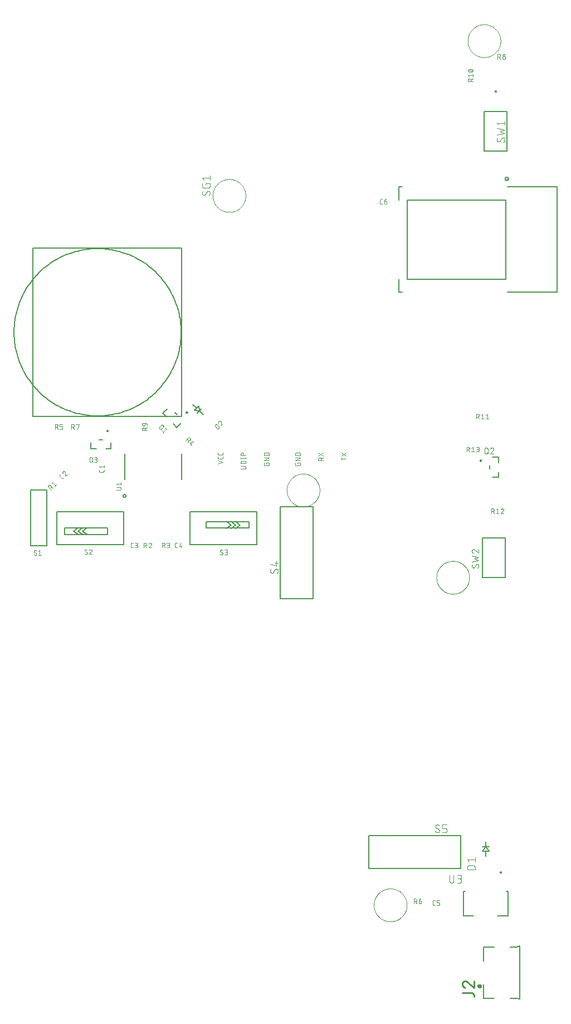
<source format=gbr>
G04 EAGLE Gerber RS-274X export*
G75*
%MOMM*%
%FSLAX34Y34*%
%LPD*%
%INSilkscreen Top*%
%IPPOS*%
%AMOC8*
5,1,8,0,0,1.08239X$1,22.5*%
G01*
%ADD10C,0.101600*%
%ADD11C,0.076200*%
%ADD12C,0.127000*%
%ADD13C,0.200000*%
%ADD14C,0.150000*%
%ADD15C,0.400000*%
%ADD16C,0.254000*%


D10*
X1340000Y1152500D02*
X1340008Y1153114D01*
X1340030Y1153727D01*
X1340068Y1154339D01*
X1340120Y1154950D01*
X1340188Y1155560D01*
X1340271Y1156168D01*
X1340368Y1156774D01*
X1340480Y1157377D01*
X1340607Y1157978D01*
X1340749Y1158575D01*
X1340906Y1159168D01*
X1341076Y1159757D01*
X1341262Y1160342D01*
X1341461Y1160922D01*
X1341675Y1161497D01*
X1341903Y1162067D01*
X1342145Y1162631D01*
X1342400Y1163189D01*
X1342669Y1163740D01*
X1342952Y1164285D01*
X1343248Y1164822D01*
X1343557Y1165353D01*
X1343879Y1165875D01*
X1344213Y1166389D01*
X1344560Y1166895D01*
X1344920Y1167392D01*
X1345291Y1167881D01*
X1345675Y1168360D01*
X1346070Y1168829D01*
X1346476Y1169289D01*
X1346894Y1169739D01*
X1347322Y1170178D01*
X1347761Y1170606D01*
X1348211Y1171024D01*
X1348671Y1171430D01*
X1349140Y1171825D01*
X1349619Y1172209D01*
X1350108Y1172580D01*
X1350605Y1172940D01*
X1351111Y1173287D01*
X1351625Y1173621D01*
X1352147Y1173943D01*
X1352678Y1174252D01*
X1353215Y1174548D01*
X1353760Y1174831D01*
X1354311Y1175100D01*
X1354869Y1175355D01*
X1355433Y1175597D01*
X1356003Y1175825D01*
X1356578Y1176039D01*
X1357158Y1176238D01*
X1357743Y1176424D01*
X1358332Y1176594D01*
X1358925Y1176751D01*
X1359522Y1176893D01*
X1360123Y1177020D01*
X1360726Y1177132D01*
X1361332Y1177229D01*
X1361940Y1177312D01*
X1362550Y1177380D01*
X1363161Y1177432D01*
X1363773Y1177470D01*
X1364386Y1177492D01*
X1365000Y1177500D01*
X1365614Y1177492D01*
X1366227Y1177470D01*
X1366839Y1177432D01*
X1367450Y1177380D01*
X1368060Y1177312D01*
X1368668Y1177229D01*
X1369274Y1177132D01*
X1369877Y1177020D01*
X1370478Y1176893D01*
X1371075Y1176751D01*
X1371668Y1176594D01*
X1372257Y1176424D01*
X1372842Y1176238D01*
X1373422Y1176039D01*
X1373997Y1175825D01*
X1374567Y1175597D01*
X1375131Y1175355D01*
X1375689Y1175100D01*
X1376240Y1174831D01*
X1376785Y1174548D01*
X1377322Y1174252D01*
X1377853Y1173943D01*
X1378375Y1173621D01*
X1378889Y1173287D01*
X1379395Y1172940D01*
X1379892Y1172580D01*
X1380381Y1172209D01*
X1380860Y1171825D01*
X1381329Y1171430D01*
X1381789Y1171024D01*
X1382239Y1170606D01*
X1382678Y1170178D01*
X1383106Y1169739D01*
X1383524Y1169289D01*
X1383930Y1168829D01*
X1384325Y1168360D01*
X1384709Y1167881D01*
X1385080Y1167392D01*
X1385440Y1166895D01*
X1385787Y1166389D01*
X1386121Y1165875D01*
X1386443Y1165353D01*
X1386752Y1164822D01*
X1387048Y1164285D01*
X1387331Y1163740D01*
X1387600Y1163189D01*
X1387855Y1162631D01*
X1388097Y1162067D01*
X1388325Y1161497D01*
X1388539Y1160922D01*
X1388738Y1160342D01*
X1388924Y1159757D01*
X1389094Y1159168D01*
X1389251Y1158575D01*
X1389393Y1157978D01*
X1389520Y1157377D01*
X1389632Y1156774D01*
X1389729Y1156168D01*
X1389812Y1155560D01*
X1389880Y1154950D01*
X1389932Y1154339D01*
X1389970Y1153727D01*
X1389992Y1153114D01*
X1390000Y1152500D01*
X1389992Y1151886D01*
X1389970Y1151273D01*
X1389932Y1150661D01*
X1389880Y1150050D01*
X1389812Y1149440D01*
X1389729Y1148832D01*
X1389632Y1148226D01*
X1389520Y1147623D01*
X1389393Y1147022D01*
X1389251Y1146425D01*
X1389094Y1145832D01*
X1388924Y1145243D01*
X1388738Y1144658D01*
X1388539Y1144078D01*
X1388325Y1143503D01*
X1388097Y1142933D01*
X1387855Y1142369D01*
X1387600Y1141811D01*
X1387331Y1141260D01*
X1387048Y1140715D01*
X1386752Y1140178D01*
X1386443Y1139647D01*
X1386121Y1139125D01*
X1385787Y1138611D01*
X1385440Y1138105D01*
X1385080Y1137608D01*
X1384709Y1137119D01*
X1384325Y1136640D01*
X1383930Y1136171D01*
X1383524Y1135711D01*
X1383106Y1135261D01*
X1382678Y1134822D01*
X1382239Y1134394D01*
X1381789Y1133976D01*
X1381329Y1133570D01*
X1380860Y1133175D01*
X1380381Y1132791D01*
X1379892Y1132420D01*
X1379395Y1132060D01*
X1378889Y1131713D01*
X1378375Y1131379D01*
X1377853Y1131057D01*
X1377322Y1130748D01*
X1376785Y1130452D01*
X1376240Y1130169D01*
X1375689Y1129900D01*
X1375131Y1129645D01*
X1374567Y1129403D01*
X1373997Y1129175D01*
X1373422Y1128961D01*
X1372842Y1128762D01*
X1372257Y1128576D01*
X1371668Y1128406D01*
X1371075Y1128249D01*
X1370478Y1128107D01*
X1369877Y1127980D01*
X1369274Y1127868D01*
X1368668Y1127771D01*
X1368060Y1127688D01*
X1367450Y1127620D01*
X1366839Y1127568D01*
X1366227Y1127530D01*
X1365614Y1127508D01*
X1365000Y1127500D01*
X1364386Y1127508D01*
X1363773Y1127530D01*
X1363161Y1127568D01*
X1362550Y1127620D01*
X1361940Y1127688D01*
X1361332Y1127771D01*
X1360726Y1127868D01*
X1360123Y1127980D01*
X1359522Y1128107D01*
X1358925Y1128249D01*
X1358332Y1128406D01*
X1357743Y1128576D01*
X1357158Y1128762D01*
X1356578Y1128961D01*
X1356003Y1129175D01*
X1355433Y1129403D01*
X1354869Y1129645D01*
X1354311Y1129900D01*
X1353760Y1130169D01*
X1353215Y1130452D01*
X1352678Y1130748D01*
X1352147Y1131057D01*
X1351625Y1131379D01*
X1351111Y1131713D01*
X1350605Y1132060D01*
X1350108Y1132420D01*
X1349619Y1132791D01*
X1349140Y1133175D01*
X1348671Y1133570D01*
X1348211Y1133976D01*
X1347761Y1134394D01*
X1347322Y1134822D01*
X1346894Y1135261D01*
X1346476Y1135711D01*
X1346070Y1136171D01*
X1345675Y1136640D01*
X1345291Y1137119D01*
X1344920Y1137608D01*
X1344560Y1138105D01*
X1344213Y1138611D01*
X1343879Y1139125D01*
X1343557Y1139647D01*
X1343248Y1140178D01*
X1342952Y1140715D01*
X1342669Y1141260D01*
X1342400Y1141811D01*
X1342145Y1142369D01*
X1341903Y1142933D01*
X1341675Y1143503D01*
X1341461Y1144078D01*
X1341262Y1144658D01*
X1341076Y1145243D01*
X1340906Y1145832D01*
X1340749Y1146425D01*
X1340607Y1147022D01*
X1340480Y1147623D01*
X1340368Y1148226D01*
X1340271Y1148832D01*
X1340188Y1149440D01*
X1340120Y1150050D01*
X1340068Y1150661D01*
X1340030Y1151273D01*
X1340008Y1151886D01*
X1340000Y1152500D01*
X1482500Y2465000D02*
X1482508Y2465614D01*
X1482530Y2466227D01*
X1482568Y2466839D01*
X1482620Y2467450D01*
X1482688Y2468060D01*
X1482771Y2468668D01*
X1482868Y2469274D01*
X1482980Y2469877D01*
X1483107Y2470478D01*
X1483249Y2471075D01*
X1483406Y2471668D01*
X1483576Y2472257D01*
X1483762Y2472842D01*
X1483961Y2473422D01*
X1484175Y2473997D01*
X1484403Y2474567D01*
X1484645Y2475131D01*
X1484900Y2475689D01*
X1485169Y2476240D01*
X1485452Y2476785D01*
X1485748Y2477322D01*
X1486057Y2477853D01*
X1486379Y2478375D01*
X1486713Y2478889D01*
X1487060Y2479395D01*
X1487420Y2479892D01*
X1487791Y2480381D01*
X1488175Y2480860D01*
X1488570Y2481329D01*
X1488976Y2481789D01*
X1489394Y2482239D01*
X1489822Y2482678D01*
X1490261Y2483106D01*
X1490711Y2483524D01*
X1491171Y2483930D01*
X1491640Y2484325D01*
X1492119Y2484709D01*
X1492608Y2485080D01*
X1493105Y2485440D01*
X1493611Y2485787D01*
X1494125Y2486121D01*
X1494647Y2486443D01*
X1495178Y2486752D01*
X1495715Y2487048D01*
X1496260Y2487331D01*
X1496811Y2487600D01*
X1497369Y2487855D01*
X1497933Y2488097D01*
X1498503Y2488325D01*
X1499078Y2488539D01*
X1499658Y2488738D01*
X1500243Y2488924D01*
X1500832Y2489094D01*
X1501425Y2489251D01*
X1502022Y2489393D01*
X1502623Y2489520D01*
X1503226Y2489632D01*
X1503832Y2489729D01*
X1504440Y2489812D01*
X1505050Y2489880D01*
X1505661Y2489932D01*
X1506273Y2489970D01*
X1506886Y2489992D01*
X1507500Y2490000D01*
X1508114Y2489992D01*
X1508727Y2489970D01*
X1509339Y2489932D01*
X1509950Y2489880D01*
X1510560Y2489812D01*
X1511168Y2489729D01*
X1511774Y2489632D01*
X1512377Y2489520D01*
X1512978Y2489393D01*
X1513575Y2489251D01*
X1514168Y2489094D01*
X1514757Y2488924D01*
X1515342Y2488738D01*
X1515922Y2488539D01*
X1516497Y2488325D01*
X1517067Y2488097D01*
X1517631Y2487855D01*
X1518189Y2487600D01*
X1518740Y2487331D01*
X1519285Y2487048D01*
X1519822Y2486752D01*
X1520353Y2486443D01*
X1520875Y2486121D01*
X1521389Y2485787D01*
X1521895Y2485440D01*
X1522392Y2485080D01*
X1522881Y2484709D01*
X1523360Y2484325D01*
X1523829Y2483930D01*
X1524289Y2483524D01*
X1524739Y2483106D01*
X1525178Y2482678D01*
X1525606Y2482239D01*
X1526024Y2481789D01*
X1526430Y2481329D01*
X1526825Y2480860D01*
X1527209Y2480381D01*
X1527580Y2479892D01*
X1527940Y2479395D01*
X1528287Y2478889D01*
X1528621Y2478375D01*
X1528943Y2477853D01*
X1529252Y2477322D01*
X1529548Y2476785D01*
X1529831Y2476240D01*
X1530100Y2475689D01*
X1530355Y2475131D01*
X1530597Y2474567D01*
X1530825Y2473997D01*
X1531039Y2473422D01*
X1531238Y2472842D01*
X1531424Y2472257D01*
X1531594Y2471668D01*
X1531751Y2471075D01*
X1531893Y2470478D01*
X1532020Y2469877D01*
X1532132Y2469274D01*
X1532229Y2468668D01*
X1532312Y2468060D01*
X1532380Y2467450D01*
X1532432Y2466839D01*
X1532470Y2466227D01*
X1532492Y2465614D01*
X1532500Y2465000D01*
X1532492Y2464386D01*
X1532470Y2463773D01*
X1532432Y2463161D01*
X1532380Y2462550D01*
X1532312Y2461940D01*
X1532229Y2461332D01*
X1532132Y2460726D01*
X1532020Y2460123D01*
X1531893Y2459522D01*
X1531751Y2458925D01*
X1531594Y2458332D01*
X1531424Y2457743D01*
X1531238Y2457158D01*
X1531039Y2456578D01*
X1530825Y2456003D01*
X1530597Y2455433D01*
X1530355Y2454869D01*
X1530100Y2454311D01*
X1529831Y2453760D01*
X1529548Y2453215D01*
X1529252Y2452678D01*
X1528943Y2452147D01*
X1528621Y2451625D01*
X1528287Y2451111D01*
X1527940Y2450605D01*
X1527580Y2450108D01*
X1527209Y2449619D01*
X1526825Y2449140D01*
X1526430Y2448671D01*
X1526024Y2448211D01*
X1525606Y2447761D01*
X1525178Y2447322D01*
X1524739Y2446894D01*
X1524289Y2446476D01*
X1523829Y2446070D01*
X1523360Y2445675D01*
X1522881Y2445291D01*
X1522392Y2444920D01*
X1521895Y2444560D01*
X1521389Y2444213D01*
X1520875Y2443879D01*
X1520353Y2443557D01*
X1519822Y2443248D01*
X1519285Y2442952D01*
X1518740Y2442669D01*
X1518189Y2442400D01*
X1517631Y2442145D01*
X1517067Y2441903D01*
X1516497Y2441675D01*
X1515922Y2441461D01*
X1515342Y2441262D01*
X1514757Y2441076D01*
X1514168Y2440906D01*
X1513575Y2440749D01*
X1512978Y2440607D01*
X1512377Y2440480D01*
X1511774Y2440368D01*
X1511168Y2440271D01*
X1510560Y2440188D01*
X1509950Y2440120D01*
X1509339Y2440068D01*
X1508727Y2440030D01*
X1508114Y2440008D01*
X1507500Y2440000D01*
X1506886Y2440008D01*
X1506273Y2440030D01*
X1505661Y2440068D01*
X1505050Y2440120D01*
X1504440Y2440188D01*
X1503832Y2440271D01*
X1503226Y2440368D01*
X1502623Y2440480D01*
X1502022Y2440607D01*
X1501425Y2440749D01*
X1500832Y2440906D01*
X1500243Y2441076D01*
X1499658Y2441262D01*
X1499078Y2441461D01*
X1498503Y2441675D01*
X1497933Y2441903D01*
X1497369Y2442145D01*
X1496811Y2442400D01*
X1496260Y2442669D01*
X1495715Y2442952D01*
X1495178Y2443248D01*
X1494647Y2443557D01*
X1494125Y2443879D01*
X1493611Y2444213D01*
X1493105Y2444560D01*
X1492608Y2444920D01*
X1492119Y2445291D01*
X1491640Y2445675D01*
X1491171Y2446070D01*
X1490711Y2446476D01*
X1490261Y2446894D01*
X1489822Y2447322D01*
X1489394Y2447761D01*
X1488976Y2448211D01*
X1488570Y2448671D01*
X1488175Y2449140D01*
X1487791Y2449619D01*
X1487420Y2450108D01*
X1487060Y2450605D01*
X1486713Y2451111D01*
X1486379Y2451625D01*
X1486057Y2452147D01*
X1485748Y2452678D01*
X1485452Y2453215D01*
X1485169Y2453760D01*
X1484900Y2454311D01*
X1484645Y2454869D01*
X1484403Y2455433D01*
X1484175Y2456003D01*
X1483961Y2456578D01*
X1483762Y2457158D01*
X1483576Y2457743D01*
X1483406Y2458332D01*
X1483249Y2458925D01*
X1483107Y2459522D01*
X1482980Y2460123D01*
X1482868Y2460726D01*
X1482771Y2461332D01*
X1482688Y2461940D01*
X1482620Y2462550D01*
X1482568Y2463161D01*
X1482530Y2463773D01*
X1482508Y2464386D01*
X1482500Y2465000D01*
X1095000Y2230000D02*
X1095008Y2230614D01*
X1095030Y2231227D01*
X1095068Y2231839D01*
X1095120Y2232450D01*
X1095188Y2233060D01*
X1095271Y2233668D01*
X1095368Y2234274D01*
X1095480Y2234877D01*
X1095607Y2235478D01*
X1095749Y2236075D01*
X1095906Y2236668D01*
X1096076Y2237257D01*
X1096262Y2237842D01*
X1096461Y2238422D01*
X1096675Y2238997D01*
X1096903Y2239567D01*
X1097145Y2240131D01*
X1097400Y2240689D01*
X1097669Y2241240D01*
X1097952Y2241785D01*
X1098248Y2242322D01*
X1098557Y2242853D01*
X1098879Y2243375D01*
X1099213Y2243889D01*
X1099560Y2244395D01*
X1099920Y2244892D01*
X1100291Y2245381D01*
X1100675Y2245860D01*
X1101070Y2246329D01*
X1101476Y2246789D01*
X1101894Y2247239D01*
X1102322Y2247678D01*
X1102761Y2248106D01*
X1103211Y2248524D01*
X1103671Y2248930D01*
X1104140Y2249325D01*
X1104619Y2249709D01*
X1105108Y2250080D01*
X1105605Y2250440D01*
X1106111Y2250787D01*
X1106625Y2251121D01*
X1107147Y2251443D01*
X1107678Y2251752D01*
X1108215Y2252048D01*
X1108760Y2252331D01*
X1109311Y2252600D01*
X1109869Y2252855D01*
X1110433Y2253097D01*
X1111003Y2253325D01*
X1111578Y2253539D01*
X1112158Y2253738D01*
X1112743Y2253924D01*
X1113332Y2254094D01*
X1113925Y2254251D01*
X1114522Y2254393D01*
X1115123Y2254520D01*
X1115726Y2254632D01*
X1116332Y2254729D01*
X1116940Y2254812D01*
X1117550Y2254880D01*
X1118161Y2254932D01*
X1118773Y2254970D01*
X1119386Y2254992D01*
X1120000Y2255000D01*
X1120614Y2254992D01*
X1121227Y2254970D01*
X1121839Y2254932D01*
X1122450Y2254880D01*
X1123060Y2254812D01*
X1123668Y2254729D01*
X1124274Y2254632D01*
X1124877Y2254520D01*
X1125478Y2254393D01*
X1126075Y2254251D01*
X1126668Y2254094D01*
X1127257Y2253924D01*
X1127842Y2253738D01*
X1128422Y2253539D01*
X1128997Y2253325D01*
X1129567Y2253097D01*
X1130131Y2252855D01*
X1130689Y2252600D01*
X1131240Y2252331D01*
X1131785Y2252048D01*
X1132322Y2251752D01*
X1132853Y2251443D01*
X1133375Y2251121D01*
X1133889Y2250787D01*
X1134395Y2250440D01*
X1134892Y2250080D01*
X1135381Y2249709D01*
X1135860Y2249325D01*
X1136329Y2248930D01*
X1136789Y2248524D01*
X1137239Y2248106D01*
X1137678Y2247678D01*
X1138106Y2247239D01*
X1138524Y2246789D01*
X1138930Y2246329D01*
X1139325Y2245860D01*
X1139709Y2245381D01*
X1140080Y2244892D01*
X1140440Y2244395D01*
X1140787Y2243889D01*
X1141121Y2243375D01*
X1141443Y2242853D01*
X1141752Y2242322D01*
X1142048Y2241785D01*
X1142331Y2241240D01*
X1142600Y2240689D01*
X1142855Y2240131D01*
X1143097Y2239567D01*
X1143325Y2238997D01*
X1143539Y2238422D01*
X1143738Y2237842D01*
X1143924Y2237257D01*
X1144094Y2236668D01*
X1144251Y2236075D01*
X1144393Y2235478D01*
X1144520Y2234877D01*
X1144632Y2234274D01*
X1144729Y2233668D01*
X1144812Y2233060D01*
X1144880Y2232450D01*
X1144932Y2231839D01*
X1144970Y2231227D01*
X1144992Y2230614D01*
X1145000Y2230000D01*
X1144992Y2229386D01*
X1144970Y2228773D01*
X1144932Y2228161D01*
X1144880Y2227550D01*
X1144812Y2226940D01*
X1144729Y2226332D01*
X1144632Y2225726D01*
X1144520Y2225123D01*
X1144393Y2224522D01*
X1144251Y2223925D01*
X1144094Y2223332D01*
X1143924Y2222743D01*
X1143738Y2222158D01*
X1143539Y2221578D01*
X1143325Y2221003D01*
X1143097Y2220433D01*
X1142855Y2219869D01*
X1142600Y2219311D01*
X1142331Y2218760D01*
X1142048Y2218215D01*
X1141752Y2217678D01*
X1141443Y2217147D01*
X1141121Y2216625D01*
X1140787Y2216111D01*
X1140440Y2215605D01*
X1140080Y2215108D01*
X1139709Y2214619D01*
X1139325Y2214140D01*
X1138930Y2213671D01*
X1138524Y2213211D01*
X1138106Y2212761D01*
X1137678Y2212322D01*
X1137239Y2211894D01*
X1136789Y2211476D01*
X1136329Y2211070D01*
X1135860Y2210675D01*
X1135381Y2210291D01*
X1134892Y2209920D01*
X1134395Y2209560D01*
X1133889Y2209213D01*
X1133375Y2208879D01*
X1132853Y2208557D01*
X1132322Y2208248D01*
X1131785Y2207952D01*
X1131240Y2207669D01*
X1130689Y2207400D01*
X1130131Y2207145D01*
X1129567Y2206903D01*
X1128997Y2206675D01*
X1128422Y2206461D01*
X1127842Y2206262D01*
X1127257Y2206076D01*
X1126668Y2205906D01*
X1126075Y2205749D01*
X1125478Y2205607D01*
X1124877Y2205480D01*
X1124274Y2205368D01*
X1123668Y2205271D01*
X1123060Y2205188D01*
X1122450Y2205120D01*
X1121839Y2205068D01*
X1121227Y2205030D01*
X1120614Y2205008D01*
X1120000Y2205000D01*
X1119386Y2205008D01*
X1118773Y2205030D01*
X1118161Y2205068D01*
X1117550Y2205120D01*
X1116940Y2205188D01*
X1116332Y2205271D01*
X1115726Y2205368D01*
X1115123Y2205480D01*
X1114522Y2205607D01*
X1113925Y2205749D01*
X1113332Y2205906D01*
X1112743Y2206076D01*
X1112158Y2206262D01*
X1111578Y2206461D01*
X1111003Y2206675D01*
X1110433Y2206903D01*
X1109869Y2207145D01*
X1109311Y2207400D01*
X1108760Y2207669D01*
X1108215Y2207952D01*
X1107678Y2208248D01*
X1107147Y2208557D01*
X1106625Y2208879D01*
X1106111Y2209213D01*
X1105605Y2209560D01*
X1105108Y2209920D01*
X1104619Y2210291D01*
X1104140Y2210675D01*
X1103671Y2211070D01*
X1103211Y2211476D01*
X1102761Y2211894D01*
X1102322Y2212322D01*
X1101894Y2212761D01*
X1101476Y2213211D01*
X1101070Y2213671D01*
X1100675Y2214140D01*
X1100291Y2214619D01*
X1099920Y2215108D01*
X1099560Y2215605D01*
X1099213Y2216111D01*
X1098879Y2216625D01*
X1098557Y2217147D01*
X1098248Y2217678D01*
X1097952Y2218215D01*
X1097669Y2218760D01*
X1097400Y2219311D01*
X1097145Y2219869D01*
X1096903Y2220433D01*
X1096675Y2221003D01*
X1096461Y2221578D01*
X1096262Y2222158D01*
X1096076Y2222743D01*
X1095906Y2223332D01*
X1095749Y2223925D01*
X1095607Y2224522D01*
X1095480Y2225123D01*
X1095368Y2225726D01*
X1095271Y2226332D01*
X1095188Y2226940D01*
X1095120Y2227550D01*
X1095068Y2228161D01*
X1095030Y2228773D01*
X1095008Y2229386D01*
X1095000Y2230000D01*
X1435000Y1650000D02*
X1435008Y1650614D01*
X1435030Y1651227D01*
X1435068Y1651839D01*
X1435120Y1652450D01*
X1435188Y1653060D01*
X1435271Y1653668D01*
X1435368Y1654274D01*
X1435480Y1654877D01*
X1435607Y1655478D01*
X1435749Y1656075D01*
X1435906Y1656668D01*
X1436076Y1657257D01*
X1436262Y1657842D01*
X1436461Y1658422D01*
X1436675Y1658997D01*
X1436903Y1659567D01*
X1437145Y1660131D01*
X1437400Y1660689D01*
X1437669Y1661240D01*
X1437952Y1661785D01*
X1438248Y1662322D01*
X1438557Y1662853D01*
X1438879Y1663375D01*
X1439213Y1663889D01*
X1439560Y1664395D01*
X1439920Y1664892D01*
X1440291Y1665381D01*
X1440675Y1665860D01*
X1441070Y1666329D01*
X1441476Y1666789D01*
X1441894Y1667239D01*
X1442322Y1667678D01*
X1442761Y1668106D01*
X1443211Y1668524D01*
X1443671Y1668930D01*
X1444140Y1669325D01*
X1444619Y1669709D01*
X1445108Y1670080D01*
X1445605Y1670440D01*
X1446111Y1670787D01*
X1446625Y1671121D01*
X1447147Y1671443D01*
X1447678Y1671752D01*
X1448215Y1672048D01*
X1448760Y1672331D01*
X1449311Y1672600D01*
X1449869Y1672855D01*
X1450433Y1673097D01*
X1451003Y1673325D01*
X1451578Y1673539D01*
X1452158Y1673738D01*
X1452743Y1673924D01*
X1453332Y1674094D01*
X1453925Y1674251D01*
X1454522Y1674393D01*
X1455123Y1674520D01*
X1455726Y1674632D01*
X1456332Y1674729D01*
X1456940Y1674812D01*
X1457550Y1674880D01*
X1458161Y1674932D01*
X1458773Y1674970D01*
X1459386Y1674992D01*
X1460000Y1675000D01*
X1460614Y1674992D01*
X1461227Y1674970D01*
X1461839Y1674932D01*
X1462450Y1674880D01*
X1463060Y1674812D01*
X1463668Y1674729D01*
X1464274Y1674632D01*
X1464877Y1674520D01*
X1465478Y1674393D01*
X1466075Y1674251D01*
X1466668Y1674094D01*
X1467257Y1673924D01*
X1467842Y1673738D01*
X1468422Y1673539D01*
X1468997Y1673325D01*
X1469567Y1673097D01*
X1470131Y1672855D01*
X1470689Y1672600D01*
X1471240Y1672331D01*
X1471785Y1672048D01*
X1472322Y1671752D01*
X1472853Y1671443D01*
X1473375Y1671121D01*
X1473889Y1670787D01*
X1474395Y1670440D01*
X1474892Y1670080D01*
X1475381Y1669709D01*
X1475860Y1669325D01*
X1476329Y1668930D01*
X1476789Y1668524D01*
X1477239Y1668106D01*
X1477678Y1667678D01*
X1478106Y1667239D01*
X1478524Y1666789D01*
X1478930Y1666329D01*
X1479325Y1665860D01*
X1479709Y1665381D01*
X1480080Y1664892D01*
X1480440Y1664395D01*
X1480787Y1663889D01*
X1481121Y1663375D01*
X1481443Y1662853D01*
X1481752Y1662322D01*
X1482048Y1661785D01*
X1482331Y1661240D01*
X1482600Y1660689D01*
X1482855Y1660131D01*
X1483097Y1659567D01*
X1483325Y1658997D01*
X1483539Y1658422D01*
X1483738Y1657842D01*
X1483924Y1657257D01*
X1484094Y1656668D01*
X1484251Y1656075D01*
X1484393Y1655478D01*
X1484520Y1654877D01*
X1484632Y1654274D01*
X1484729Y1653668D01*
X1484812Y1653060D01*
X1484880Y1652450D01*
X1484932Y1651839D01*
X1484970Y1651227D01*
X1484992Y1650614D01*
X1485000Y1650000D01*
X1484992Y1649386D01*
X1484970Y1648773D01*
X1484932Y1648161D01*
X1484880Y1647550D01*
X1484812Y1646940D01*
X1484729Y1646332D01*
X1484632Y1645726D01*
X1484520Y1645123D01*
X1484393Y1644522D01*
X1484251Y1643925D01*
X1484094Y1643332D01*
X1483924Y1642743D01*
X1483738Y1642158D01*
X1483539Y1641578D01*
X1483325Y1641003D01*
X1483097Y1640433D01*
X1482855Y1639869D01*
X1482600Y1639311D01*
X1482331Y1638760D01*
X1482048Y1638215D01*
X1481752Y1637678D01*
X1481443Y1637147D01*
X1481121Y1636625D01*
X1480787Y1636111D01*
X1480440Y1635605D01*
X1480080Y1635108D01*
X1479709Y1634619D01*
X1479325Y1634140D01*
X1478930Y1633671D01*
X1478524Y1633211D01*
X1478106Y1632761D01*
X1477678Y1632322D01*
X1477239Y1631894D01*
X1476789Y1631476D01*
X1476329Y1631070D01*
X1475860Y1630675D01*
X1475381Y1630291D01*
X1474892Y1629920D01*
X1474395Y1629560D01*
X1473889Y1629213D01*
X1473375Y1628879D01*
X1472853Y1628557D01*
X1472322Y1628248D01*
X1471785Y1627952D01*
X1471240Y1627669D01*
X1470689Y1627400D01*
X1470131Y1627145D01*
X1469567Y1626903D01*
X1468997Y1626675D01*
X1468422Y1626461D01*
X1467842Y1626262D01*
X1467257Y1626076D01*
X1466668Y1625906D01*
X1466075Y1625749D01*
X1465478Y1625607D01*
X1464877Y1625480D01*
X1464274Y1625368D01*
X1463668Y1625271D01*
X1463060Y1625188D01*
X1462450Y1625120D01*
X1461839Y1625068D01*
X1461227Y1625030D01*
X1460614Y1625008D01*
X1460000Y1625000D01*
X1459386Y1625008D01*
X1458773Y1625030D01*
X1458161Y1625068D01*
X1457550Y1625120D01*
X1456940Y1625188D01*
X1456332Y1625271D01*
X1455726Y1625368D01*
X1455123Y1625480D01*
X1454522Y1625607D01*
X1453925Y1625749D01*
X1453332Y1625906D01*
X1452743Y1626076D01*
X1452158Y1626262D01*
X1451578Y1626461D01*
X1451003Y1626675D01*
X1450433Y1626903D01*
X1449869Y1627145D01*
X1449311Y1627400D01*
X1448760Y1627669D01*
X1448215Y1627952D01*
X1447678Y1628248D01*
X1447147Y1628557D01*
X1446625Y1628879D01*
X1446111Y1629213D01*
X1445605Y1629560D01*
X1445108Y1629920D01*
X1444619Y1630291D01*
X1444140Y1630675D01*
X1443671Y1631070D01*
X1443211Y1631476D01*
X1442761Y1631894D01*
X1442322Y1632322D01*
X1441894Y1632761D01*
X1441476Y1633211D01*
X1441070Y1633671D01*
X1440675Y1634140D01*
X1440291Y1634619D01*
X1439920Y1635108D01*
X1439560Y1635605D01*
X1439213Y1636111D01*
X1438879Y1636625D01*
X1438557Y1637147D01*
X1438248Y1637678D01*
X1437952Y1638215D01*
X1437669Y1638760D01*
X1437400Y1639311D01*
X1437145Y1639869D01*
X1436903Y1640433D01*
X1436675Y1641003D01*
X1436461Y1641578D01*
X1436262Y1642158D01*
X1436076Y1642743D01*
X1435906Y1643332D01*
X1435749Y1643925D01*
X1435607Y1644522D01*
X1435480Y1645123D01*
X1435368Y1645726D01*
X1435271Y1646332D01*
X1435188Y1646940D01*
X1435120Y1647550D01*
X1435068Y1648161D01*
X1435030Y1648773D01*
X1435008Y1649386D01*
X1435000Y1650000D01*
X1207500Y1782500D02*
X1207508Y1783114D01*
X1207530Y1783727D01*
X1207568Y1784339D01*
X1207620Y1784950D01*
X1207688Y1785560D01*
X1207771Y1786168D01*
X1207868Y1786774D01*
X1207980Y1787377D01*
X1208107Y1787978D01*
X1208249Y1788575D01*
X1208406Y1789168D01*
X1208576Y1789757D01*
X1208762Y1790342D01*
X1208961Y1790922D01*
X1209175Y1791497D01*
X1209403Y1792067D01*
X1209645Y1792631D01*
X1209900Y1793189D01*
X1210169Y1793740D01*
X1210452Y1794285D01*
X1210748Y1794822D01*
X1211057Y1795353D01*
X1211379Y1795875D01*
X1211713Y1796389D01*
X1212060Y1796895D01*
X1212420Y1797392D01*
X1212791Y1797881D01*
X1213175Y1798360D01*
X1213570Y1798829D01*
X1213976Y1799289D01*
X1214394Y1799739D01*
X1214822Y1800178D01*
X1215261Y1800606D01*
X1215711Y1801024D01*
X1216171Y1801430D01*
X1216640Y1801825D01*
X1217119Y1802209D01*
X1217608Y1802580D01*
X1218105Y1802940D01*
X1218611Y1803287D01*
X1219125Y1803621D01*
X1219647Y1803943D01*
X1220178Y1804252D01*
X1220715Y1804548D01*
X1221260Y1804831D01*
X1221811Y1805100D01*
X1222369Y1805355D01*
X1222933Y1805597D01*
X1223503Y1805825D01*
X1224078Y1806039D01*
X1224658Y1806238D01*
X1225243Y1806424D01*
X1225832Y1806594D01*
X1226425Y1806751D01*
X1227022Y1806893D01*
X1227623Y1807020D01*
X1228226Y1807132D01*
X1228832Y1807229D01*
X1229440Y1807312D01*
X1230050Y1807380D01*
X1230661Y1807432D01*
X1231273Y1807470D01*
X1231886Y1807492D01*
X1232500Y1807500D01*
X1233114Y1807492D01*
X1233727Y1807470D01*
X1234339Y1807432D01*
X1234950Y1807380D01*
X1235560Y1807312D01*
X1236168Y1807229D01*
X1236774Y1807132D01*
X1237377Y1807020D01*
X1237978Y1806893D01*
X1238575Y1806751D01*
X1239168Y1806594D01*
X1239757Y1806424D01*
X1240342Y1806238D01*
X1240922Y1806039D01*
X1241497Y1805825D01*
X1242067Y1805597D01*
X1242631Y1805355D01*
X1243189Y1805100D01*
X1243740Y1804831D01*
X1244285Y1804548D01*
X1244822Y1804252D01*
X1245353Y1803943D01*
X1245875Y1803621D01*
X1246389Y1803287D01*
X1246895Y1802940D01*
X1247392Y1802580D01*
X1247881Y1802209D01*
X1248360Y1801825D01*
X1248829Y1801430D01*
X1249289Y1801024D01*
X1249739Y1800606D01*
X1250178Y1800178D01*
X1250606Y1799739D01*
X1251024Y1799289D01*
X1251430Y1798829D01*
X1251825Y1798360D01*
X1252209Y1797881D01*
X1252580Y1797392D01*
X1252940Y1796895D01*
X1253287Y1796389D01*
X1253621Y1795875D01*
X1253943Y1795353D01*
X1254252Y1794822D01*
X1254548Y1794285D01*
X1254831Y1793740D01*
X1255100Y1793189D01*
X1255355Y1792631D01*
X1255597Y1792067D01*
X1255825Y1791497D01*
X1256039Y1790922D01*
X1256238Y1790342D01*
X1256424Y1789757D01*
X1256594Y1789168D01*
X1256751Y1788575D01*
X1256893Y1787978D01*
X1257020Y1787377D01*
X1257132Y1786774D01*
X1257229Y1786168D01*
X1257312Y1785560D01*
X1257380Y1784950D01*
X1257432Y1784339D01*
X1257470Y1783727D01*
X1257492Y1783114D01*
X1257500Y1782500D01*
X1257492Y1781886D01*
X1257470Y1781273D01*
X1257432Y1780661D01*
X1257380Y1780050D01*
X1257312Y1779440D01*
X1257229Y1778832D01*
X1257132Y1778226D01*
X1257020Y1777623D01*
X1256893Y1777022D01*
X1256751Y1776425D01*
X1256594Y1775832D01*
X1256424Y1775243D01*
X1256238Y1774658D01*
X1256039Y1774078D01*
X1255825Y1773503D01*
X1255597Y1772933D01*
X1255355Y1772369D01*
X1255100Y1771811D01*
X1254831Y1771260D01*
X1254548Y1770715D01*
X1254252Y1770178D01*
X1253943Y1769647D01*
X1253621Y1769125D01*
X1253287Y1768611D01*
X1252940Y1768105D01*
X1252580Y1767608D01*
X1252209Y1767119D01*
X1251825Y1766640D01*
X1251430Y1766171D01*
X1251024Y1765711D01*
X1250606Y1765261D01*
X1250178Y1764822D01*
X1249739Y1764394D01*
X1249289Y1763976D01*
X1248829Y1763570D01*
X1248360Y1763175D01*
X1247881Y1762791D01*
X1247392Y1762420D01*
X1246895Y1762060D01*
X1246389Y1761713D01*
X1245875Y1761379D01*
X1245353Y1761057D01*
X1244822Y1760748D01*
X1244285Y1760452D01*
X1243740Y1760169D01*
X1243189Y1759900D01*
X1242631Y1759645D01*
X1242067Y1759403D01*
X1241497Y1759175D01*
X1240922Y1758961D01*
X1240342Y1758762D01*
X1239757Y1758576D01*
X1239168Y1758406D01*
X1238575Y1758249D01*
X1237978Y1758107D01*
X1237377Y1757980D01*
X1236774Y1757868D01*
X1236168Y1757771D01*
X1235560Y1757688D01*
X1234950Y1757620D01*
X1234339Y1757568D01*
X1233727Y1757530D01*
X1233114Y1757508D01*
X1232500Y1757500D01*
X1231886Y1757508D01*
X1231273Y1757530D01*
X1230661Y1757568D01*
X1230050Y1757620D01*
X1229440Y1757688D01*
X1228832Y1757771D01*
X1228226Y1757868D01*
X1227623Y1757980D01*
X1227022Y1758107D01*
X1226425Y1758249D01*
X1225832Y1758406D01*
X1225243Y1758576D01*
X1224658Y1758762D01*
X1224078Y1758961D01*
X1223503Y1759175D01*
X1222933Y1759403D01*
X1222369Y1759645D01*
X1221811Y1759900D01*
X1221260Y1760169D01*
X1220715Y1760452D01*
X1220178Y1760748D01*
X1219647Y1761057D01*
X1219125Y1761379D01*
X1218611Y1761713D01*
X1218105Y1762060D01*
X1217608Y1762420D01*
X1217119Y1762791D01*
X1216640Y1763175D01*
X1216171Y1763570D01*
X1215711Y1763976D01*
X1215261Y1764394D01*
X1214822Y1764822D01*
X1214394Y1765261D01*
X1213976Y1765711D01*
X1213570Y1766171D01*
X1213175Y1766640D01*
X1212791Y1767119D01*
X1212420Y1767608D01*
X1212060Y1768105D01*
X1211713Y1768611D01*
X1211379Y1769125D01*
X1211057Y1769647D01*
X1210748Y1770178D01*
X1210452Y1770715D01*
X1210169Y1771260D01*
X1209900Y1771811D01*
X1209645Y1772369D01*
X1209403Y1772933D01*
X1209175Y1773503D01*
X1208961Y1774078D01*
X1208762Y1774658D01*
X1208576Y1775243D01*
X1208406Y1775832D01*
X1208249Y1776425D01*
X1208107Y1777022D01*
X1207980Y1777623D01*
X1207868Y1778226D01*
X1207771Y1778832D01*
X1207688Y1779440D01*
X1207620Y1780050D01*
X1207568Y1780661D01*
X1207530Y1781273D01*
X1207508Y1781886D01*
X1207500Y1782500D01*
D11*
X1143201Y1815414D02*
X1137881Y1815414D01*
X1143201Y1815414D02*
X1143290Y1815416D01*
X1143379Y1815422D01*
X1143468Y1815432D01*
X1143556Y1815445D01*
X1143644Y1815462D01*
X1143731Y1815484D01*
X1143816Y1815509D01*
X1143901Y1815537D01*
X1143984Y1815570D01*
X1144066Y1815606D01*
X1144146Y1815645D01*
X1144224Y1815688D01*
X1144300Y1815734D01*
X1144375Y1815784D01*
X1144447Y1815837D01*
X1144516Y1815893D01*
X1144583Y1815952D01*
X1144648Y1816013D01*
X1144709Y1816078D01*
X1144768Y1816145D01*
X1144824Y1816214D01*
X1144877Y1816286D01*
X1144927Y1816361D01*
X1144973Y1816437D01*
X1145016Y1816515D01*
X1145055Y1816595D01*
X1145091Y1816677D01*
X1145124Y1816760D01*
X1145152Y1816845D01*
X1145177Y1816930D01*
X1145199Y1817017D01*
X1145216Y1817105D01*
X1145229Y1817193D01*
X1145239Y1817282D01*
X1145245Y1817371D01*
X1145247Y1817460D01*
X1145245Y1817549D01*
X1145239Y1817638D01*
X1145229Y1817727D01*
X1145216Y1817815D01*
X1145199Y1817903D01*
X1145177Y1817990D01*
X1145152Y1818075D01*
X1145124Y1818160D01*
X1145091Y1818243D01*
X1145055Y1818325D01*
X1145016Y1818405D01*
X1144973Y1818483D01*
X1144927Y1818559D01*
X1144877Y1818634D01*
X1144824Y1818706D01*
X1144768Y1818775D01*
X1144709Y1818842D01*
X1144648Y1818907D01*
X1144583Y1818968D01*
X1144516Y1819027D01*
X1144447Y1819083D01*
X1144375Y1819136D01*
X1144300Y1819186D01*
X1144224Y1819232D01*
X1144146Y1819275D01*
X1144066Y1819314D01*
X1143984Y1819350D01*
X1143901Y1819383D01*
X1143816Y1819411D01*
X1143731Y1819436D01*
X1143644Y1819458D01*
X1143556Y1819475D01*
X1143468Y1819488D01*
X1143379Y1819498D01*
X1143290Y1819504D01*
X1143201Y1819506D01*
X1143201Y1819507D02*
X1137881Y1819507D01*
X1137881Y1823217D02*
X1145247Y1823217D01*
X1137881Y1823217D02*
X1137881Y1825263D01*
X1137883Y1825352D01*
X1137889Y1825441D01*
X1137899Y1825530D01*
X1137912Y1825618D01*
X1137929Y1825706D01*
X1137951Y1825793D01*
X1137976Y1825878D01*
X1138004Y1825963D01*
X1138037Y1826046D01*
X1138073Y1826128D01*
X1138112Y1826208D01*
X1138155Y1826286D01*
X1138201Y1826362D01*
X1138251Y1826437D01*
X1138304Y1826509D01*
X1138360Y1826578D01*
X1138419Y1826645D01*
X1138480Y1826710D01*
X1138545Y1826771D01*
X1138612Y1826830D01*
X1138681Y1826886D01*
X1138753Y1826939D01*
X1138828Y1826989D01*
X1138904Y1827035D01*
X1138982Y1827078D01*
X1139062Y1827117D01*
X1139144Y1827153D01*
X1139227Y1827186D01*
X1139312Y1827214D01*
X1139397Y1827239D01*
X1139484Y1827261D01*
X1139572Y1827278D01*
X1139660Y1827291D01*
X1139749Y1827301D01*
X1139838Y1827307D01*
X1139927Y1827309D01*
X1143201Y1827309D01*
X1143290Y1827307D01*
X1143379Y1827301D01*
X1143468Y1827291D01*
X1143556Y1827278D01*
X1143644Y1827261D01*
X1143731Y1827239D01*
X1143816Y1827214D01*
X1143901Y1827186D01*
X1143984Y1827153D01*
X1144066Y1827117D01*
X1144146Y1827078D01*
X1144224Y1827035D01*
X1144300Y1826989D01*
X1144375Y1826939D01*
X1144447Y1826886D01*
X1144516Y1826830D01*
X1144583Y1826771D01*
X1144648Y1826710D01*
X1144709Y1826645D01*
X1144768Y1826578D01*
X1144824Y1826509D01*
X1144877Y1826437D01*
X1144927Y1826362D01*
X1144973Y1826286D01*
X1145016Y1826208D01*
X1145055Y1826128D01*
X1145091Y1826046D01*
X1145124Y1825963D01*
X1145152Y1825878D01*
X1145177Y1825793D01*
X1145199Y1825706D01*
X1145216Y1825618D01*
X1145229Y1825530D01*
X1145239Y1825441D01*
X1145245Y1825352D01*
X1145247Y1825263D01*
X1145247Y1823217D01*
X1145247Y1831359D02*
X1137881Y1831359D01*
X1145247Y1830541D02*
X1145247Y1832178D01*
X1137881Y1832178D02*
X1137881Y1830541D01*
X1137881Y1835527D02*
X1145247Y1835527D01*
X1137881Y1835527D02*
X1137881Y1837573D01*
X1137883Y1837662D01*
X1137889Y1837751D01*
X1137899Y1837840D01*
X1137912Y1837928D01*
X1137929Y1838016D01*
X1137951Y1838103D01*
X1137976Y1838188D01*
X1138004Y1838273D01*
X1138037Y1838356D01*
X1138073Y1838438D01*
X1138112Y1838518D01*
X1138155Y1838596D01*
X1138201Y1838672D01*
X1138251Y1838747D01*
X1138304Y1838819D01*
X1138360Y1838888D01*
X1138419Y1838955D01*
X1138480Y1839020D01*
X1138545Y1839081D01*
X1138612Y1839140D01*
X1138681Y1839196D01*
X1138753Y1839249D01*
X1138828Y1839299D01*
X1138904Y1839345D01*
X1138982Y1839388D01*
X1139062Y1839427D01*
X1139144Y1839463D01*
X1139227Y1839496D01*
X1139312Y1839524D01*
X1139397Y1839549D01*
X1139484Y1839571D01*
X1139572Y1839588D01*
X1139660Y1839601D01*
X1139749Y1839611D01*
X1139838Y1839617D01*
X1139927Y1839619D01*
X1140016Y1839617D01*
X1140105Y1839611D01*
X1140194Y1839601D01*
X1140282Y1839588D01*
X1140370Y1839571D01*
X1140457Y1839549D01*
X1140542Y1839524D01*
X1140627Y1839496D01*
X1140710Y1839463D01*
X1140792Y1839427D01*
X1140872Y1839388D01*
X1140950Y1839345D01*
X1141026Y1839299D01*
X1141101Y1839249D01*
X1141173Y1839196D01*
X1141242Y1839140D01*
X1141309Y1839081D01*
X1141374Y1839020D01*
X1141435Y1838955D01*
X1141494Y1838888D01*
X1141550Y1838819D01*
X1141603Y1838747D01*
X1141653Y1838672D01*
X1141699Y1838596D01*
X1141742Y1838518D01*
X1141781Y1838438D01*
X1141817Y1838356D01*
X1141850Y1838273D01*
X1141878Y1838188D01*
X1141903Y1838103D01*
X1141925Y1838016D01*
X1141942Y1837928D01*
X1141955Y1837840D01*
X1141965Y1837751D01*
X1141971Y1837662D01*
X1141973Y1837573D01*
X1141973Y1835527D01*
X1110247Y1825003D02*
X1102881Y1822548D01*
X1102881Y1827459D02*
X1110247Y1825003D01*
X1110247Y1831886D02*
X1110247Y1833523D01*
X1110247Y1831886D02*
X1110245Y1831808D01*
X1110240Y1831730D01*
X1110230Y1831653D01*
X1110217Y1831576D01*
X1110201Y1831500D01*
X1110181Y1831425D01*
X1110157Y1831351D01*
X1110130Y1831278D01*
X1110099Y1831206D01*
X1110065Y1831136D01*
X1110028Y1831068D01*
X1109987Y1831001D01*
X1109943Y1830936D01*
X1109897Y1830874D01*
X1109847Y1830814D01*
X1109795Y1830756D01*
X1109740Y1830701D01*
X1109682Y1830649D01*
X1109622Y1830599D01*
X1109560Y1830553D01*
X1109495Y1830509D01*
X1109429Y1830468D01*
X1109360Y1830431D01*
X1109290Y1830397D01*
X1109218Y1830366D01*
X1109145Y1830339D01*
X1109071Y1830315D01*
X1108996Y1830295D01*
X1108920Y1830279D01*
X1108843Y1830266D01*
X1108766Y1830256D01*
X1108688Y1830251D01*
X1108610Y1830249D01*
X1104518Y1830249D01*
X1104438Y1830251D01*
X1104358Y1830257D01*
X1104278Y1830267D01*
X1104199Y1830280D01*
X1104120Y1830298D01*
X1104043Y1830319D01*
X1103967Y1830345D01*
X1103892Y1830374D01*
X1103818Y1830406D01*
X1103746Y1830442D01*
X1103676Y1830482D01*
X1103609Y1830525D01*
X1103543Y1830571D01*
X1103480Y1830621D01*
X1103419Y1830673D01*
X1103360Y1830728D01*
X1103305Y1830787D01*
X1103253Y1830847D01*
X1103203Y1830911D01*
X1103157Y1830976D01*
X1103114Y1831044D01*
X1103074Y1831114D01*
X1103038Y1831186D01*
X1103006Y1831260D01*
X1102977Y1831334D01*
X1102952Y1831411D01*
X1102930Y1831488D01*
X1102912Y1831567D01*
X1102899Y1831646D01*
X1102889Y1831725D01*
X1102883Y1831806D01*
X1102881Y1831886D01*
X1102881Y1833523D01*
X1110247Y1837982D02*
X1110247Y1839619D01*
X1110247Y1837982D02*
X1110245Y1837904D01*
X1110240Y1837826D01*
X1110230Y1837749D01*
X1110217Y1837672D01*
X1110201Y1837596D01*
X1110181Y1837521D01*
X1110157Y1837447D01*
X1110130Y1837374D01*
X1110099Y1837302D01*
X1110065Y1837232D01*
X1110028Y1837164D01*
X1109987Y1837097D01*
X1109943Y1837032D01*
X1109897Y1836970D01*
X1109847Y1836910D01*
X1109795Y1836852D01*
X1109740Y1836797D01*
X1109682Y1836745D01*
X1109622Y1836695D01*
X1109560Y1836649D01*
X1109495Y1836605D01*
X1109429Y1836564D01*
X1109360Y1836527D01*
X1109290Y1836493D01*
X1109218Y1836462D01*
X1109145Y1836435D01*
X1109071Y1836411D01*
X1108996Y1836391D01*
X1108920Y1836375D01*
X1108843Y1836362D01*
X1108766Y1836352D01*
X1108688Y1836347D01*
X1108610Y1836345D01*
X1104518Y1836345D01*
X1104438Y1836347D01*
X1104358Y1836353D01*
X1104278Y1836363D01*
X1104199Y1836376D01*
X1104120Y1836394D01*
X1104043Y1836415D01*
X1103967Y1836441D01*
X1103892Y1836470D01*
X1103818Y1836502D01*
X1103746Y1836538D01*
X1103676Y1836578D01*
X1103609Y1836621D01*
X1103543Y1836667D01*
X1103480Y1836717D01*
X1103419Y1836769D01*
X1103360Y1836824D01*
X1103305Y1836883D01*
X1103253Y1836943D01*
X1103203Y1837007D01*
X1103157Y1837072D01*
X1103114Y1837140D01*
X1103074Y1837210D01*
X1103038Y1837282D01*
X1103006Y1837356D01*
X1102977Y1837430D01*
X1102952Y1837507D01*
X1102930Y1837584D01*
X1102912Y1837663D01*
X1102899Y1837742D01*
X1102889Y1837821D01*
X1102883Y1837902D01*
X1102881Y1837982D01*
X1102881Y1839619D01*
X1176155Y1824013D02*
X1176155Y1822786D01*
X1176155Y1824013D02*
X1180247Y1824013D01*
X1180247Y1821558D01*
X1180245Y1821480D01*
X1180240Y1821402D01*
X1180230Y1821325D01*
X1180217Y1821248D01*
X1180201Y1821172D01*
X1180181Y1821097D01*
X1180157Y1821023D01*
X1180130Y1820950D01*
X1180099Y1820878D01*
X1180065Y1820808D01*
X1180028Y1820740D01*
X1179987Y1820673D01*
X1179943Y1820608D01*
X1179897Y1820546D01*
X1179847Y1820486D01*
X1179795Y1820428D01*
X1179740Y1820373D01*
X1179682Y1820321D01*
X1179622Y1820271D01*
X1179560Y1820225D01*
X1179495Y1820181D01*
X1179429Y1820140D01*
X1179360Y1820103D01*
X1179290Y1820069D01*
X1179218Y1820038D01*
X1179145Y1820011D01*
X1179071Y1819987D01*
X1178996Y1819967D01*
X1178920Y1819951D01*
X1178843Y1819938D01*
X1178766Y1819928D01*
X1178688Y1819923D01*
X1178610Y1819921D01*
X1174518Y1819921D01*
X1174438Y1819923D01*
X1174358Y1819929D01*
X1174278Y1819939D01*
X1174199Y1819952D01*
X1174120Y1819970D01*
X1174043Y1819991D01*
X1173967Y1820017D01*
X1173892Y1820046D01*
X1173818Y1820078D01*
X1173746Y1820114D01*
X1173676Y1820154D01*
X1173609Y1820197D01*
X1173543Y1820243D01*
X1173480Y1820293D01*
X1173419Y1820345D01*
X1173360Y1820400D01*
X1173305Y1820459D01*
X1173253Y1820519D01*
X1173203Y1820583D01*
X1173157Y1820648D01*
X1173114Y1820716D01*
X1173074Y1820786D01*
X1173038Y1820858D01*
X1173006Y1820932D01*
X1172977Y1821006D01*
X1172952Y1821083D01*
X1172930Y1821160D01*
X1172912Y1821239D01*
X1172899Y1821318D01*
X1172889Y1821397D01*
X1172883Y1821478D01*
X1172881Y1821558D01*
X1172881Y1824013D01*
X1172881Y1827724D02*
X1180247Y1827724D01*
X1180247Y1831816D02*
X1172881Y1827724D01*
X1172881Y1831816D02*
X1180247Y1831816D01*
X1180247Y1835527D02*
X1172881Y1835527D01*
X1172881Y1837573D01*
X1172883Y1837662D01*
X1172889Y1837751D01*
X1172899Y1837840D01*
X1172912Y1837928D01*
X1172929Y1838016D01*
X1172951Y1838103D01*
X1172976Y1838188D01*
X1173004Y1838273D01*
X1173037Y1838356D01*
X1173073Y1838438D01*
X1173112Y1838518D01*
X1173155Y1838596D01*
X1173201Y1838672D01*
X1173251Y1838747D01*
X1173304Y1838819D01*
X1173360Y1838888D01*
X1173419Y1838955D01*
X1173480Y1839020D01*
X1173545Y1839081D01*
X1173612Y1839140D01*
X1173681Y1839196D01*
X1173753Y1839249D01*
X1173828Y1839299D01*
X1173904Y1839345D01*
X1173982Y1839388D01*
X1174062Y1839427D01*
X1174144Y1839463D01*
X1174227Y1839496D01*
X1174312Y1839524D01*
X1174397Y1839549D01*
X1174484Y1839571D01*
X1174572Y1839588D01*
X1174660Y1839601D01*
X1174749Y1839611D01*
X1174838Y1839617D01*
X1174927Y1839619D01*
X1178201Y1839619D01*
X1178290Y1839617D01*
X1178379Y1839611D01*
X1178468Y1839601D01*
X1178556Y1839588D01*
X1178644Y1839571D01*
X1178731Y1839549D01*
X1178816Y1839524D01*
X1178901Y1839496D01*
X1178984Y1839463D01*
X1179066Y1839427D01*
X1179146Y1839388D01*
X1179224Y1839345D01*
X1179300Y1839299D01*
X1179375Y1839249D01*
X1179447Y1839196D01*
X1179516Y1839140D01*
X1179583Y1839081D01*
X1179648Y1839020D01*
X1179709Y1838955D01*
X1179768Y1838888D01*
X1179824Y1838819D01*
X1179877Y1838747D01*
X1179927Y1838672D01*
X1179973Y1838596D01*
X1180016Y1838518D01*
X1180055Y1838438D01*
X1180091Y1838356D01*
X1180124Y1838273D01*
X1180152Y1838188D01*
X1180177Y1838103D01*
X1180199Y1838016D01*
X1180216Y1837928D01*
X1180229Y1837840D01*
X1180239Y1837751D01*
X1180245Y1837662D01*
X1180247Y1837573D01*
X1180247Y1835527D01*
X1223655Y1824013D02*
X1223655Y1822786D01*
X1223655Y1824013D02*
X1227747Y1824013D01*
X1227747Y1821558D01*
X1227745Y1821480D01*
X1227740Y1821402D01*
X1227730Y1821325D01*
X1227717Y1821248D01*
X1227701Y1821172D01*
X1227681Y1821097D01*
X1227657Y1821023D01*
X1227630Y1820950D01*
X1227599Y1820878D01*
X1227565Y1820808D01*
X1227528Y1820740D01*
X1227487Y1820673D01*
X1227443Y1820608D01*
X1227397Y1820546D01*
X1227347Y1820486D01*
X1227295Y1820428D01*
X1227240Y1820373D01*
X1227182Y1820321D01*
X1227122Y1820271D01*
X1227060Y1820225D01*
X1226995Y1820181D01*
X1226929Y1820140D01*
X1226860Y1820103D01*
X1226790Y1820069D01*
X1226718Y1820038D01*
X1226645Y1820011D01*
X1226571Y1819987D01*
X1226496Y1819967D01*
X1226420Y1819951D01*
X1226343Y1819938D01*
X1226266Y1819928D01*
X1226188Y1819923D01*
X1226110Y1819921D01*
X1222018Y1819921D01*
X1221938Y1819923D01*
X1221858Y1819929D01*
X1221778Y1819939D01*
X1221699Y1819952D01*
X1221620Y1819970D01*
X1221543Y1819991D01*
X1221467Y1820017D01*
X1221392Y1820046D01*
X1221318Y1820078D01*
X1221246Y1820114D01*
X1221176Y1820154D01*
X1221109Y1820197D01*
X1221043Y1820243D01*
X1220980Y1820293D01*
X1220919Y1820345D01*
X1220860Y1820400D01*
X1220805Y1820459D01*
X1220753Y1820519D01*
X1220703Y1820583D01*
X1220657Y1820648D01*
X1220614Y1820716D01*
X1220574Y1820786D01*
X1220538Y1820858D01*
X1220506Y1820932D01*
X1220477Y1821006D01*
X1220452Y1821083D01*
X1220430Y1821160D01*
X1220412Y1821239D01*
X1220399Y1821318D01*
X1220389Y1821397D01*
X1220383Y1821478D01*
X1220381Y1821558D01*
X1220381Y1824013D01*
X1220381Y1827724D02*
X1227747Y1827724D01*
X1227747Y1831816D02*
X1220381Y1827724D01*
X1220381Y1831816D02*
X1227747Y1831816D01*
X1227747Y1835527D02*
X1220381Y1835527D01*
X1220381Y1837573D01*
X1220383Y1837662D01*
X1220389Y1837751D01*
X1220399Y1837840D01*
X1220412Y1837928D01*
X1220429Y1838016D01*
X1220451Y1838103D01*
X1220476Y1838188D01*
X1220504Y1838273D01*
X1220537Y1838356D01*
X1220573Y1838438D01*
X1220612Y1838518D01*
X1220655Y1838596D01*
X1220701Y1838672D01*
X1220751Y1838747D01*
X1220804Y1838819D01*
X1220860Y1838888D01*
X1220919Y1838955D01*
X1220980Y1839020D01*
X1221045Y1839081D01*
X1221112Y1839140D01*
X1221181Y1839196D01*
X1221253Y1839249D01*
X1221328Y1839299D01*
X1221404Y1839345D01*
X1221482Y1839388D01*
X1221562Y1839427D01*
X1221644Y1839463D01*
X1221727Y1839496D01*
X1221812Y1839524D01*
X1221897Y1839549D01*
X1221984Y1839571D01*
X1222072Y1839588D01*
X1222160Y1839601D01*
X1222249Y1839611D01*
X1222338Y1839617D01*
X1222427Y1839619D01*
X1225701Y1839619D01*
X1225790Y1839617D01*
X1225879Y1839611D01*
X1225968Y1839601D01*
X1226056Y1839588D01*
X1226144Y1839571D01*
X1226231Y1839549D01*
X1226316Y1839524D01*
X1226401Y1839496D01*
X1226484Y1839463D01*
X1226566Y1839427D01*
X1226646Y1839388D01*
X1226724Y1839345D01*
X1226800Y1839299D01*
X1226875Y1839249D01*
X1226947Y1839196D01*
X1227016Y1839140D01*
X1227083Y1839081D01*
X1227148Y1839020D01*
X1227209Y1838955D01*
X1227268Y1838888D01*
X1227324Y1838819D01*
X1227377Y1838747D01*
X1227427Y1838672D01*
X1227473Y1838596D01*
X1227516Y1838518D01*
X1227555Y1838438D01*
X1227591Y1838356D01*
X1227624Y1838273D01*
X1227652Y1838188D01*
X1227677Y1838103D01*
X1227699Y1838016D01*
X1227716Y1837928D01*
X1227729Y1837840D01*
X1227739Y1837751D01*
X1227745Y1837662D01*
X1227747Y1837573D01*
X1227747Y1835527D01*
X1290381Y1830336D02*
X1297747Y1830336D01*
X1290381Y1828290D02*
X1290381Y1832382D01*
X1290381Y1839619D02*
X1297747Y1834708D01*
X1297747Y1839619D02*
X1290381Y1834708D01*
X1262747Y1827854D02*
X1255381Y1827854D01*
X1255381Y1829900D01*
X1255383Y1829989D01*
X1255389Y1830078D01*
X1255399Y1830167D01*
X1255412Y1830255D01*
X1255429Y1830343D01*
X1255451Y1830430D01*
X1255476Y1830515D01*
X1255504Y1830600D01*
X1255537Y1830683D01*
X1255573Y1830765D01*
X1255612Y1830845D01*
X1255655Y1830923D01*
X1255701Y1830999D01*
X1255751Y1831074D01*
X1255804Y1831146D01*
X1255860Y1831215D01*
X1255919Y1831282D01*
X1255980Y1831347D01*
X1256045Y1831408D01*
X1256112Y1831467D01*
X1256181Y1831523D01*
X1256253Y1831576D01*
X1256328Y1831626D01*
X1256404Y1831672D01*
X1256482Y1831715D01*
X1256562Y1831754D01*
X1256644Y1831790D01*
X1256727Y1831823D01*
X1256812Y1831851D01*
X1256897Y1831876D01*
X1256984Y1831898D01*
X1257072Y1831915D01*
X1257160Y1831928D01*
X1257249Y1831938D01*
X1257338Y1831944D01*
X1257427Y1831946D01*
X1257516Y1831944D01*
X1257605Y1831938D01*
X1257694Y1831928D01*
X1257782Y1831915D01*
X1257870Y1831898D01*
X1257957Y1831876D01*
X1258042Y1831851D01*
X1258127Y1831823D01*
X1258210Y1831790D01*
X1258292Y1831754D01*
X1258372Y1831715D01*
X1258450Y1831672D01*
X1258526Y1831626D01*
X1258601Y1831576D01*
X1258673Y1831523D01*
X1258742Y1831467D01*
X1258809Y1831408D01*
X1258874Y1831347D01*
X1258935Y1831282D01*
X1258994Y1831215D01*
X1259050Y1831146D01*
X1259103Y1831074D01*
X1259153Y1830999D01*
X1259199Y1830923D01*
X1259242Y1830845D01*
X1259281Y1830765D01*
X1259317Y1830683D01*
X1259350Y1830600D01*
X1259378Y1830515D01*
X1259403Y1830430D01*
X1259425Y1830343D01*
X1259442Y1830255D01*
X1259455Y1830167D01*
X1259465Y1830078D01*
X1259471Y1829989D01*
X1259473Y1829900D01*
X1259473Y1827854D01*
X1259473Y1830309D02*
X1262747Y1831946D01*
X1262747Y1834708D02*
X1255381Y1839619D01*
X1255381Y1834708D02*
X1262747Y1839619D01*
X929619Y1813655D02*
X929619Y1812018D01*
X929617Y1811940D01*
X929612Y1811862D01*
X929602Y1811785D01*
X929589Y1811708D01*
X929573Y1811632D01*
X929553Y1811557D01*
X929529Y1811483D01*
X929502Y1811410D01*
X929471Y1811338D01*
X929437Y1811268D01*
X929400Y1811200D01*
X929359Y1811133D01*
X929315Y1811068D01*
X929269Y1811006D01*
X929219Y1810946D01*
X929167Y1810888D01*
X929112Y1810833D01*
X929054Y1810781D01*
X928994Y1810731D01*
X928932Y1810685D01*
X928867Y1810641D01*
X928801Y1810600D01*
X928732Y1810563D01*
X928662Y1810529D01*
X928590Y1810498D01*
X928517Y1810471D01*
X928443Y1810447D01*
X928368Y1810427D01*
X928292Y1810411D01*
X928215Y1810398D01*
X928138Y1810388D01*
X928060Y1810383D01*
X927982Y1810381D01*
X923890Y1810381D01*
X923810Y1810383D01*
X923730Y1810389D01*
X923650Y1810399D01*
X923571Y1810412D01*
X923492Y1810430D01*
X923415Y1810451D01*
X923339Y1810477D01*
X923264Y1810506D01*
X923190Y1810538D01*
X923118Y1810574D01*
X923048Y1810614D01*
X922981Y1810657D01*
X922915Y1810703D01*
X922852Y1810753D01*
X922791Y1810805D01*
X922732Y1810860D01*
X922677Y1810919D01*
X922625Y1810979D01*
X922575Y1811043D01*
X922529Y1811108D01*
X922486Y1811176D01*
X922446Y1811246D01*
X922410Y1811318D01*
X922378Y1811392D01*
X922349Y1811466D01*
X922324Y1811543D01*
X922302Y1811620D01*
X922284Y1811699D01*
X922271Y1811778D01*
X922261Y1811857D01*
X922255Y1811938D01*
X922253Y1812018D01*
X922253Y1813655D01*
X923890Y1816500D02*
X922253Y1818546D01*
X929619Y1818546D01*
X929619Y1816500D02*
X929619Y1820592D01*
X972018Y1695381D02*
X973655Y1695381D01*
X972018Y1695381D02*
X971940Y1695383D01*
X971862Y1695388D01*
X971785Y1695398D01*
X971708Y1695411D01*
X971632Y1695427D01*
X971557Y1695447D01*
X971483Y1695471D01*
X971410Y1695498D01*
X971338Y1695529D01*
X971268Y1695563D01*
X971200Y1695600D01*
X971133Y1695641D01*
X971068Y1695685D01*
X971006Y1695731D01*
X970946Y1695781D01*
X970888Y1695833D01*
X970833Y1695888D01*
X970781Y1695946D01*
X970731Y1696006D01*
X970685Y1696068D01*
X970641Y1696133D01*
X970600Y1696200D01*
X970563Y1696268D01*
X970529Y1696338D01*
X970498Y1696410D01*
X970471Y1696483D01*
X970447Y1696557D01*
X970427Y1696632D01*
X970411Y1696708D01*
X970398Y1696785D01*
X970388Y1696862D01*
X970383Y1696940D01*
X970381Y1697018D01*
X970381Y1701110D01*
X970383Y1701190D01*
X970389Y1701270D01*
X970399Y1701350D01*
X970412Y1701429D01*
X970430Y1701508D01*
X970451Y1701585D01*
X970477Y1701661D01*
X970506Y1701736D01*
X970538Y1701810D01*
X970574Y1701882D01*
X970614Y1701952D01*
X970657Y1702019D01*
X970703Y1702085D01*
X970753Y1702148D01*
X970805Y1702209D01*
X970860Y1702268D01*
X970919Y1702323D01*
X970979Y1702375D01*
X971043Y1702425D01*
X971109Y1702471D01*
X971176Y1702514D01*
X971246Y1702554D01*
X971318Y1702590D01*
X971392Y1702622D01*
X971466Y1702651D01*
X971543Y1702677D01*
X971620Y1702698D01*
X971699Y1702716D01*
X971778Y1702729D01*
X971858Y1702739D01*
X971938Y1702745D01*
X972018Y1702747D01*
X973655Y1702747D01*
X976500Y1695381D02*
X978546Y1695381D01*
X978635Y1695383D01*
X978724Y1695389D01*
X978813Y1695399D01*
X978901Y1695412D01*
X978989Y1695429D01*
X979076Y1695451D01*
X979161Y1695476D01*
X979246Y1695504D01*
X979329Y1695537D01*
X979411Y1695573D01*
X979491Y1695612D01*
X979569Y1695655D01*
X979645Y1695701D01*
X979720Y1695751D01*
X979792Y1695804D01*
X979861Y1695860D01*
X979928Y1695919D01*
X979993Y1695980D01*
X980054Y1696045D01*
X980113Y1696112D01*
X980169Y1696181D01*
X980222Y1696253D01*
X980272Y1696328D01*
X980318Y1696404D01*
X980361Y1696482D01*
X980400Y1696562D01*
X980436Y1696644D01*
X980469Y1696727D01*
X980497Y1696812D01*
X980522Y1696897D01*
X980544Y1696984D01*
X980561Y1697072D01*
X980574Y1697160D01*
X980584Y1697249D01*
X980590Y1697338D01*
X980592Y1697427D01*
X980590Y1697516D01*
X980584Y1697605D01*
X980574Y1697694D01*
X980561Y1697782D01*
X980544Y1697870D01*
X980522Y1697957D01*
X980497Y1698042D01*
X980469Y1698127D01*
X980436Y1698210D01*
X980400Y1698292D01*
X980361Y1698372D01*
X980318Y1698450D01*
X980272Y1698526D01*
X980222Y1698601D01*
X980169Y1698673D01*
X980113Y1698742D01*
X980054Y1698809D01*
X979993Y1698874D01*
X979928Y1698935D01*
X979861Y1698994D01*
X979792Y1699050D01*
X979720Y1699103D01*
X979645Y1699153D01*
X979569Y1699199D01*
X979491Y1699242D01*
X979411Y1699281D01*
X979329Y1699317D01*
X979246Y1699350D01*
X979161Y1699378D01*
X979076Y1699403D01*
X978989Y1699425D01*
X978901Y1699442D01*
X978813Y1699455D01*
X978724Y1699465D01*
X978635Y1699471D01*
X978546Y1699473D01*
X978955Y1702747D02*
X976500Y1702747D01*
X978955Y1702747D02*
X979034Y1702745D01*
X979113Y1702739D01*
X979192Y1702730D01*
X979270Y1702717D01*
X979347Y1702699D01*
X979423Y1702679D01*
X979498Y1702654D01*
X979572Y1702626D01*
X979645Y1702595D01*
X979716Y1702559D01*
X979785Y1702521D01*
X979852Y1702479D01*
X979917Y1702434D01*
X979980Y1702386D01*
X980041Y1702335D01*
X980098Y1702281D01*
X980154Y1702225D01*
X980206Y1702166D01*
X980256Y1702104D01*
X980302Y1702040D01*
X980346Y1701974D01*
X980386Y1701906D01*
X980422Y1701836D01*
X980456Y1701764D01*
X980486Y1701690D01*
X980512Y1701616D01*
X980535Y1701540D01*
X980553Y1701463D01*
X980569Y1701386D01*
X980580Y1701307D01*
X980588Y1701229D01*
X980592Y1701150D01*
X980592Y1701070D01*
X980588Y1700991D01*
X980580Y1700913D01*
X980569Y1700834D01*
X980553Y1700757D01*
X980535Y1700680D01*
X980512Y1700604D01*
X980486Y1700530D01*
X980456Y1700456D01*
X980422Y1700384D01*
X980386Y1700314D01*
X980346Y1700246D01*
X980302Y1700180D01*
X980256Y1700116D01*
X980206Y1700054D01*
X980154Y1699995D01*
X980098Y1699939D01*
X980041Y1699885D01*
X979980Y1699834D01*
X979917Y1699786D01*
X979852Y1699741D01*
X979785Y1699699D01*
X979716Y1699661D01*
X979645Y1699625D01*
X979572Y1699594D01*
X979498Y1699566D01*
X979423Y1699541D01*
X979347Y1699521D01*
X979270Y1699503D01*
X979192Y1699490D01*
X979113Y1699481D01*
X979034Y1699475D01*
X978955Y1699473D01*
X977319Y1699473D01*
X1039518Y1695381D02*
X1041155Y1695381D01*
X1039518Y1695381D02*
X1039440Y1695383D01*
X1039362Y1695388D01*
X1039285Y1695398D01*
X1039208Y1695411D01*
X1039132Y1695427D01*
X1039057Y1695447D01*
X1038983Y1695471D01*
X1038910Y1695498D01*
X1038838Y1695529D01*
X1038768Y1695563D01*
X1038700Y1695600D01*
X1038633Y1695641D01*
X1038568Y1695685D01*
X1038506Y1695731D01*
X1038446Y1695781D01*
X1038388Y1695833D01*
X1038333Y1695888D01*
X1038281Y1695946D01*
X1038231Y1696006D01*
X1038185Y1696068D01*
X1038141Y1696133D01*
X1038100Y1696200D01*
X1038063Y1696268D01*
X1038029Y1696338D01*
X1037998Y1696410D01*
X1037971Y1696483D01*
X1037947Y1696557D01*
X1037927Y1696632D01*
X1037911Y1696708D01*
X1037898Y1696785D01*
X1037888Y1696862D01*
X1037883Y1696940D01*
X1037881Y1697018D01*
X1037881Y1701110D01*
X1037883Y1701190D01*
X1037889Y1701270D01*
X1037899Y1701350D01*
X1037912Y1701429D01*
X1037930Y1701508D01*
X1037951Y1701585D01*
X1037977Y1701661D01*
X1038006Y1701736D01*
X1038038Y1701810D01*
X1038074Y1701882D01*
X1038114Y1701952D01*
X1038157Y1702019D01*
X1038203Y1702085D01*
X1038253Y1702148D01*
X1038305Y1702209D01*
X1038360Y1702268D01*
X1038419Y1702323D01*
X1038479Y1702375D01*
X1038543Y1702425D01*
X1038609Y1702471D01*
X1038676Y1702514D01*
X1038746Y1702554D01*
X1038818Y1702590D01*
X1038892Y1702622D01*
X1038966Y1702651D01*
X1039043Y1702677D01*
X1039120Y1702698D01*
X1039199Y1702716D01*
X1039278Y1702729D01*
X1039358Y1702739D01*
X1039438Y1702745D01*
X1039518Y1702747D01*
X1041155Y1702747D01*
X1045637Y1702747D02*
X1044000Y1697018D01*
X1048092Y1697018D01*
X1046865Y1698655D02*
X1046865Y1695381D01*
X1431045Y1152253D02*
X1432681Y1152253D01*
X1431045Y1152253D02*
X1430967Y1152255D01*
X1430889Y1152260D01*
X1430812Y1152270D01*
X1430735Y1152283D01*
X1430659Y1152299D01*
X1430584Y1152319D01*
X1430510Y1152343D01*
X1430437Y1152370D01*
X1430365Y1152401D01*
X1430295Y1152435D01*
X1430227Y1152472D01*
X1430160Y1152513D01*
X1430095Y1152557D01*
X1430033Y1152603D01*
X1429973Y1152653D01*
X1429915Y1152705D01*
X1429860Y1152760D01*
X1429808Y1152818D01*
X1429758Y1152878D01*
X1429712Y1152940D01*
X1429668Y1153005D01*
X1429627Y1153072D01*
X1429590Y1153140D01*
X1429556Y1153210D01*
X1429525Y1153282D01*
X1429498Y1153355D01*
X1429474Y1153429D01*
X1429454Y1153504D01*
X1429438Y1153580D01*
X1429425Y1153657D01*
X1429415Y1153734D01*
X1429410Y1153812D01*
X1429408Y1153890D01*
X1429408Y1157982D01*
X1429410Y1158062D01*
X1429416Y1158142D01*
X1429426Y1158222D01*
X1429439Y1158301D01*
X1429457Y1158380D01*
X1429478Y1158457D01*
X1429504Y1158533D01*
X1429533Y1158608D01*
X1429565Y1158682D01*
X1429601Y1158754D01*
X1429641Y1158824D01*
X1429684Y1158891D01*
X1429730Y1158957D01*
X1429780Y1159020D01*
X1429832Y1159081D01*
X1429887Y1159140D01*
X1429946Y1159195D01*
X1430006Y1159247D01*
X1430070Y1159297D01*
X1430136Y1159343D01*
X1430203Y1159386D01*
X1430273Y1159426D01*
X1430345Y1159462D01*
X1430419Y1159494D01*
X1430493Y1159523D01*
X1430570Y1159549D01*
X1430647Y1159570D01*
X1430726Y1159588D01*
X1430805Y1159601D01*
X1430885Y1159611D01*
X1430965Y1159617D01*
X1431045Y1159619D01*
X1432681Y1159619D01*
X1435527Y1152253D02*
X1437982Y1152253D01*
X1438060Y1152255D01*
X1438138Y1152260D01*
X1438215Y1152270D01*
X1438292Y1152283D01*
X1438368Y1152299D01*
X1438443Y1152319D01*
X1438517Y1152343D01*
X1438590Y1152370D01*
X1438662Y1152401D01*
X1438732Y1152435D01*
X1438801Y1152472D01*
X1438867Y1152513D01*
X1438932Y1152557D01*
X1438994Y1152603D01*
X1439054Y1152653D01*
X1439112Y1152705D01*
X1439167Y1152760D01*
X1439219Y1152818D01*
X1439269Y1152878D01*
X1439315Y1152940D01*
X1439359Y1153005D01*
X1439400Y1153072D01*
X1439437Y1153140D01*
X1439471Y1153210D01*
X1439502Y1153282D01*
X1439529Y1153355D01*
X1439553Y1153429D01*
X1439573Y1153504D01*
X1439589Y1153580D01*
X1439602Y1153657D01*
X1439612Y1153734D01*
X1439617Y1153812D01*
X1439619Y1153890D01*
X1439619Y1154708D01*
X1439617Y1154786D01*
X1439612Y1154864D01*
X1439602Y1154941D01*
X1439589Y1155018D01*
X1439573Y1155094D01*
X1439553Y1155169D01*
X1439529Y1155243D01*
X1439502Y1155316D01*
X1439471Y1155388D01*
X1439437Y1155458D01*
X1439400Y1155527D01*
X1439359Y1155593D01*
X1439315Y1155658D01*
X1439269Y1155720D01*
X1439219Y1155780D01*
X1439167Y1155838D01*
X1439112Y1155893D01*
X1439054Y1155945D01*
X1438994Y1155995D01*
X1438932Y1156041D01*
X1438867Y1156085D01*
X1438801Y1156126D01*
X1438732Y1156163D01*
X1438662Y1156197D01*
X1438590Y1156228D01*
X1438517Y1156255D01*
X1438443Y1156279D01*
X1438368Y1156299D01*
X1438292Y1156315D01*
X1438215Y1156328D01*
X1438138Y1156338D01*
X1438060Y1156343D01*
X1437982Y1156345D01*
X1435527Y1156345D01*
X1435527Y1159619D01*
X1439619Y1159619D01*
D12*
X1074745Y1902755D02*
X1073623Y1910613D01*
X1070255Y1907245D01*
X1066887Y1903877D01*
X1074745Y1902755D01*
X1078113Y1906123D01*
X1074745Y1902755D02*
X1071377Y1899387D01*
X1070255Y1907245D02*
X1064642Y1912858D01*
X1074745Y1902755D02*
X1080358Y1897142D01*
D11*
X1097291Y1880747D02*
X1102500Y1875539D01*
X1097291Y1880747D02*
X1098738Y1882194D01*
X1098803Y1882255D01*
X1098870Y1882314D01*
X1098939Y1882370D01*
X1099011Y1882423D01*
X1099086Y1882473D01*
X1099162Y1882519D01*
X1099240Y1882562D01*
X1099320Y1882601D01*
X1099402Y1882637D01*
X1099485Y1882670D01*
X1099570Y1882698D01*
X1099655Y1882723D01*
X1099742Y1882745D01*
X1099830Y1882762D01*
X1099918Y1882775D01*
X1100007Y1882785D01*
X1100096Y1882791D01*
X1100185Y1882793D01*
X1100274Y1882791D01*
X1100363Y1882785D01*
X1100452Y1882775D01*
X1100540Y1882762D01*
X1100628Y1882744D01*
X1100715Y1882723D01*
X1100800Y1882698D01*
X1100885Y1882670D01*
X1100968Y1882637D01*
X1101050Y1882601D01*
X1101130Y1882562D01*
X1101208Y1882519D01*
X1101284Y1882473D01*
X1101359Y1882423D01*
X1101431Y1882370D01*
X1101500Y1882314D01*
X1101567Y1882255D01*
X1101632Y1882194D01*
X1103947Y1879879D01*
X1104008Y1879814D01*
X1104067Y1879747D01*
X1104123Y1879678D01*
X1104176Y1879606D01*
X1104226Y1879531D01*
X1104272Y1879455D01*
X1104315Y1879377D01*
X1104354Y1879297D01*
X1104390Y1879215D01*
X1104423Y1879132D01*
X1104451Y1879047D01*
X1104476Y1878962D01*
X1104498Y1878875D01*
X1104515Y1878787D01*
X1104528Y1878699D01*
X1104538Y1878610D01*
X1104544Y1878521D01*
X1104546Y1878432D01*
X1104544Y1878343D01*
X1104538Y1878254D01*
X1104528Y1878165D01*
X1104515Y1878077D01*
X1104498Y1877989D01*
X1104476Y1877902D01*
X1104451Y1877817D01*
X1104423Y1877732D01*
X1104390Y1877649D01*
X1104354Y1877567D01*
X1104315Y1877487D01*
X1104272Y1877409D01*
X1104226Y1877333D01*
X1104176Y1877258D01*
X1104123Y1877186D01*
X1104067Y1877117D01*
X1104008Y1877050D01*
X1103947Y1876985D01*
X1103947Y1876986D02*
X1102500Y1875539D01*
X1104228Y1887684D02*
X1104290Y1887742D01*
X1104354Y1887798D01*
X1104421Y1887851D01*
X1104490Y1887901D01*
X1104561Y1887947D01*
X1104634Y1887990D01*
X1104709Y1888030D01*
X1104786Y1888066D01*
X1104865Y1888099D01*
X1104945Y1888128D01*
X1105026Y1888153D01*
X1105108Y1888174D01*
X1105192Y1888192D01*
X1105276Y1888205D01*
X1105360Y1888215D01*
X1105445Y1888221D01*
X1105530Y1888223D01*
X1105615Y1888221D01*
X1105700Y1888215D01*
X1105784Y1888205D01*
X1105868Y1888192D01*
X1105952Y1888174D01*
X1106034Y1888153D01*
X1106115Y1888128D01*
X1106195Y1888099D01*
X1106274Y1888066D01*
X1106351Y1888030D01*
X1106426Y1887990D01*
X1106499Y1887947D01*
X1106570Y1887901D01*
X1106639Y1887851D01*
X1106706Y1887798D01*
X1106770Y1887742D01*
X1106832Y1887684D01*
X1104228Y1887684D02*
X1104161Y1887615D01*
X1104098Y1887543D01*
X1104037Y1887468D01*
X1103980Y1887392D01*
X1103925Y1887313D01*
X1103874Y1887231D01*
X1103826Y1887148D01*
X1103782Y1887063D01*
X1103741Y1886976D01*
X1103704Y1886888D01*
X1103670Y1886798D01*
X1103640Y1886707D01*
X1103613Y1886615D01*
X1103591Y1886521D01*
X1103572Y1886427D01*
X1103557Y1886333D01*
X1103546Y1886237D01*
X1103539Y1886142D01*
X1103535Y1886046D01*
X1103536Y1885950D01*
X1103540Y1885854D01*
X1103549Y1885758D01*
X1103561Y1885663D01*
X1103577Y1885568D01*
X1103597Y1885474D01*
X1103620Y1885381D01*
X1103648Y1885289D01*
X1103679Y1885199D01*
X1103714Y1885109D01*
X1103752Y1885021D01*
X1103794Y1884935D01*
X1107411Y1886237D02*
X1107412Y1886321D01*
X1107408Y1886405D01*
X1107401Y1886489D01*
X1107391Y1886573D01*
X1107377Y1886656D01*
X1107359Y1886738D01*
X1107338Y1886820D01*
X1107314Y1886901D01*
X1107286Y1886980D01*
X1107254Y1887059D01*
X1107220Y1887135D01*
X1107182Y1887211D01*
X1107141Y1887284D01*
X1107097Y1887356D01*
X1107050Y1887426D01*
X1107000Y1887494D01*
X1106947Y1887559D01*
X1106891Y1887623D01*
X1106833Y1887684D01*
X1107411Y1886237D02*
X1107845Y1880884D01*
X1110739Y1883777D01*
D12*
X1046874Y1884578D02*
X1040298Y1878002D01*
X1034641Y1883659D01*
X1041076Y1897023D02*
X1037823Y1900276D01*
X1025378Y1906074D02*
X1018802Y1899498D01*
X1024459Y1893841D01*
D13*
X1054713Y1900771D02*
X1054715Y1900834D01*
X1054721Y1900896D01*
X1054731Y1900958D01*
X1054744Y1901020D01*
X1054762Y1901080D01*
X1054783Y1901139D01*
X1054808Y1901197D01*
X1054837Y1901253D01*
X1054869Y1901307D01*
X1054904Y1901359D01*
X1054942Y1901408D01*
X1054984Y1901456D01*
X1055028Y1901500D01*
X1055076Y1901542D01*
X1055125Y1901580D01*
X1055177Y1901615D01*
X1055231Y1901647D01*
X1055287Y1901676D01*
X1055345Y1901701D01*
X1055404Y1901722D01*
X1055464Y1901740D01*
X1055526Y1901753D01*
X1055588Y1901763D01*
X1055650Y1901769D01*
X1055713Y1901771D01*
X1055776Y1901769D01*
X1055838Y1901763D01*
X1055900Y1901753D01*
X1055962Y1901740D01*
X1056022Y1901722D01*
X1056081Y1901701D01*
X1056139Y1901676D01*
X1056195Y1901647D01*
X1056249Y1901615D01*
X1056301Y1901580D01*
X1056350Y1901542D01*
X1056398Y1901500D01*
X1056442Y1901456D01*
X1056484Y1901408D01*
X1056522Y1901359D01*
X1056557Y1901307D01*
X1056589Y1901253D01*
X1056618Y1901197D01*
X1056643Y1901139D01*
X1056664Y1901080D01*
X1056682Y1901020D01*
X1056695Y1900958D01*
X1056705Y1900896D01*
X1056711Y1900834D01*
X1056713Y1900771D01*
X1056711Y1900708D01*
X1056705Y1900646D01*
X1056695Y1900584D01*
X1056682Y1900522D01*
X1056664Y1900462D01*
X1056643Y1900403D01*
X1056618Y1900345D01*
X1056589Y1900289D01*
X1056557Y1900235D01*
X1056522Y1900183D01*
X1056484Y1900134D01*
X1056442Y1900086D01*
X1056398Y1900042D01*
X1056350Y1900000D01*
X1056301Y1899962D01*
X1056249Y1899927D01*
X1056195Y1899895D01*
X1056139Y1899866D01*
X1056081Y1899841D01*
X1056022Y1899820D01*
X1055962Y1899802D01*
X1055900Y1899789D01*
X1055838Y1899779D01*
X1055776Y1899773D01*
X1055713Y1899771D01*
X1055650Y1899773D01*
X1055588Y1899779D01*
X1055526Y1899789D01*
X1055464Y1899802D01*
X1055404Y1899820D01*
X1055345Y1899841D01*
X1055287Y1899866D01*
X1055231Y1899895D01*
X1055177Y1899927D01*
X1055125Y1899962D01*
X1055076Y1900000D01*
X1055028Y1900042D01*
X1054984Y1900086D01*
X1054942Y1900134D01*
X1054904Y1900183D01*
X1054869Y1900235D01*
X1054837Y1900289D01*
X1054808Y1900345D01*
X1054783Y1900403D01*
X1054762Y1900462D01*
X1054744Y1900522D01*
X1054731Y1900584D01*
X1054721Y1900646D01*
X1054715Y1900708D01*
X1054713Y1900771D01*
D11*
X1016801Y1881262D02*
X1014486Y1878947D01*
X1016800Y1881262D02*
X1016865Y1881323D01*
X1016932Y1881382D01*
X1017001Y1881438D01*
X1017073Y1881491D01*
X1017148Y1881541D01*
X1017224Y1881587D01*
X1017302Y1881630D01*
X1017382Y1881669D01*
X1017464Y1881705D01*
X1017547Y1881738D01*
X1017632Y1881766D01*
X1017717Y1881791D01*
X1017804Y1881813D01*
X1017892Y1881830D01*
X1017980Y1881843D01*
X1018069Y1881853D01*
X1018158Y1881859D01*
X1018247Y1881861D01*
X1018336Y1881859D01*
X1018425Y1881853D01*
X1018514Y1881843D01*
X1018602Y1881830D01*
X1018690Y1881813D01*
X1018777Y1881791D01*
X1018862Y1881766D01*
X1018947Y1881738D01*
X1019030Y1881705D01*
X1019112Y1881669D01*
X1019192Y1881630D01*
X1019270Y1881587D01*
X1019346Y1881541D01*
X1019421Y1881491D01*
X1019493Y1881438D01*
X1019562Y1881382D01*
X1019629Y1881323D01*
X1019694Y1881262D01*
X1019755Y1881197D01*
X1019814Y1881130D01*
X1019870Y1881061D01*
X1019923Y1880989D01*
X1019973Y1880914D01*
X1020019Y1880838D01*
X1020062Y1880760D01*
X1020101Y1880680D01*
X1020137Y1880598D01*
X1020170Y1880515D01*
X1020198Y1880430D01*
X1020223Y1880345D01*
X1020245Y1880258D01*
X1020262Y1880170D01*
X1020275Y1880082D01*
X1020285Y1879993D01*
X1020291Y1879904D01*
X1020293Y1879815D01*
X1020291Y1879726D01*
X1020285Y1879637D01*
X1020275Y1879548D01*
X1020262Y1879460D01*
X1020244Y1879372D01*
X1020223Y1879285D01*
X1020198Y1879200D01*
X1020170Y1879115D01*
X1020137Y1879032D01*
X1020101Y1878950D01*
X1020062Y1878870D01*
X1020019Y1878792D01*
X1019973Y1878716D01*
X1019923Y1878641D01*
X1019870Y1878569D01*
X1019814Y1878500D01*
X1019755Y1878433D01*
X1019694Y1878368D01*
X1017379Y1876053D01*
X1017314Y1875992D01*
X1017247Y1875933D01*
X1017178Y1875877D01*
X1017106Y1875824D01*
X1017031Y1875774D01*
X1016955Y1875728D01*
X1016877Y1875685D01*
X1016797Y1875646D01*
X1016715Y1875610D01*
X1016632Y1875577D01*
X1016547Y1875549D01*
X1016462Y1875524D01*
X1016375Y1875502D01*
X1016287Y1875485D01*
X1016199Y1875472D01*
X1016110Y1875462D01*
X1016021Y1875456D01*
X1015932Y1875454D01*
X1015843Y1875456D01*
X1015754Y1875462D01*
X1015665Y1875472D01*
X1015577Y1875485D01*
X1015489Y1875502D01*
X1015402Y1875524D01*
X1015317Y1875549D01*
X1015232Y1875577D01*
X1015149Y1875610D01*
X1015067Y1875646D01*
X1014987Y1875685D01*
X1014909Y1875728D01*
X1014833Y1875774D01*
X1014758Y1875824D01*
X1014686Y1875877D01*
X1014617Y1875933D01*
X1014550Y1875992D01*
X1014485Y1876053D01*
X1014424Y1876118D01*
X1014365Y1876185D01*
X1014309Y1876254D01*
X1014256Y1876326D01*
X1014206Y1876401D01*
X1014160Y1876477D01*
X1014117Y1876555D01*
X1014078Y1876635D01*
X1014042Y1876717D01*
X1014009Y1876800D01*
X1013981Y1876885D01*
X1013956Y1876970D01*
X1013935Y1877057D01*
X1013917Y1877145D01*
X1013904Y1877233D01*
X1013894Y1877322D01*
X1013888Y1877411D01*
X1013886Y1877500D01*
X1013888Y1877589D01*
X1013894Y1877678D01*
X1013904Y1877767D01*
X1013917Y1877855D01*
X1013934Y1877943D01*
X1013956Y1878030D01*
X1013981Y1878115D01*
X1014009Y1878200D01*
X1014042Y1878283D01*
X1014078Y1878365D01*
X1014117Y1878445D01*
X1014160Y1878523D01*
X1014206Y1878599D01*
X1014256Y1878674D01*
X1014309Y1878746D01*
X1014365Y1878815D01*
X1014424Y1878882D01*
X1014485Y1878947D01*
X1016511Y1876343D02*
X1016511Y1874028D01*
X1022107Y1876534D02*
X1024711Y1876244D01*
X1019503Y1871036D01*
X1018056Y1872483D02*
X1020950Y1869589D01*
X849539Y1783039D02*
X844331Y1788247D01*
X845778Y1789694D01*
X845843Y1789755D01*
X845910Y1789814D01*
X845979Y1789870D01*
X846051Y1789923D01*
X846126Y1789973D01*
X846202Y1790019D01*
X846280Y1790062D01*
X846360Y1790101D01*
X846442Y1790137D01*
X846525Y1790170D01*
X846610Y1790198D01*
X846695Y1790223D01*
X846782Y1790245D01*
X846870Y1790262D01*
X846958Y1790275D01*
X847047Y1790285D01*
X847136Y1790291D01*
X847225Y1790293D01*
X847314Y1790291D01*
X847403Y1790285D01*
X847492Y1790275D01*
X847580Y1790262D01*
X847668Y1790245D01*
X847755Y1790223D01*
X847840Y1790198D01*
X847925Y1790170D01*
X848008Y1790137D01*
X848090Y1790101D01*
X848170Y1790062D01*
X848248Y1790019D01*
X848324Y1789973D01*
X848399Y1789923D01*
X848471Y1789870D01*
X848540Y1789814D01*
X848607Y1789755D01*
X848672Y1789694D01*
X848733Y1789629D01*
X848792Y1789562D01*
X848848Y1789493D01*
X848901Y1789421D01*
X848951Y1789346D01*
X848997Y1789270D01*
X849040Y1789192D01*
X849079Y1789112D01*
X849115Y1789030D01*
X849148Y1788947D01*
X849176Y1788862D01*
X849201Y1788777D01*
X849223Y1788690D01*
X849240Y1788602D01*
X849253Y1788514D01*
X849263Y1788425D01*
X849269Y1788336D01*
X849271Y1788247D01*
X849269Y1788158D01*
X849263Y1788069D01*
X849253Y1787980D01*
X849240Y1787892D01*
X849223Y1787804D01*
X849201Y1787717D01*
X849176Y1787632D01*
X849148Y1787547D01*
X849115Y1787464D01*
X849079Y1787382D01*
X849040Y1787302D01*
X848997Y1787224D01*
X848951Y1787148D01*
X848901Y1787073D01*
X848848Y1787001D01*
X848792Y1786932D01*
X848733Y1786865D01*
X848672Y1786800D01*
X848671Y1786801D02*
X847225Y1785354D01*
X848961Y1787090D02*
X852433Y1785932D01*
X850625Y1792226D02*
X850914Y1794831D01*
X856123Y1789622D01*
X854676Y1788175D02*
X857570Y1791069D01*
X990381Y1702747D02*
X990381Y1695381D01*
X990381Y1702747D02*
X992427Y1702747D01*
X992516Y1702745D01*
X992605Y1702739D01*
X992694Y1702729D01*
X992782Y1702716D01*
X992870Y1702699D01*
X992957Y1702677D01*
X993042Y1702652D01*
X993127Y1702624D01*
X993210Y1702591D01*
X993292Y1702555D01*
X993372Y1702516D01*
X993450Y1702473D01*
X993526Y1702427D01*
X993601Y1702377D01*
X993673Y1702324D01*
X993742Y1702268D01*
X993809Y1702209D01*
X993874Y1702148D01*
X993935Y1702083D01*
X993994Y1702016D01*
X994050Y1701947D01*
X994103Y1701875D01*
X994153Y1701800D01*
X994199Y1701724D01*
X994242Y1701646D01*
X994281Y1701566D01*
X994317Y1701484D01*
X994350Y1701401D01*
X994378Y1701316D01*
X994403Y1701231D01*
X994425Y1701144D01*
X994442Y1701056D01*
X994455Y1700968D01*
X994465Y1700879D01*
X994471Y1700790D01*
X994473Y1700701D01*
X994471Y1700612D01*
X994465Y1700523D01*
X994455Y1700434D01*
X994442Y1700346D01*
X994425Y1700258D01*
X994403Y1700171D01*
X994378Y1700086D01*
X994350Y1700001D01*
X994317Y1699918D01*
X994281Y1699836D01*
X994242Y1699756D01*
X994199Y1699678D01*
X994153Y1699602D01*
X994103Y1699527D01*
X994050Y1699455D01*
X993994Y1699386D01*
X993935Y1699319D01*
X993874Y1699254D01*
X993809Y1699193D01*
X993742Y1699134D01*
X993673Y1699078D01*
X993601Y1699025D01*
X993526Y1698975D01*
X993450Y1698929D01*
X993372Y1698886D01*
X993292Y1698847D01*
X993210Y1698811D01*
X993127Y1698778D01*
X993042Y1698750D01*
X992957Y1698725D01*
X992870Y1698703D01*
X992782Y1698686D01*
X992694Y1698673D01*
X992605Y1698663D01*
X992516Y1698657D01*
X992427Y1698655D01*
X990381Y1698655D01*
X992836Y1698655D02*
X994473Y1695381D01*
X1001738Y1700906D02*
X1001736Y1700991D01*
X1001730Y1701076D01*
X1001720Y1701160D01*
X1001707Y1701244D01*
X1001689Y1701328D01*
X1001668Y1701410D01*
X1001643Y1701491D01*
X1001614Y1701571D01*
X1001581Y1701650D01*
X1001545Y1701727D01*
X1001505Y1701802D01*
X1001462Y1701876D01*
X1001416Y1701947D01*
X1001366Y1702016D01*
X1001313Y1702083D01*
X1001257Y1702147D01*
X1001198Y1702208D01*
X1001137Y1702267D01*
X1001073Y1702323D01*
X1001006Y1702376D01*
X1000937Y1702426D01*
X1000866Y1702472D01*
X1000792Y1702515D01*
X1000717Y1702555D01*
X1000640Y1702591D01*
X1000561Y1702624D01*
X1000481Y1702653D01*
X1000400Y1702678D01*
X1000318Y1702699D01*
X1000234Y1702717D01*
X1000150Y1702730D01*
X1000066Y1702740D01*
X999981Y1702746D01*
X999896Y1702748D01*
X999896Y1702747D02*
X999800Y1702745D01*
X999704Y1702739D01*
X999609Y1702729D01*
X999514Y1702716D01*
X999419Y1702698D01*
X999326Y1702677D01*
X999233Y1702652D01*
X999142Y1702623D01*
X999051Y1702591D01*
X998962Y1702555D01*
X998875Y1702515D01*
X998789Y1702472D01*
X998705Y1702426D01*
X998623Y1702376D01*
X998543Y1702322D01*
X998466Y1702266D01*
X998391Y1702206D01*
X998318Y1702144D01*
X998248Y1702078D01*
X998180Y1702010D01*
X998115Y1701939D01*
X998054Y1701866D01*
X997995Y1701790D01*
X997939Y1701711D01*
X997887Y1701631D01*
X997838Y1701548D01*
X997792Y1701464D01*
X997750Y1701378D01*
X997712Y1701290D01*
X997677Y1701201D01*
X997645Y1701110D01*
X1001123Y1699474D02*
X1001183Y1699533D01*
X1001240Y1699595D01*
X1001295Y1699659D01*
X1001346Y1699726D01*
X1001395Y1699795D01*
X1001441Y1699865D01*
X1001484Y1699938D01*
X1001524Y1700012D01*
X1001560Y1700088D01*
X1001593Y1700166D01*
X1001623Y1700245D01*
X1001650Y1700325D01*
X1001673Y1700406D01*
X1001692Y1700488D01*
X1001708Y1700570D01*
X1001721Y1700654D01*
X1001730Y1700738D01*
X1001735Y1700822D01*
X1001737Y1700906D01*
X1001123Y1699473D02*
X997645Y1695381D01*
X1001737Y1695381D01*
X1017881Y1695381D02*
X1017881Y1702747D01*
X1019927Y1702747D01*
X1020016Y1702745D01*
X1020105Y1702739D01*
X1020194Y1702729D01*
X1020282Y1702716D01*
X1020370Y1702699D01*
X1020457Y1702677D01*
X1020542Y1702652D01*
X1020627Y1702624D01*
X1020710Y1702591D01*
X1020792Y1702555D01*
X1020872Y1702516D01*
X1020950Y1702473D01*
X1021026Y1702427D01*
X1021101Y1702377D01*
X1021173Y1702324D01*
X1021242Y1702268D01*
X1021309Y1702209D01*
X1021374Y1702148D01*
X1021435Y1702083D01*
X1021494Y1702016D01*
X1021550Y1701947D01*
X1021603Y1701875D01*
X1021653Y1701800D01*
X1021699Y1701724D01*
X1021742Y1701646D01*
X1021781Y1701566D01*
X1021817Y1701484D01*
X1021850Y1701401D01*
X1021878Y1701316D01*
X1021903Y1701231D01*
X1021925Y1701144D01*
X1021942Y1701056D01*
X1021955Y1700968D01*
X1021965Y1700879D01*
X1021971Y1700790D01*
X1021973Y1700701D01*
X1021971Y1700612D01*
X1021965Y1700523D01*
X1021955Y1700434D01*
X1021942Y1700346D01*
X1021925Y1700258D01*
X1021903Y1700171D01*
X1021878Y1700086D01*
X1021850Y1700001D01*
X1021817Y1699918D01*
X1021781Y1699836D01*
X1021742Y1699756D01*
X1021699Y1699678D01*
X1021653Y1699602D01*
X1021603Y1699527D01*
X1021550Y1699455D01*
X1021494Y1699386D01*
X1021435Y1699319D01*
X1021374Y1699254D01*
X1021309Y1699193D01*
X1021242Y1699134D01*
X1021173Y1699078D01*
X1021101Y1699025D01*
X1021026Y1698975D01*
X1020950Y1698929D01*
X1020872Y1698886D01*
X1020792Y1698847D01*
X1020710Y1698811D01*
X1020627Y1698778D01*
X1020542Y1698750D01*
X1020457Y1698725D01*
X1020370Y1698703D01*
X1020282Y1698686D01*
X1020194Y1698673D01*
X1020105Y1698663D01*
X1020016Y1698657D01*
X1019927Y1698655D01*
X1017881Y1698655D01*
X1020336Y1698655D02*
X1021973Y1695381D01*
X1025145Y1695381D02*
X1027191Y1695381D01*
X1027280Y1695383D01*
X1027369Y1695389D01*
X1027458Y1695399D01*
X1027546Y1695412D01*
X1027634Y1695429D01*
X1027721Y1695451D01*
X1027806Y1695476D01*
X1027891Y1695504D01*
X1027974Y1695537D01*
X1028056Y1695573D01*
X1028136Y1695612D01*
X1028214Y1695655D01*
X1028290Y1695701D01*
X1028365Y1695751D01*
X1028437Y1695804D01*
X1028506Y1695860D01*
X1028573Y1695919D01*
X1028638Y1695980D01*
X1028699Y1696045D01*
X1028758Y1696112D01*
X1028814Y1696181D01*
X1028867Y1696253D01*
X1028917Y1696328D01*
X1028963Y1696404D01*
X1029006Y1696482D01*
X1029045Y1696562D01*
X1029081Y1696644D01*
X1029114Y1696727D01*
X1029142Y1696812D01*
X1029167Y1696897D01*
X1029189Y1696984D01*
X1029206Y1697072D01*
X1029219Y1697160D01*
X1029229Y1697249D01*
X1029235Y1697338D01*
X1029237Y1697427D01*
X1029235Y1697516D01*
X1029229Y1697605D01*
X1029219Y1697694D01*
X1029206Y1697782D01*
X1029189Y1697870D01*
X1029167Y1697957D01*
X1029142Y1698042D01*
X1029114Y1698127D01*
X1029081Y1698210D01*
X1029045Y1698292D01*
X1029006Y1698372D01*
X1028963Y1698450D01*
X1028917Y1698526D01*
X1028867Y1698601D01*
X1028814Y1698673D01*
X1028758Y1698742D01*
X1028699Y1698809D01*
X1028638Y1698874D01*
X1028573Y1698935D01*
X1028506Y1698994D01*
X1028437Y1699050D01*
X1028365Y1699103D01*
X1028290Y1699153D01*
X1028214Y1699199D01*
X1028136Y1699242D01*
X1028056Y1699281D01*
X1027974Y1699317D01*
X1027891Y1699350D01*
X1027806Y1699378D01*
X1027721Y1699403D01*
X1027634Y1699425D01*
X1027546Y1699442D01*
X1027458Y1699455D01*
X1027369Y1699465D01*
X1027280Y1699471D01*
X1027191Y1699473D01*
X1027600Y1702747D02*
X1025145Y1702747D01*
X1027600Y1702747D02*
X1027679Y1702745D01*
X1027758Y1702739D01*
X1027837Y1702730D01*
X1027915Y1702717D01*
X1027992Y1702699D01*
X1028068Y1702679D01*
X1028143Y1702654D01*
X1028217Y1702626D01*
X1028290Y1702595D01*
X1028361Y1702559D01*
X1028430Y1702521D01*
X1028497Y1702479D01*
X1028562Y1702434D01*
X1028625Y1702386D01*
X1028686Y1702335D01*
X1028743Y1702281D01*
X1028799Y1702225D01*
X1028851Y1702166D01*
X1028901Y1702104D01*
X1028947Y1702040D01*
X1028991Y1701974D01*
X1029031Y1701906D01*
X1029067Y1701836D01*
X1029101Y1701764D01*
X1029131Y1701690D01*
X1029157Y1701616D01*
X1029180Y1701540D01*
X1029198Y1701463D01*
X1029214Y1701386D01*
X1029225Y1701307D01*
X1029233Y1701229D01*
X1029237Y1701150D01*
X1029237Y1701070D01*
X1029233Y1700991D01*
X1029225Y1700913D01*
X1029214Y1700834D01*
X1029198Y1700757D01*
X1029180Y1700680D01*
X1029157Y1700604D01*
X1029131Y1700530D01*
X1029101Y1700456D01*
X1029067Y1700384D01*
X1029031Y1700314D01*
X1028991Y1700246D01*
X1028947Y1700180D01*
X1028901Y1700116D01*
X1028851Y1700054D01*
X1028799Y1699995D01*
X1028743Y1699939D01*
X1028686Y1699885D01*
X1028625Y1699834D01*
X1028562Y1699786D01*
X1028497Y1699741D01*
X1028430Y1699699D01*
X1028361Y1699661D01*
X1028290Y1699625D01*
X1028217Y1699594D01*
X1028143Y1699566D01*
X1028068Y1699541D01*
X1027992Y1699521D01*
X1027915Y1699503D01*
X1027837Y1699490D01*
X1027758Y1699481D01*
X1027679Y1699475D01*
X1027600Y1699473D01*
X1025963Y1699473D01*
X1053723Y1857822D02*
X1058931Y1863030D01*
X1060378Y1861583D01*
X1060439Y1861518D01*
X1060498Y1861451D01*
X1060554Y1861382D01*
X1060607Y1861310D01*
X1060657Y1861235D01*
X1060703Y1861159D01*
X1060746Y1861081D01*
X1060785Y1861001D01*
X1060821Y1860919D01*
X1060854Y1860836D01*
X1060882Y1860751D01*
X1060907Y1860666D01*
X1060929Y1860579D01*
X1060946Y1860491D01*
X1060959Y1860403D01*
X1060969Y1860314D01*
X1060975Y1860225D01*
X1060977Y1860136D01*
X1060975Y1860047D01*
X1060969Y1859958D01*
X1060959Y1859869D01*
X1060946Y1859781D01*
X1060929Y1859693D01*
X1060907Y1859606D01*
X1060882Y1859521D01*
X1060854Y1859436D01*
X1060821Y1859353D01*
X1060785Y1859271D01*
X1060746Y1859191D01*
X1060703Y1859113D01*
X1060657Y1859037D01*
X1060607Y1858962D01*
X1060554Y1858890D01*
X1060498Y1858821D01*
X1060439Y1858754D01*
X1060378Y1858689D01*
X1060313Y1858628D01*
X1060246Y1858569D01*
X1060177Y1858513D01*
X1060105Y1858460D01*
X1060030Y1858410D01*
X1059954Y1858364D01*
X1059876Y1858321D01*
X1059796Y1858282D01*
X1059714Y1858246D01*
X1059631Y1858213D01*
X1059546Y1858185D01*
X1059461Y1858160D01*
X1059374Y1858138D01*
X1059286Y1858121D01*
X1059198Y1858108D01*
X1059109Y1858098D01*
X1059020Y1858092D01*
X1058931Y1858090D01*
X1058842Y1858092D01*
X1058753Y1858098D01*
X1058664Y1858108D01*
X1058576Y1858121D01*
X1058488Y1858138D01*
X1058401Y1858160D01*
X1058316Y1858185D01*
X1058231Y1858213D01*
X1058148Y1858246D01*
X1058066Y1858282D01*
X1057986Y1858321D01*
X1057908Y1858364D01*
X1057832Y1858410D01*
X1057757Y1858460D01*
X1057685Y1858513D01*
X1057616Y1858569D01*
X1057549Y1858628D01*
X1057484Y1858689D01*
X1057484Y1858690D02*
X1056037Y1860136D01*
X1057774Y1858400D02*
X1056616Y1854928D01*
X1060016Y1853842D02*
X1065225Y1856736D01*
X1060016Y1853842D02*
X1062910Y1850949D01*
X1063199Y1852974D02*
X1060884Y1850659D01*
X855381Y1875381D02*
X855381Y1882747D01*
X857427Y1882747D01*
X857516Y1882745D01*
X857605Y1882739D01*
X857694Y1882729D01*
X857782Y1882716D01*
X857870Y1882699D01*
X857957Y1882677D01*
X858042Y1882652D01*
X858127Y1882624D01*
X858210Y1882591D01*
X858292Y1882555D01*
X858372Y1882516D01*
X858450Y1882473D01*
X858526Y1882427D01*
X858601Y1882377D01*
X858673Y1882324D01*
X858742Y1882268D01*
X858809Y1882209D01*
X858874Y1882148D01*
X858935Y1882083D01*
X858994Y1882016D01*
X859050Y1881947D01*
X859103Y1881875D01*
X859153Y1881800D01*
X859199Y1881724D01*
X859242Y1881646D01*
X859281Y1881566D01*
X859317Y1881484D01*
X859350Y1881401D01*
X859378Y1881316D01*
X859403Y1881231D01*
X859425Y1881144D01*
X859442Y1881056D01*
X859455Y1880968D01*
X859465Y1880879D01*
X859471Y1880790D01*
X859473Y1880701D01*
X859471Y1880612D01*
X859465Y1880523D01*
X859455Y1880434D01*
X859442Y1880346D01*
X859425Y1880258D01*
X859403Y1880171D01*
X859378Y1880086D01*
X859350Y1880001D01*
X859317Y1879918D01*
X859281Y1879836D01*
X859242Y1879756D01*
X859199Y1879678D01*
X859153Y1879602D01*
X859103Y1879527D01*
X859050Y1879455D01*
X858994Y1879386D01*
X858935Y1879319D01*
X858874Y1879254D01*
X858809Y1879193D01*
X858742Y1879134D01*
X858673Y1879078D01*
X858601Y1879025D01*
X858526Y1878975D01*
X858450Y1878929D01*
X858372Y1878886D01*
X858292Y1878847D01*
X858210Y1878811D01*
X858127Y1878778D01*
X858042Y1878750D01*
X857957Y1878725D01*
X857870Y1878703D01*
X857782Y1878686D01*
X857694Y1878673D01*
X857605Y1878663D01*
X857516Y1878657D01*
X857427Y1878655D01*
X855381Y1878655D01*
X857836Y1878655D02*
X859473Y1875381D01*
X862645Y1875381D02*
X865100Y1875381D01*
X865178Y1875383D01*
X865256Y1875388D01*
X865333Y1875398D01*
X865410Y1875411D01*
X865486Y1875427D01*
X865561Y1875447D01*
X865635Y1875471D01*
X865708Y1875498D01*
X865780Y1875529D01*
X865850Y1875563D01*
X865919Y1875600D01*
X865985Y1875641D01*
X866050Y1875685D01*
X866112Y1875731D01*
X866172Y1875781D01*
X866230Y1875833D01*
X866285Y1875888D01*
X866337Y1875946D01*
X866387Y1876006D01*
X866433Y1876068D01*
X866477Y1876133D01*
X866518Y1876200D01*
X866555Y1876268D01*
X866589Y1876338D01*
X866620Y1876410D01*
X866647Y1876483D01*
X866671Y1876557D01*
X866691Y1876632D01*
X866707Y1876708D01*
X866720Y1876785D01*
X866730Y1876862D01*
X866735Y1876940D01*
X866737Y1877018D01*
X866737Y1877836D01*
X866735Y1877914D01*
X866730Y1877992D01*
X866720Y1878069D01*
X866707Y1878146D01*
X866691Y1878222D01*
X866671Y1878297D01*
X866647Y1878371D01*
X866620Y1878444D01*
X866589Y1878516D01*
X866555Y1878586D01*
X866518Y1878655D01*
X866477Y1878721D01*
X866433Y1878786D01*
X866387Y1878848D01*
X866337Y1878908D01*
X866285Y1878966D01*
X866230Y1879021D01*
X866172Y1879073D01*
X866112Y1879123D01*
X866050Y1879169D01*
X865985Y1879213D01*
X865919Y1879254D01*
X865850Y1879291D01*
X865780Y1879325D01*
X865708Y1879356D01*
X865635Y1879383D01*
X865561Y1879407D01*
X865486Y1879427D01*
X865410Y1879443D01*
X865333Y1879456D01*
X865256Y1879466D01*
X865178Y1879471D01*
X865100Y1879473D01*
X862645Y1879473D01*
X862645Y1882747D01*
X866737Y1882747D01*
X1400763Y1162119D02*
X1400763Y1154753D01*
X1400763Y1162119D02*
X1402809Y1162119D01*
X1402898Y1162117D01*
X1402987Y1162111D01*
X1403076Y1162101D01*
X1403164Y1162088D01*
X1403252Y1162071D01*
X1403339Y1162049D01*
X1403424Y1162024D01*
X1403509Y1161996D01*
X1403592Y1161963D01*
X1403674Y1161927D01*
X1403754Y1161888D01*
X1403832Y1161845D01*
X1403908Y1161799D01*
X1403983Y1161749D01*
X1404055Y1161696D01*
X1404124Y1161640D01*
X1404191Y1161581D01*
X1404256Y1161520D01*
X1404317Y1161455D01*
X1404376Y1161388D01*
X1404432Y1161319D01*
X1404485Y1161247D01*
X1404535Y1161172D01*
X1404581Y1161096D01*
X1404624Y1161018D01*
X1404663Y1160938D01*
X1404699Y1160856D01*
X1404732Y1160773D01*
X1404760Y1160688D01*
X1404785Y1160603D01*
X1404807Y1160516D01*
X1404824Y1160428D01*
X1404837Y1160340D01*
X1404847Y1160251D01*
X1404853Y1160162D01*
X1404855Y1160073D01*
X1404853Y1159984D01*
X1404847Y1159895D01*
X1404837Y1159806D01*
X1404824Y1159718D01*
X1404807Y1159630D01*
X1404785Y1159543D01*
X1404760Y1159458D01*
X1404732Y1159373D01*
X1404699Y1159290D01*
X1404663Y1159208D01*
X1404624Y1159128D01*
X1404581Y1159050D01*
X1404535Y1158974D01*
X1404485Y1158899D01*
X1404432Y1158827D01*
X1404376Y1158758D01*
X1404317Y1158691D01*
X1404256Y1158626D01*
X1404191Y1158565D01*
X1404124Y1158506D01*
X1404055Y1158450D01*
X1403983Y1158397D01*
X1403908Y1158347D01*
X1403832Y1158301D01*
X1403754Y1158258D01*
X1403674Y1158219D01*
X1403592Y1158183D01*
X1403509Y1158150D01*
X1403424Y1158122D01*
X1403339Y1158097D01*
X1403252Y1158075D01*
X1403164Y1158058D01*
X1403076Y1158045D01*
X1402987Y1158035D01*
X1402898Y1158029D01*
X1402809Y1158027D01*
X1400763Y1158027D01*
X1403218Y1158027D02*
X1404855Y1154753D01*
X1408027Y1158845D02*
X1410482Y1158845D01*
X1410560Y1158843D01*
X1410638Y1158838D01*
X1410715Y1158828D01*
X1410792Y1158815D01*
X1410868Y1158799D01*
X1410943Y1158779D01*
X1411017Y1158755D01*
X1411090Y1158728D01*
X1411162Y1158697D01*
X1411232Y1158663D01*
X1411301Y1158626D01*
X1411367Y1158585D01*
X1411432Y1158541D01*
X1411494Y1158495D01*
X1411554Y1158445D01*
X1411612Y1158393D01*
X1411667Y1158338D01*
X1411719Y1158280D01*
X1411769Y1158220D01*
X1411815Y1158158D01*
X1411859Y1158093D01*
X1411900Y1158027D01*
X1411937Y1157958D01*
X1411971Y1157888D01*
X1412002Y1157816D01*
X1412029Y1157743D01*
X1412053Y1157669D01*
X1412073Y1157594D01*
X1412089Y1157518D01*
X1412102Y1157441D01*
X1412112Y1157364D01*
X1412117Y1157286D01*
X1412119Y1157208D01*
X1412119Y1156799D01*
X1412117Y1156710D01*
X1412111Y1156621D01*
X1412101Y1156532D01*
X1412088Y1156444D01*
X1412071Y1156356D01*
X1412049Y1156269D01*
X1412024Y1156184D01*
X1411996Y1156099D01*
X1411963Y1156016D01*
X1411927Y1155934D01*
X1411888Y1155854D01*
X1411845Y1155776D01*
X1411799Y1155700D01*
X1411749Y1155625D01*
X1411696Y1155553D01*
X1411640Y1155484D01*
X1411581Y1155417D01*
X1411520Y1155352D01*
X1411455Y1155291D01*
X1411388Y1155232D01*
X1411319Y1155176D01*
X1411247Y1155123D01*
X1411172Y1155073D01*
X1411096Y1155027D01*
X1411018Y1154984D01*
X1410938Y1154945D01*
X1410856Y1154909D01*
X1410773Y1154876D01*
X1410688Y1154848D01*
X1410603Y1154823D01*
X1410516Y1154801D01*
X1410428Y1154784D01*
X1410340Y1154771D01*
X1410251Y1154761D01*
X1410162Y1154755D01*
X1410073Y1154753D01*
X1409984Y1154755D01*
X1409895Y1154761D01*
X1409806Y1154771D01*
X1409718Y1154784D01*
X1409630Y1154801D01*
X1409543Y1154823D01*
X1409458Y1154848D01*
X1409373Y1154876D01*
X1409290Y1154909D01*
X1409208Y1154945D01*
X1409128Y1154984D01*
X1409050Y1155027D01*
X1408974Y1155073D01*
X1408899Y1155123D01*
X1408827Y1155176D01*
X1408758Y1155232D01*
X1408691Y1155291D01*
X1408626Y1155352D01*
X1408565Y1155417D01*
X1408506Y1155484D01*
X1408450Y1155553D01*
X1408397Y1155625D01*
X1408347Y1155700D01*
X1408301Y1155776D01*
X1408258Y1155854D01*
X1408219Y1155934D01*
X1408183Y1156016D01*
X1408150Y1156099D01*
X1408122Y1156184D01*
X1408097Y1156269D01*
X1408075Y1156356D01*
X1408058Y1156444D01*
X1408045Y1156532D01*
X1408035Y1156621D01*
X1408029Y1156710D01*
X1408027Y1156799D01*
X1408027Y1158845D01*
X1408029Y1158959D01*
X1408035Y1159073D01*
X1408045Y1159187D01*
X1408059Y1159301D01*
X1408077Y1159414D01*
X1408099Y1159526D01*
X1408124Y1159637D01*
X1408154Y1159747D01*
X1408187Y1159857D01*
X1408224Y1159965D01*
X1408265Y1160071D01*
X1408310Y1160177D01*
X1408358Y1160280D01*
X1408410Y1160382D01*
X1408466Y1160482D01*
X1408524Y1160580D01*
X1408587Y1160676D01*
X1408652Y1160769D01*
X1408721Y1160861D01*
X1408793Y1160949D01*
X1408868Y1161036D01*
X1408946Y1161119D01*
X1409027Y1161200D01*
X1409110Y1161278D01*
X1409197Y1161353D01*
X1409285Y1161425D01*
X1409377Y1161494D01*
X1409470Y1161559D01*
X1409566Y1161621D01*
X1409664Y1161680D01*
X1409764Y1161736D01*
X1409866Y1161788D01*
X1409969Y1161836D01*
X1410075Y1161881D01*
X1410181Y1161922D01*
X1410289Y1161959D01*
X1410399Y1161992D01*
X1410509Y1162022D01*
X1410620Y1162047D01*
X1410732Y1162069D01*
X1410845Y1162087D01*
X1410959Y1162101D01*
X1411073Y1162111D01*
X1411187Y1162117D01*
X1411301Y1162119D01*
X880381Y1875381D02*
X880381Y1882747D01*
X882427Y1882747D01*
X882516Y1882745D01*
X882605Y1882739D01*
X882694Y1882729D01*
X882782Y1882716D01*
X882870Y1882699D01*
X882957Y1882677D01*
X883042Y1882652D01*
X883127Y1882624D01*
X883210Y1882591D01*
X883292Y1882555D01*
X883372Y1882516D01*
X883450Y1882473D01*
X883526Y1882427D01*
X883601Y1882377D01*
X883673Y1882324D01*
X883742Y1882268D01*
X883809Y1882209D01*
X883874Y1882148D01*
X883935Y1882083D01*
X883994Y1882016D01*
X884050Y1881947D01*
X884103Y1881875D01*
X884153Y1881800D01*
X884199Y1881724D01*
X884242Y1881646D01*
X884281Y1881566D01*
X884317Y1881484D01*
X884350Y1881401D01*
X884378Y1881316D01*
X884403Y1881231D01*
X884425Y1881144D01*
X884442Y1881056D01*
X884455Y1880968D01*
X884465Y1880879D01*
X884471Y1880790D01*
X884473Y1880701D01*
X884471Y1880612D01*
X884465Y1880523D01*
X884455Y1880434D01*
X884442Y1880346D01*
X884425Y1880258D01*
X884403Y1880171D01*
X884378Y1880086D01*
X884350Y1880001D01*
X884317Y1879918D01*
X884281Y1879836D01*
X884242Y1879756D01*
X884199Y1879678D01*
X884153Y1879602D01*
X884103Y1879527D01*
X884050Y1879455D01*
X883994Y1879386D01*
X883935Y1879319D01*
X883874Y1879254D01*
X883809Y1879193D01*
X883742Y1879134D01*
X883673Y1879078D01*
X883601Y1879025D01*
X883526Y1878975D01*
X883450Y1878929D01*
X883372Y1878886D01*
X883292Y1878847D01*
X883210Y1878811D01*
X883127Y1878778D01*
X883042Y1878750D01*
X882957Y1878725D01*
X882870Y1878703D01*
X882782Y1878686D01*
X882694Y1878673D01*
X882605Y1878663D01*
X882516Y1878657D01*
X882427Y1878655D01*
X880381Y1878655D01*
X882836Y1878655D02*
X884473Y1875381D01*
X887645Y1881929D02*
X887645Y1882747D01*
X891737Y1882747D01*
X889691Y1875381D01*
D12*
X842600Y1782900D02*
X818600Y1782900D01*
X842600Y1782900D02*
X842600Y1697900D01*
X818600Y1697900D01*
X818600Y1782900D01*
D11*
X827148Y1685490D02*
X827146Y1685412D01*
X827141Y1685334D01*
X827131Y1685257D01*
X827118Y1685180D01*
X827102Y1685104D01*
X827082Y1685029D01*
X827058Y1684955D01*
X827031Y1684882D01*
X827000Y1684810D01*
X826966Y1684740D01*
X826929Y1684672D01*
X826888Y1684605D01*
X826844Y1684540D01*
X826798Y1684478D01*
X826748Y1684418D01*
X826696Y1684360D01*
X826641Y1684305D01*
X826583Y1684253D01*
X826523Y1684203D01*
X826461Y1684157D01*
X826396Y1684113D01*
X826330Y1684072D01*
X826261Y1684035D01*
X826191Y1684001D01*
X826119Y1683970D01*
X826046Y1683943D01*
X825972Y1683919D01*
X825897Y1683899D01*
X825821Y1683883D01*
X825744Y1683870D01*
X825667Y1683860D01*
X825589Y1683855D01*
X825511Y1683853D01*
X825397Y1683855D01*
X825284Y1683860D01*
X825170Y1683870D01*
X825057Y1683883D01*
X824945Y1683900D01*
X824833Y1683920D01*
X824722Y1683944D01*
X824611Y1683972D01*
X824502Y1684003D01*
X824394Y1684038D01*
X824287Y1684077D01*
X824181Y1684119D01*
X824077Y1684164D01*
X823974Y1684213D01*
X823873Y1684266D01*
X823774Y1684321D01*
X823676Y1684380D01*
X823581Y1684442D01*
X823488Y1684507D01*
X823396Y1684575D01*
X823308Y1684646D01*
X823221Y1684720D01*
X823137Y1684797D01*
X823056Y1684876D01*
X823260Y1689582D02*
X823262Y1689660D01*
X823267Y1689738D01*
X823277Y1689815D01*
X823290Y1689892D01*
X823306Y1689968D01*
X823326Y1690043D01*
X823350Y1690117D01*
X823377Y1690190D01*
X823408Y1690262D01*
X823442Y1690332D01*
X823479Y1690401D01*
X823520Y1690467D01*
X823564Y1690532D01*
X823610Y1690594D01*
X823660Y1690654D01*
X823712Y1690712D01*
X823767Y1690767D01*
X823825Y1690819D01*
X823885Y1690869D01*
X823947Y1690915D01*
X824012Y1690959D01*
X824079Y1691000D01*
X824147Y1691037D01*
X824217Y1691071D01*
X824289Y1691102D01*
X824362Y1691129D01*
X824436Y1691153D01*
X824511Y1691173D01*
X824587Y1691189D01*
X824664Y1691202D01*
X824741Y1691212D01*
X824819Y1691217D01*
X824897Y1691219D01*
X825007Y1691217D01*
X825116Y1691211D01*
X825226Y1691201D01*
X825334Y1691188D01*
X825443Y1691170D01*
X825550Y1691149D01*
X825657Y1691123D01*
X825763Y1691094D01*
X825868Y1691062D01*
X825971Y1691025D01*
X826073Y1690985D01*
X826174Y1690941D01*
X826273Y1690893D01*
X826370Y1690843D01*
X826465Y1690788D01*
X826558Y1690730D01*
X826649Y1690669D01*
X826738Y1690605D01*
X824079Y1688149D02*
X824012Y1688191D01*
X823947Y1688235D01*
X823885Y1688283D01*
X823825Y1688333D01*
X823767Y1688386D01*
X823712Y1688442D01*
X823660Y1688501D01*
X823610Y1688561D01*
X823563Y1688625D01*
X823520Y1688690D01*
X823479Y1688757D01*
X823442Y1688826D01*
X823408Y1688897D01*
X823377Y1688969D01*
X823350Y1689043D01*
X823326Y1689117D01*
X823306Y1689193D01*
X823290Y1689270D01*
X823277Y1689347D01*
X823267Y1689425D01*
X823262Y1689504D01*
X823260Y1689582D01*
X826329Y1686922D02*
X826395Y1686880D01*
X826460Y1686836D01*
X826522Y1686789D01*
X826582Y1686738D01*
X826640Y1686685D01*
X826695Y1686629D01*
X826748Y1686571D01*
X826797Y1686510D01*
X826844Y1686447D01*
X826887Y1686382D01*
X826928Y1686315D01*
X826965Y1686246D01*
X826999Y1686175D01*
X827030Y1686103D01*
X827057Y1686029D01*
X827081Y1685954D01*
X827101Y1685879D01*
X827117Y1685802D01*
X827130Y1685725D01*
X827140Y1685647D01*
X827145Y1685568D01*
X827147Y1685490D01*
X826329Y1686922D02*
X824078Y1688150D01*
X830127Y1689582D02*
X832173Y1691219D01*
X832173Y1683853D01*
X830127Y1683853D02*
X834219Y1683853D01*
D12*
X858000Y1700000D02*
X960000Y1700000D01*
X858000Y1700000D02*
X858000Y1750000D01*
X960000Y1750000D01*
X960000Y1700000D01*
X935000Y1725000D02*
X870000Y1725000D01*
X870000Y1715000D01*
X935000Y1715000D01*
X904886Y1714773D02*
X897143Y1720032D01*
X897915Y1714773D02*
X890171Y1720032D01*
X897184Y1725146D01*
X935000Y1725000D02*
X935000Y1715000D01*
X904156Y1725146D02*
X897143Y1720032D01*
X890156Y1725146D02*
X883143Y1720032D01*
X890886Y1714773D01*
D11*
X904473Y1687018D02*
X904471Y1686940D01*
X904466Y1686862D01*
X904456Y1686785D01*
X904443Y1686708D01*
X904427Y1686632D01*
X904407Y1686557D01*
X904383Y1686483D01*
X904356Y1686410D01*
X904325Y1686338D01*
X904291Y1686268D01*
X904254Y1686200D01*
X904213Y1686133D01*
X904169Y1686068D01*
X904123Y1686006D01*
X904073Y1685946D01*
X904021Y1685888D01*
X903966Y1685833D01*
X903908Y1685781D01*
X903848Y1685731D01*
X903786Y1685685D01*
X903721Y1685641D01*
X903655Y1685600D01*
X903586Y1685563D01*
X903516Y1685529D01*
X903444Y1685498D01*
X903371Y1685471D01*
X903297Y1685447D01*
X903222Y1685427D01*
X903146Y1685411D01*
X903069Y1685398D01*
X902992Y1685388D01*
X902914Y1685383D01*
X902836Y1685381D01*
X902722Y1685383D01*
X902609Y1685388D01*
X902495Y1685398D01*
X902382Y1685411D01*
X902270Y1685428D01*
X902158Y1685448D01*
X902047Y1685472D01*
X901936Y1685500D01*
X901827Y1685531D01*
X901719Y1685566D01*
X901612Y1685605D01*
X901506Y1685647D01*
X901402Y1685692D01*
X901299Y1685741D01*
X901198Y1685794D01*
X901099Y1685849D01*
X901001Y1685908D01*
X900906Y1685970D01*
X900813Y1686035D01*
X900721Y1686103D01*
X900633Y1686174D01*
X900546Y1686248D01*
X900462Y1686325D01*
X900381Y1686404D01*
X900585Y1691110D02*
X900587Y1691188D01*
X900592Y1691266D01*
X900602Y1691343D01*
X900615Y1691420D01*
X900631Y1691496D01*
X900651Y1691571D01*
X900675Y1691645D01*
X900702Y1691718D01*
X900733Y1691790D01*
X900767Y1691860D01*
X900804Y1691929D01*
X900845Y1691995D01*
X900889Y1692060D01*
X900935Y1692122D01*
X900985Y1692182D01*
X901037Y1692240D01*
X901092Y1692295D01*
X901150Y1692347D01*
X901210Y1692397D01*
X901272Y1692443D01*
X901337Y1692487D01*
X901404Y1692528D01*
X901472Y1692565D01*
X901542Y1692599D01*
X901614Y1692630D01*
X901687Y1692657D01*
X901761Y1692681D01*
X901836Y1692701D01*
X901912Y1692717D01*
X901989Y1692730D01*
X902066Y1692740D01*
X902144Y1692745D01*
X902222Y1692747D01*
X902332Y1692745D01*
X902441Y1692739D01*
X902551Y1692729D01*
X902659Y1692716D01*
X902768Y1692698D01*
X902875Y1692677D01*
X902982Y1692651D01*
X903088Y1692622D01*
X903193Y1692590D01*
X903296Y1692553D01*
X903398Y1692513D01*
X903499Y1692469D01*
X903598Y1692421D01*
X903695Y1692371D01*
X903790Y1692316D01*
X903883Y1692258D01*
X903974Y1692197D01*
X904063Y1692133D01*
X901404Y1689677D02*
X901337Y1689719D01*
X901272Y1689763D01*
X901210Y1689811D01*
X901150Y1689861D01*
X901092Y1689914D01*
X901037Y1689970D01*
X900985Y1690029D01*
X900935Y1690089D01*
X900888Y1690153D01*
X900845Y1690218D01*
X900804Y1690285D01*
X900767Y1690354D01*
X900733Y1690425D01*
X900702Y1690497D01*
X900675Y1690571D01*
X900651Y1690645D01*
X900631Y1690721D01*
X900615Y1690798D01*
X900602Y1690875D01*
X900592Y1690953D01*
X900587Y1691032D01*
X900585Y1691110D01*
X903655Y1688450D02*
X903721Y1688408D01*
X903786Y1688364D01*
X903848Y1688317D01*
X903908Y1688266D01*
X903966Y1688213D01*
X904021Y1688157D01*
X904074Y1688099D01*
X904123Y1688038D01*
X904170Y1687975D01*
X904213Y1687910D01*
X904254Y1687843D01*
X904291Y1687774D01*
X904325Y1687703D01*
X904356Y1687631D01*
X904383Y1687557D01*
X904407Y1687482D01*
X904427Y1687407D01*
X904443Y1687330D01*
X904456Y1687253D01*
X904466Y1687175D01*
X904471Y1687096D01*
X904473Y1687018D01*
X903655Y1688450D02*
X901404Y1689678D01*
X909703Y1692748D02*
X909788Y1692746D01*
X909873Y1692740D01*
X909957Y1692730D01*
X910041Y1692717D01*
X910125Y1692699D01*
X910207Y1692678D01*
X910288Y1692653D01*
X910368Y1692624D01*
X910447Y1692591D01*
X910524Y1692555D01*
X910599Y1692515D01*
X910673Y1692472D01*
X910744Y1692426D01*
X910813Y1692376D01*
X910880Y1692323D01*
X910944Y1692267D01*
X911005Y1692208D01*
X911064Y1692147D01*
X911120Y1692083D01*
X911173Y1692016D01*
X911223Y1691947D01*
X911269Y1691876D01*
X911312Y1691802D01*
X911352Y1691727D01*
X911388Y1691650D01*
X911421Y1691571D01*
X911450Y1691491D01*
X911475Y1691410D01*
X911496Y1691328D01*
X911514Y1691244D01*
X911527Y1691160D01*
X911537Y1691076D01*
X911543Y1690991D01*
X911545Y1690906D01*
X909703Y1692747D02*
X909607Y1692745D01*
X909511Y1692739D01*
X909416Y1692729D01*
X909321Y1692716D01*
X909226Y1692698D01*
X909133Y1692677D01*
X909040Y1692652D01*
X908949Y1692623D01*
X908858Y1692591D01*
X908769Y1692555D01*
X908682Y1692515D01*
X908596Y1692472D01*
X908512Y1692426D01*
X908430Y1692376D01*
X908350Y1692322D01*
X908273Y1692266D01*
X908198Y1692206D01*
X908125Y1692144D01*
X908055Y1692078D01*
X907987Y1692010D01*
X907922Y1691939D01*
X907861Y1691866D01*
X907802Y1691790D01*
X907746Y1691711D01*
X907694Y1691631D01*
X907645Y1691548D01*
X907599Y1691464D01*
X907557Y1691378D01*
X907519Y1691290D01*
X907484Y1691201D01*
X907452Y1691110D01*
X910931Y1689474D02*
X910991Y1689533D01*
X911048Y1689595D01*
X911103Y1689659D01*
X911154Y1689726D01*
X911203Y1689795D01*
X911249Y1689865D01*
X911292Y1689938D01*
X911332Y1690012D01*
X911368Y1690088D01*
X911401Y1690166D01*
X911431Y1690245D01*
X911458Y1690325D01*
X911481Y1690406D01*
X911500Y1690488D01*
X911516Y1690570D01*
X911529Y1690654D01*
X911538Y1690738D01*
X911543Y1690822D01*
X911545Y1690906D01*
X910931Y1689473D02*
X907452Y1685381D01*
X911545Y1685381D01*
D12*
X1060000Y1750000D02*
X1162000Y1750000D01*
X1162000Y1700000D01*
X1060000Y1700000D01*
X1060000Y1750000D01*
X1085000Y1725000D02*
X1150000Y1725000D01*
X1150000Y1735000D01*
X1085000Y1735000D01*
X1115114Y1735227D02*
X1122857Y1729968D01*
X1122085Y1735227D02*
X1129829Y1729968D01*
X1122816Y1724854D01*
X1085000Y1725000D02*
X1085000Y1735000D01*
X1115844Y1724854D02*
X1122857Y1729968D01*
X1129844Y1724854D02*
X1136857Y1729968D01*
X1129114Y1735227D01*
D11*
X1110048Y1686390D02*
X1110046Y1686312D01*
X1110041Y1686234D01*
X1110031Y1686157D01*
X1110018Y1686080D01*
X1110002Y1686004D01*
X1109982Y1685929D01*
X1109958Y1685855D01*
X1109931Y1685782D01*
X1109900Y1685710D01*
X1109866Y1685640D01*
X1109829Y1685572D01*
X1109788Y1685505D01*
X1109744Y1685440D01*
X1109698Y1685378D01*
X1109648Y1685318D01*
X1109596Y1685260D01*
X1109541Y1685205D01*
X1109483Y1685153D01*
X1109423Y1685103D01*
X1109361Y1685057D01*
X1109296Y1685013D01*
X1109230Y1684972D01*
X1109161Y1684935D01*
X1109091Y1684901D01*
X1109019Y1684870D01*
X1108946Y1684843D01*
X1108872Y1684819D01*
X1108797Y1684799D01*
X1108721Y1684783D01*
X1108644Y1684770D01*
X1108567Y1684760D01*
X1108489Y1684755D01*
X1108411Y1684753D01*
X1108297Y1684755D01*
X1108184Y1684760D01*
X1108070Y1684770D01*
X1107957Y1684783D01*
X1107845Y1684800D01*
X1107733Y1684820D01*
X1107622Y1684844D01*
X1107511Y1684872D01*
X1107402Y1684903D01*
X1107294Y1684938D01*
X1107187Y1684977D01*
X1107081Y1685019D01*
X1106977Y1685064D01*
X1106874Y1685113D01*
X1106773Y1685166D01*
X1106674Y1685221D01*
X1106576Y1685280D01*
X1106481Y1685342D01*
X1106388Y1685407D01*
X1106296Y1685475D01*
X1106208Y1685546D01*
X1106121Y1685620D01*
X1106037Y1685697D01*
X1105956Y1685776D01*
X1106160Y1690482D02*
X1106162Y1690560D01*
X1106167Y1690638D01*
X1106177Y1690715D01*
X1106190Y1690792D01*
X1106206Y1690868D01*
X1106226Y1690943D01*
X1106250Y1691017D01*
X1106277Y1691090D01*
X1106308Y1691162D01*
X1106342Y1691232D01*
X1106379Y1691301D01*
X1106420Y1691367D01*
X1106464Y1691432D01*
X1106510Y1691494D01*
X1106560Y1691554D01*
X1106612Y1691612D01*
X1106667Y1691667D01*
X1106725Y1691719D01*
X1106785Y1691769D01*
X1106847Y1691815D01*
X1106912Y1691859D01*
X1106979Y1691900D01*
X1107047Y1691937D01*
X1107117Y1691971D01*
X1107189Y1692002D01*
X1107262Y1692029D01*
X1107336Y1692053D01*
X1107411Y1692073D01*
X1107487Y1692089D01*
X1107564Y1692102D01*
X1107641Y1692112D01*
X1107719Y1692117D01*
X1107797Y1692119D01*
X1107907Y1692117D01*
X1108016Y1692111D01*
X1108126Y1692101D01*
X1108234Y1692088D01*
X1108343Y1692070D01*
X1108450Y1692049D01*
X1108557Y1692023D01*
X1108663Y1691994D01*
X1108768Y1691962D01*
X1108871Y1691925D01*
X1108973Y1691885D01*
X1109074Y1691841D01*
X1109173Y1691793D01*
X1109270Y1691743D01*
X1109365Y1691688D01*
X1109458Y1691630D01*
X1109549Y1691569D01*
X1109638Y1691505D01*
X1106979Y1689049D02*
X1106912Y1689091D01*
X1106847Y1689135D01*
X1106785Y1689183D01*
X1106725Y1689233D01*
X1106667Y1689286D01*
X1106612Y1689342D01*
X1106560Y1689401D01*
X1106510Y1689461D01*
X1106463Y1689525D01*
X1106420Y1689590D01*
X1106379Y1689657D01*
X1106342Y1689726D01*
X1106308Y1689797D01*
X1106277Y1689869D01*
X1106250Y1689943D01*
X1106226Y1690017D01*
X1106206Y1690093D01*
X1106190Y1690170D01*
X1106177Y1690247D01*
X1106167Y1690325D01*
X1106162Y1690404D01*
X1106160Y1690482D01*
X1109229Y1687822D02*
X1109295Y1687780D01*
X1109360Y1687736D01*
X1109422Y1687689D01*
X1109482Y1687638D01*
X1109540Y1687585D01*
X1109595Y1687529D01*
X1109648Y1687471D01*
X1109697Y1687410D01*
X1109744Y1687347D01*
X1109787Y1687282D01*
X1109828Y1687215D01*
X1109865Y1687146D01*
X1109899Y1687075D01*
X1109930Y1687003D01*
X1109957Y1686929D01*
X1109981Y1686854D01*
X1110001Y1686779D01*
X1110017Y1686702D01*
X1110030Y1686625D01*
X1110040Y1686547D01*
X1110045Y1686468D01*
X1110047Y1686390D01*
X1109229Y1687822D02*
X1106978Y1689050D01*
X1113027Y1684753D02*
X1115073Y1684753D01*
X1115162Y1684755D01*
X1115251Y1684761D01*
X1115340Y1684771D01*
X1115428Y1684784D01*
X1115516Y1684801D01*
X1115603Y1684823D01*
X1115688Y1684848D01*
X1115773Y1684876D01*
X1115856Y1684909D01*
X1115938Y1684945D01*
X1116018Y1684984D01*
X1116096Y1685027D01*
X1116172Y1685073D01*
X1116247Y1685123D01*
X1116319Y1685176D01*
X1116388Y1685232D01*
X1116455Y1685291D01*
X1116520Y1685352D01*
X1116581Y1685417D01*
X1116640Y1685484D01*
X1116696Y1685553D01*
X1116749Y1685625D01*
X1116799Y1685700D01*
X1116845Y1685776D01*
X1116888Y1685854D01*
X1116927Y1685934D01*
X1116963Y1686016D01*
X1116996Y1686099D01*
X1117024Y1686184D01*
X1117049Y1686269D01*
X1117071Y1686356D01*
X1117088Y1686444D01*
X1117101Y1686532D01*
X1117111Y1686621D01*
X1117117Y1686710D01*
X1117119Y1686799D01*
X1117117Y1686888D01*
X1117111Y1686977D01*
X1117101Y1687066D01*
X1117088Y1687154D01*
X1117071Y1687242D01*
X1117049Y1687329D01*
X1117024Y1687414D01*
X1116996Y1687499D01*
X1116963Y1687582D01*
X1116927Y1687664D01*
X1116888Y1687744D01*
X1116845Y1687822D01*
X1116799Y1687898D01*
X1116749Y1687973D01*
X1116696Y1688045D01*
X1116640Y1688114D01*
X1116581Y1688181D01*
X1116520Y1688246D01*
X1116455Y1688307D01*
X1116388Y1688366D01*
X1116319Y1688422D01*
X1116247Y1688475D01*
X1116172Y1688525D01*
X1116096Y1688571D01*
X1116018Y1688614D01*
X1115938Y1688653D01*
X1115856Y1688689D01*
X1115773Y1688722D01*
X1115688Y1688750D01*
X1115603Y1688775D01*
X1115516Y1688797D01*
X1115428Y1688814D01*
X1115340Y1688827D01*
X1115251Y1688837D01*
X1115162Y1688843D01*
X1115073Y1688845D01*
X1115482Y1692119D02*
X1113027Y1692119D01*
X1115482Y1692119D02*
X1115561Y1692117D01*
X1115640Y1692111D01*
X1115719Y1692102D01*
X1115797Y1692089D01*
X1115874Y1692071D01*
X1115950Y1692051D01*
X1116025Y1692026D01*
X1116099Y1691998D01*
X1116172Y1691967D01*
X1116243Y1691931D01*
X1116312Y1691893D01*
X1116379Y1691851D01*
X1116444Y1691806D01*
X1116507Y1691758D01*
X1116568Y1691707D01*
X1116625Y1691653D01*
X1116681Y1691597D01*
X1116733Y1691538D01*
X1116783Y1691476D01*
X1116829Y1691412D01*
X1116873Y1691346D01*
X1116913Y1691278D01*
X1116949Y1691208D01*
X1116983Y1691136D01*
X1117013Y1691062D01*
X1117039Y1690988D01*
X1117062Y1690912D01*
X1117080Y1690835D01*
X1117096Y1690758D01*
X1117107Y1690679D01*
X1117115Y1690601D01*
X1117119Y1690522D01*
X1117119Y1690442D01*
X1117115Y1690363D01*
X1117107Y1690285D01*
X1117096Y1690206D01*
X1117080Y1690129D01*
X1117062Y1690052D01*
X1117039Y1689976D01*
X1117013Y1689902D01*
X1116983Y1689828D01*
X1116949Y1689756D01*
X1116913Y1689686D01*
X1116873Y1689618D01*
X1116829Y1689552D01*
X1116783Y1689488D01*
X1116733Y1689426D01*
X1116681Y1689367D01*
X1116625Y1689311D01*
X1116568Y1689257D01*
X1116507Y1689206D01*
X1116444Y1689158D01*
X1116379Y1689113D01*
X1116312Y1689071D01*
X1116243Y1689033D01*
X1116172Y1688997D01*
X1116099Y1688966D01*
X1116025Y1688938D01*
X1115950Y1688913D01*
X1115874Y1688893D01*
X1115797Y1688875D01*
X1115719Y1688862D01*
X1115640Y1688853D01*
X1115561Y1688847D01*
X1115482Y1688845D01*
X1113845Y1688845D01*
D12*
X1472300Y1257800D02*
X1472300Y1207800D01*
X1332300Y1207800D01*
X1332300Y1257800D02*
X1472300Y1257800D01*
X1332300Y1257800D02*
X1332300Y1207800D01*
D10*
X1436997Y1262908D02*
X1437096Y1262910D01*
X1437196Y1262916D01*
X1437295Y1262925D01*
X1437393Y1262938D01*
X1437491Y1262955D01*
X1437589Y1262976D01*
X1437685Y1263001D01*
X1437780Y1263029D01*
X1437874Y1263061D01*
X1437967Y1263096D01*
X1438059Y1263135D01*
X1438149Y1263178D01*
X1438237Y1263223D01*
X1438324Y1263273D01*
X1438408Y1263325D01*
X1438491Y1263381D01*
X1438571Y1263439D01*
X1438649Y1263501D01*
X1438724Y1263566D01*
X1438797Y1263634D01*
X1438867Y1263704D01*
X1438935Y1263777D01*
X1439000Y1263852D01*
X1439062Y1263930D01*
X1439120Y1264010D01*
X1439176Y1264093D01*
X1439228Y1264177D01*
X1439278Y1264264D01*
X1439323Y1264352D01*
X1439366Y1264442D01*
X1439405Y1264534D01*
X1439440Y1264627D01*
X1439472Y1264721D01*
X1439500Y1264816D01*
X1439525Y1264912D01*
X1439546Y1265010D01*
X1439563Y1265108D01*
X1439576Y1265206D01*
X1439585Y1265305D01*
X1439591Y1265405D01*
X1439593Y1265504D01*
X1436997Y1262908D02*
X1436853Y1262910D01*
X1436708Y1262916D01*
X1436564Y1262925D01*
X1436421Y1262938D01*
X1436277Y1262955D01*
X1436134Y1262976D01*
X1435992Y1263001D01*
X1435851Y1263029D01*
X1435710Y1263061D01*
X1435570Y1263097D01*
X1435431Y1263136D01*
X1435293Y1263179D01*
X1435157Y1263226D01*
X1435021Y1263276D01*
X1434887Y1263330D01*
X1434755Y1263387D01*
X1434624Y1263448D01*
X1434495Y1263512D01*
X1434367Y1263580D01*
X1434241Y1263650D01*
X1434117Y1263725D01*
X1433996Y1263802D01*
X1433876Y1263883D01*
X1433758Y1263966D01*
X1433643Y1264053D01*
X1433530Y1264143D01*
X1433419Y1264236D01*
X1433311Y1264331D01*
X1433205Y1264430D01*
X1433102Y1264531D01*
X1433427Y1271996D02*
X1433429Y1272095D01*
X1433435Y1272195D01*
X1433444Y1272294D01*
X1433457Y1272392D01*
X1433474Y1272490D01*
X1433495Y1272588D01*
X1433520Y1272684D01*
X1433548Y1272779D01*
X1433580Y1272873D01*
X1433615Y1272966D01*
X1433654Y1273058D01*
X1433697Y1273148D01*
X1433742Y1273236D01*
X1433792Y1273323D01*
X1433844Y1273407D01*
X1433900Y1273490D01*
X1433958Y1273570D01*
X1434020Y1273648D01*
X1434085Y1273723D01*
X1434153Y1273796D01*
X1434223Y1273866D01*
X1434296Y1273934D01*
X1434371Y1273999D01*
X1434449Y1274061D01*
X1434529Y1274119D01*
X1434612Y1274175D01*
X1434696Y1274227D01*
X1434783Y1274277D01*
X1434871Y1274322D01*
X1434961Y1274365D01*
X1435053Y1274404D01*
X1435146Y1274439D01*
X1435240Y1274471D01*
X1435335Y1274499D01*
X1435432Y1274524D01*
X1435529Y1274545D01*
X1435627Y1274562D01*
X1435725Y1274575D01*
X1435824Y1274584D01*
X1435924Y1274590D01*
X1436023Y1274592D01*
X1436159Y1274590D01*
X1436295Y1274584D01*
X1436431Y1274575D01*
X1436567Y1274562D01*
X1436702Y1274544D01*
X1436836Y1274524D01*
X1436970Y1274499D01*
X1437104Y1274471D01*
X1437236Y1274438D01*
X1437367Y1274403D01*
X1437498Y1274363D01*
X1437627Y1274320D01*
X1437755Y1274274D01*
X1437881Y1274223D01*
X1438007Y1274170D01*
X1438130Y1274112D01*
X1438252Y1274052D01*
X1438372Y1273988D01*
X1438491Y1273920D01*
X1438607Y1273850D01*
X1438721Y1273776D01*
X1438834Y1273699D01*
X1438944Y1273618D01*
X1434724Y1269724D02*
X1434638Y1269777D01*
X1434554Y1269834D01*
X1434472Y1269893D01*
X1434392Y1269956D01*
X1434315Y1270022D01*
X1434240Y1270090D01*
X1434168Y1270162D01*
X1434099Y1270236D01*
X1434033Y1270313D01*
X1433970Y1270392D01*
X1433910Y1270474D01*
X1433853Y1270558D01*
X1433799Y1270644D01*
X1433749Y1270732D01*
X1433702Y1270822D01*
X1433658Y1270913D01*
X1433619Y1271007D01*
X1433582Y1271101D01*
X1433550Y1271197D01*
X1433521Y1271295D01*
X1433496Y1271393D01*
X1433475Y1271492D01*
X1433457Y1271592D01*
X1433444Y1271692D01*
X1433434Y1271793D01*
X1433428Y1271895D01*
X1433426Y1271996D01*
X1438295Y1267776D02*
X1438381Y1267723D01*
X1438465Y1267666D01*
X1438547Y1267607D01*
X1438627Y1267544D01*
X1438704Y1267478D01*
X1438779Y1267410D01*
X1438851Y1267338D01*
X1438920Y1267264D01*
X1438986Y1267187D01*
X1439049Y1267108D01*
X1439109Y1267026D01*
X1439166Y1266942D01*
X1439220Y1266856D01*
X1439270Y1266768D01*
X1439317Y1266678D01*
X1439361Y1266587D01*
X1439400Y1266493D01*
X1439437Y1266399D01*
X1439469Y1266303D01*
X1439498Y1266205D01*
X1439523Y1266107D01*
X1439544Y1266008D01*
X1439562Y1265908D01*
X1439575Y1265808D01*
X1439585Y1265707D01*
X1439591Y1265605D01*
X1439593Y1265504D01*
X1438295Y1267776D02*
X1434725Y1269724D01*
X1444151Y1262908D02*
X1448046Y1262908D01*
X1448145Y1262910D01*
X1448245Y1262916D01*
X1448344Y1262925D01*
X1448442Y1262938D01*
X1448540Y1262955D01*
X1448638Y1262976D01*
X1448734Y1263001D01*
X1448829Y1263029D01*
X1448923Y1263061D01*
X1449016Y1263096D01*
X1449108Y1263135D01*
X1449198Y1263178D01*
X1449286Y1263223D01*
X1449373Y1263273D01*
X1449457Y1263325D01*
X1449540Y1263381D01*
X1449620Y1263439D01*
X1449698Y1263501D01*
X1449773Y1263566D01*
X1449846Y1263634D01*
X1449916Y1263704D01*
X1449984Y1263777D01*
X1450049Y1263852D01*
X1450111Y1263930D01*
X1450169Y1264010D01*
X1450225Y1264093D01*
X1450277Y1264177D01*
X1450327Y1264264D01*
X1450372Y1264352D01*
X1450415Y1264442D01*
X1450454Y1264534D01*
X1450489Y1264627D01*
X1450521Y1264721D01*
X1450549Y1264816D01*
X1450574Y1264912D01*
X1450595Y1265010D01*
X1450612Y1265108D01*
X1450625Y1265206D01*
X1450634Y1265305D01*
X1450640Y1265405D01*
X1450642Y1265504D01*
X1450642Y1266803D01*
X1450640Y1266902D01*
X1450634Y1267002D01*
X1450625Y1267101D01*
X1450612Y1267199D01*
X1450595Y1267297D01*
X1450574Y1267395D01*
X1450549Y1267491D01*
X1450521Y1267586D01*
X1450489Y1267680D01*
X1450454Y1267773D01*
X1450415Y1267865D01*
X1450372Y1267955D01*
X1450327Y1268043D01*
X1450277Y1268130D01*
X1450225Y1268214D01*
X1450169Y1268297D01*
X1450111Y1268377D01*
X1450049Y1268455D01*
X1449984Y1268530D01*
X1449916Y1268603D01*
X1449846Y1268673D01*
X1449773Y1268741D01*
X1449698Y1268806D01*
X1449620Y1268868D01*
X1449540Y1268926D01*
X1449457Y1268982D01*
X1449373Y1269034D01*
X1449286Y1269084D01*
X1449198Y1269129D01*
X1449108Y1269172D01*
X1449016Y1269211D01*
X1448923Y1269246D01*
X1448829Y1269278D01*
X1448734Y1269306D01*
X1448638Y1269331D01*
X1448540Y1269352D01*
X1448442Y1269369D01*
X1448344Y1269382D01*
X1448245Y1269391D01*
X1448145Y1269397D01*
X1448046Y1269399D01*
X1444151Y1269399D01*
X1444151Y1274592D01*
X1450642Y1274592D01*
D14*
X958800Y1774000D02*
X958802Y1774089D01*
X958808Y1774178D01*
X958818Y1774267D01*
X958832Y1774355D01*
X958849Y1774442D01*
X958871Y1774528D01*
X958897Y1774614D01*
X958926Y1774698D01*
X958959Y1774781D01*
X958995Y1774862D01*
X959036Y1774942D01*
X959079Y1775019D01*
X959126Y1775095D01*
X959177Y1775168D01*
X959230Y1775239D01*
X959287Y1775308D01*
X959347Y1775374D01*
X959410Y1775438D01*
X959475Y1775498D01*
X959543Y1775556D01*
X959614Y1775610D01*
X959687Y1775661D01*
X959762Y1775709D01*
X959839Y1775754D01*
X959918Y1775795D01*
X959999Y1775832D01*
X960081Y1775866D01*
X960165Y1775897D01*
X960250Y1775923D01*
X960336Y1775946D01*
X960423Y1775964D01*
X960511Y1775979D01*
X960600Y1775990D01*
X960689Y1775997D01*
X960778Y1776000D01*
X960867Y1775999D01*
X960956Y1775994D01*
X961044Y1775985D01*
X961133Y1775972D01*
X961220Y1775955D01*
X961307Y1775935D01*
X961393Y1775910D01*
X961477Y1775882D01*
X961560Y1775850D01*
X961642Y1775814D01*
X961722Y1775775D01*
X961800Y1775732D01*
X961876Y1775686D01*
X961950Y1775636D01*
X962022Y1775583D01*
X962091Y1775527D01*
X962158Y1775468D01*
X962222Y1775406D01*
X962283Y1775342D01*
X962342Y1775274D01*
X962397Y1775204D01*
X962449Y1775132D01*
X962498Y1775057D01*
X962543Y1774981D01*
X962585Y1774902D01*
X962623Y1774822D01*
X962658Y1774740D01*
X962689Y1774656D01*
X962717Y1774571D01*
X962740Y1774485D01*
X962760Y1774398D01*
X962776Y1774311D01*
X962788Y1774222D01*
X962796Y1774134D01*
X962800Y1774045D01*
X962800Y1773955D01*
X962796Y1773866D01*
X962788Y1773778D01*
X962776Y1773689D01*
X962760Y1773602D01*
X962740Y1773515D01*
X962717Y1773429D01*
X962689Y1773344D01*
X962658Y1773260D01*
X962623Y1773178D01*
X962585Y1773098D01*
X962543Y1773019D01*
X962498Y1772943D01*
X962449Y1772868D01*
X962397Y1772796D01*
X962342Y1772726D01*
X962283Y1772658D01*
X962222Y1772594D01*
X962158Y1772532D01*
X962091Y1772473D01*
X962022Y1772417D01*
X961950Y1772364D01*
X961876Y1772314D01*
X961800Y1772268D01*
X961722Y1772225D01*
X961642Y1772186D01*
X961560Y1772150D01*
X961477Y1772118D01*
X961393Y1772090D01*
X961307Y1772065D01*
X961220Y1772045D01*
X961133Y1772028D01*
X961044Y1772015D01*
X960956Y1772006D01*
X960867Y1772001D01*
X960778Y1772000D01*
X960689Y1772003D01*
X960600Y1772010D01*
X960511Y1772021D01*
X960423Y1772036D01*
X960336Y1772054D01*
X960250Y1772077D01*
X960165Y1772103D01*
X960081Y1772134D01*
X959999Y1772168D01*
X959918Y1772205D01*
X959839Y1772246D01*
X959762Y1772291D01*
X959687Y1772339D01*
X959614Y1772390D01*
X959543Y1772444D01*
X959475Y1772502D01*
X959410Y1772562D01*
X959347Y1772626D01*
X959287Y1772692D01*
X959230Y1772761D01*
X959177Y1772832D01*
X959126Y1772905D01*
X959079Y1772981D01*
X959036Y1773058D01*
X958995Y1773138D01*
X958959Y1773219D01*
X958926Y1773302D01*
X958897Y1773386D01*
X958871Y1773472D01*
X958849Y1773558D01*
X958832Y1773645D01*
X958818Y1773733D01*
X958808Y1773822D01*
X958802Y1773911D01*
X958800Y1774000D01*
D12*
X961550Y1798800D02*
X961550Y1837800D01*
X1048050Y1837800D02*
X1048050Y1798800D01*
D11*
X953710Y1782896D02*
X948390Y1782896D01*
X953710Y1782896D02*
X953799Y1782898D01*
X953888Y1782904D01*
X953977Y1782914D01*
X954065Y1782927D01*
X954153Y1782944D01*
X954240Y1782966D01*
X954325Y1782991D01*
X954410Y1783019D01*
X954493Y1783052D01*
X954575Y1783088D01*
X954655Y1783127D01*
X954733Y1783170D01*
X954809Y1783216D01*
X954884Y1783266D01*
X954956Y1783319D01*
X955025Y1783375D01*
X955092Y1783434D01*
X955157Y1783495D01*
X955218Y1783560D01*
X955277Y1783627D01*
X955333Y1783696D01*
X955386Y1783768D01*
X955436Y1783843D01*
X955482Y1783919D01*
X955525Y1783997D01*
X955564Y1784077D01*
X955600Y1784159D01*
X955633Y1784242D01*
X955661Y1784327D01*
X955686Y1784412D01*
X955708Y1784499D01*
X955725Y1784587D01*
X955738Y1784675D01*
X955748Y1784764D01*
X955754Y1784853D01*
X955756Y1784942D01*
X955754Y1785031D01*
X955748Y1785120D01*
X955738Y1785209D01*
X955725Y1785297D01*
X955708Y1785385D01*
X955686Y1785472D01*
X955661Y1785557D01*
X955633Y1785642D01*
X955600Y1785725D01*
X955564Y1785807D01*
X955525Y1785887D01*
X955482Y1785965D01*
X955436Y1786041D01*
X955386Y1786116D01*
X955333Y1786188D01*
X955277Y1786257D01*
X955218Y1786324D01*
X955157Y1786389D01*
X955092Y1786450D01*
X955025Y1786509D01*
X954956Y1786565D01*
X954884Y1786618D01*
X954809Y1786668D01*
X954733Y1786714D01*
X954655Y1786757D01*
X954575Y1786796D01*
X954493Y1786832D01*
X954410Y1786865D01*
X954325Y1786893D01*
X954240Y1786918D01*
X954153Y1786940D01*
X954065Y1786957D01*
X953977Y1786970D01*
X953888Y1786980D01*
X953799Y1786986D01*
X953710Y1786988D01*
X948390Y1786988D01*
X950027Y1790455D02*
X948390Y1792501D01*
X955756Y1792501D01*
X955756Y1790455D02*
X955756Y1794547D01*
D12*
X1540506Y2103249D02*
X1540506Y2223249D01*
X1540506Y2103249D02*
X1390506Y2103249D01*
X1390506Y2223249D01*
X1540506Y2223249D01*
X1543106Y2243249D02*
X1618106Y2243249D01*
X1618106Y2083249D01*
X1543106Y2083249D01*
X1383106Y2243249D02*
X1378106Y2243249D01*
X1378106Y2223249D01*
X1378106Y2083249D02*
X1383106Y2083249D01*
X1378106Y2083249D02*
X1378106Y2103249D01*
X1539356Y2255749D02*
X1539358Y2255848D01*
X1539364Y2255948D01*
X1539374Y2256047D01*
X1539388Y2256145D01*
X1539405Y2256243D01*
X1539427Y2256340D01*
X1539452Y2256436D01*
X1539481Y2256531D01*
X1539514Y2256625D01*
X1539551Y2256717D01*
X1539591Y2256808D01*
X1539635Y2256897D01*
X1539683Y2256985D01*
X1539734Y2257070D01*
X1539788Y2257153D01*
X1539845Y2257235D01*
X1539906Y2257313D01*
X1539970Y2257390D01*
X1540036Y2257463D01*
X1540106Y2257534D01*
X1540178Y2257602D01*
X1540253Y2257668D01*
X1540331Y2257730D01*
X1540411Y2257789D01*
X1540493Y2257845D01*
X1540577Y2257897D01*
X1540664Y2257946D01*
X1540752Y2257992D01*
X1540842Y2258034D01*
X1540934Y2258073D01*
X1541027Y2258108D01*
X1541121Y2258139D01*
X1541217Y2258166D01*
X1541314Y2258189D01*
X1541411Y2258209D01*
X1541509Y2258225D01*
X1541608Y2258237D01*
X1541707Y2258245D01*
X1541806Y2258249D01*
X1541906Y2258249D01*
X1542005Y2258245D01*
X1542104Y2258237D01*
X1542203Y2258225D01*
X1542301Y2258209D01*
X1542398Y2258189D01*
X1542495Y2258166D01*
X1542591Y2258139D01*
X1542685Y2258108D01*
X1542778Y2258073D01*
X1542870Y2258034D01*
X1542960Y2257992D01*
X1543048Y2257946D01*
X1543135Y2257897D01*
X1543219Y2257845D01*
X1543301Y2257789D01*
X1543381Y2257730D01*
X1543459Y2257668D01*
X1543534Y2257602D01*
X1543606Y2257534D01*
X1543676Y2257463D01*
X1543742Y2257390D01*
X1543806Y2257313D01*
X1543867Y2257235D01*
X1543924Y2257153D01*
X1543978Y2257070D01*
X1544029Y2256985D01*
X1544077Y2256897D01*
X1544121Y2256808D01*
X1544161Y2256717D01*
X1544198Y2256625D01*
X1544231Y2256531D01*
X1544260Y2256436D01*
X1544285Y2256340D01*
X1544307Y2256243D01*
X1544324Y2256145D01*
X1544338Y2256047D01*
X1544348Y2255948D01*
X1544354Y2255848D01*
X1544356Y2255749D01*
X1544354Y2255650D01*
X1544348Y2255550D01*
X1544338Y2255451D01*
X1544324Y2255353D01*
X1544307Y2255255D01*
X1544285Y2255158D01*
X1544260Y2255062D01*
X1544231Y2254967D01*
X1544198Y2254873D01*
X1544161Y2254781D01*
X1544121Y2254690D01*
X1544077Y2254601D01*
X1544029Y2254513D01*
X1543978Y2254428D01*
X1543924Y2254345D01*
X1543867Y2254263D01*
X1543806Y2254185D01*
X1543742Y2254108D01*
X1543676Y2254035D01*
X1543606Y2253964D01*
X1543534Y2253896D01*
X1543459Y2253830D01*
X1543381Y2253768D01*
X1543301Y2253709D01*
X1543219Y2253653D01*
X1543135Y2253601D01*
X1543048Y2253552D01*
X1542960Y2253506D01*
X1542870Y2253464D01*
X1542778Y2253425D01*
X1542685Y2253390D01*
X1542591Y2253359D01*
X1542495Y2253332D01*
X1542398Y2253309D01*
X1542301Y2253289D01*
X1542203Y2253273D01*
X1542104Y2253261D01*
X1542005Y2253253D01*
X1541906Y2253249D01*
X1541806Y2253249D01*
X1541707Y2253253D01*
X1541608Y2253261D01*
X1541509Y2253273D01*
X1541411Y2253289D01*
X1541314Y2253309D01*
X1541217Y2253332D01*
X1541121Y2253359D01*
X1541027Y2253390D01*
X1540934Y2253425D01*
X1540842Y2253464D01*
X1540752Y2253506D01*
X1540664Y2253552D01*
X1540577Y2253601D01*
X1540493Y2253653D01*
X1540411Y2253709D01*
X1540331Y2253768D01*
X1540253Y2253830D01*
X1540178Y2253896D01*
X1540106Y2253964D01*
X1540036Y2254035D01*
X1539970Y2254108D01*
X1539906Y2254185D01*
X1539845Y2254263D01*
X1539788Y2254345D01*
X1539734Y2254428D01*
X1539683Y2254513D01*
X1539635Y2254601D01*
X1539591Y2254690D01*
X1539551Y2254781D01*
X1539514Y2254873D01*
X1539481Y2254967D01*
X1539452Y2255062D01*
X1539427Y2255158D01*
X1539405Y2255255D01*
X1539388Y2255353D01*
X1539374Y2255451D01*
X1539364Y2255550D01*
X1539358Y2255650D01*
X1539356Y2255749D01*
X1543600Y1173600D02*
X1543600Y1136400D01*
X1476400Y1136400D02*
X1476400Y1173600D01*
X1541000Y1173600D02*
X1543600Y1173600D01*
X1478900Y1173600D02*
X1476400Y1173600D01*
X1476400Y1136400D02*
X1491300Y1136400D01*
X1527600Y1136400D02*
X1543600Y1136400D01*
D13*
X1531900Y1202030D02*
X1531902Y1202093D01*
X1531908Y1202155D01*
X1531918Y1202217D01*
X1531931Y1202279D01*
X1531949Y1202339D01*
X1531970Y1202398D01*
X1531995Y1202456D01*
X1532024Y1202512D01*
X1532056Y1202566D01*
X1532091Y1202618D01*
X1532129Y1202667D01*
X1532171Y1202715D01*
X1532215Y1202759D01*
X1532263Y1202801D01*
X1532312Y1202839D01*
X1532364Y1202874D01*
X1532418Y1202906D01*
X1532474Y1202935D01*
X1532532Y1202960D01*
X1532591Y1202981D01*
X1532651Y1202999D01*
X1532713Y1203012D01*
X1532775Y1203022D01*
X1532837Y1203028D01*
X1532900Y1203030D01*
X1532963Y1203028D01*
X1533025Y1203022D01*
X1533087Y1203012D01*
X1533149Y1202999D01*
X1533209Y1202981D01*
X1533268Y1202960D01*
X1533326Y1202935D01*
X1533382Y1202906D01*
X1533436Y1202874D01*
X1533488Y1202839D01*
X1533537Y1202801D01*
X1533585Y1202759D01*
X1533629Y1202715D01*
X1533671Y1202667D01*
X1533709Y1202618D01*
X1533744Y1202566D01*
X1533776Y1202512D01*
X1533805Y1202456D01*
X1533830Y1202398D01*
X1533851Y1202339D01*
X1533869Y1202279D01*
X1533882Y1202217D01*
X1533892Y1202155D01*
X1533898Y1202093D01*
X1533900Y1202030D01*
X1533898Y1201967D01*
X1533892Y1201905D01*
X1533882Y1201843D01*
X1533869Y1201781D01*
X1533851Y1201721D01*
X1533830Y1201662D01*
X1533805Y1201604D01*
X1533776Y1201548D01*
X1533744Y1201494D01*
X1533709Y1201442D01*
X1533671Y1201393D01*
X1533629Y1201345D01*
X1533585Y1201301D01*
X1533537Y1201259D01*
X1533488Y1201221D01*
X1533436Y1201186D01*
X1533382Y1201154D01*
X1533326Y1201125D01*
X1533268Y1201100D01*
X1533209Y1201079D01*
X1533149Y1201061D01*
X1533087Y1201048D01*
X1533025Y1201038D01*
X1532963Y1201032D01*
X1532900Y1201030D01*
X1532837Y1201032D01*
X1532775Y1201038D01*
X1532713Y1201048D01*
X1532651Y1201061D01*
X1532591Y1201079D01*
X1532532Y1201100D01*
X1532474Y1201125D01*
X1532418Y1201154D01*
X1532364Y1201186D01*
X1532312Y1201221D01*
X1532263Y1201259D01*
X1532215Y1201301D01*
X1532171Y1201345D01*
X1532129Y1201393D01*
X1532091Y1201442D01*
X1532056Y1201494D01*
X1532024Y1201548D01*
X1531995Y1201604D01*
X1531970Y1201662D01*
X1531949Y1201721D01*
X1531931Y1201781D01*
X1531918Y1201843D01*
X1531908Y1201905D01*
X1531902Y1201967D01*
X1531900Y1202030D01*
D10*
X1454652Y1197880D02*
X1454652Y1189428D01*
X1454654Y1189316D01*
X1454660Y1189204D01*
X1454669Y1189092D01*
X1454683Y1188980D01*
X1454700Y1188870D01*
X1454721Y1188759D01*
X1454746Y1188650D01*
X1454775Y1188541D01*
X1454808Y1188434D01*
X1454844Y1188328D01*
X1454884Y1188223D01*
X1454927Y1188119D01*
X1454974Y1188017D01*
X1455024Y1187917D01*
X1455078Y1187819D01*
X1455135Y1187722D01*
X1455196Y1187628D01*
X1455260Y1187535D01*
X1455327Y1187445D01*
X1455397Y1187357D01*
X1455470Y1187272D01*
X1455545Y1187189D01*
X1455624Y1187109D01*
X1455706Y1187032D01*
X1455790Y1186958D01*
X1455876Y1186886D01*
X1455965Y1186818D01*
X1456056Y1186752D01*
X1456150Y1186690D01*
X1456245Y1186631D01*
X1456343Y1186576D01*
X1456442Y1186524D01*
X1456543Y1186475D01*
X1456646Y1186430D01*
X1456750Y1186388D01*
X1456856Y1186350D01*
X1456963Y1186316D01*
X1457071Y1186285D01*
X1457180Y1186259D01*
X1457289Y1186235D01*
X1457400Y1186216D01*
X1457511Y1186201D01*
X1457623Y1186189D01*
X1457735Y1186181D01*
X1457847Y1186177D01*
X1457959Y1186177D01*
X1458071Y1186181D01*
X1458183Y1186189D01*
X1458295Y1186201D01*
X1458406Y1186216D01*
X1458517Y1186235D01*
X1458626Y1186259D01*
X1458735Y1186285D01*
X1458843Y1186316D01*
X1458950Y1186350D01*
X1459056Y1186388D01*
X1459160Y1186430D01*
X1459263Y1186475D01*
X1459364Y1186524D01*
X1459463Y1186576D01*
X1459561Y1186631D01*
X1459656Y1186690D01*
X1459750Y1186752D01*
X1459841Y1186818D01*
X1459930Y1186886D01*
X1460016Y1186958D01*
X1460100Y1187032D01*
X1460182Y1187109D01*
X1460261Y1187189D01*
X1460336Y1187272D01*
X1460409Y1187357D01*
X1460479Y1187445D01*
X1460546Y1187535D01*
X1460610Y1187628D01*
X1460671Y1187722D01*
X1460728Y1187819D01*
X1460782Y1187917D01*
X1460832Y1188017D01*
X1460879Y1188119D01*
X1460922Y1188223D01*
X1460962Y1188328D01*
X1460998Y1188434D01*
X1461031Y1188541D01*
X1461060Y1188650D01*
X1461085Y1188759D01*
X1461106Y1188870D01*
X1461123Y1188980D01*
X1461137Y1189092D01*
X1461146Y1189204D01*
X1461152Y1189316D01*
X1461154Y1189428D01*
X1461153Y1189428D02*
X1461153Y1197880D01*
X1466481Y1186177D02*
X1469732Y1186177D01*
X1469844Y1186179D01*
X1469956Y1186185D01*
X1470068Y1186194D01*
X1470180Y1186208D01*
X1470290Y1186225D01*
X1470401Y1186246D01*
X1470510Y1186271D01*
X1470619Y1186300D01*
X1470726Y1186333D01*
X1470832Y1186369D01*
X1470937Y1186409D01*
X1471041Y1186452D01*
X1471143Y1186499D01*
X1471243Y1186549D01*
X1471341Y1186603D01*
X1471438Y1186660D01*
X1471532Y1186721D01*
X1471625Y1186785D01*
X1471715Y1186852D01*
X1471803Y1186922D01*
X1471888Y1186995D01*
X1471971Y1187070D01*
X1472051Y1187149D01*
X1472128Y1187231D01*
X1472202Y1187315D01*
X1472274Y1187401D01*
X1472342Y1187490D01*
X1472408Y1187581D01*
X1472470Y1187675D01*
X1472529Y1187770D01*
X1472584Y1187868D01*
X1472636Y1187967D01*
X1472685Y1188068D01*
X1472730Y1188171D01*
X1472772Y1188275D01*
X1472810Y1188381D01*
X1472844Y1188488D01*
X1472875Y1188596D01*
X1472901Y1188705D01*
X1472925Y1188814D01*
X1472944Y1188925D01*
X1472959Y1189036D01*
X1472971Y1189148D01*
X1472979Y1189260D01*
X1472983Y1189372D01*
X1472983Y1189484D01*
X1472979Y1189596D01*
X1472971Y1189708D01*
X1472959Y1189820D01*
X1472944Y1189931D01*
X1472925Y1190042D01*
X1472901Y1190151D01*
X1472875Y1190260D01*
X1472844Y1190368D01*
X1472810Y1190475D01*
X1472772Y1190581D01*
X1472730Y1190685D01*
X1472685Y1190788D01*
X1472636Y1190889D01*
X1472584Y1190988D01*
X1472529Y1191086D01*
X1472470Y1191181D01*
X1472408Y1191275D01*
X1472342Y1191366D01*
X1472274Y1191455D01*
X1472202Y1191541D01*
X1472128Y1191625D01*
X1472051Y1191707D01*
X1471971Y1191786D01*
X1471888Y1191861D01*
X1471803Y1191934D01*
X1471715Y1192004D01*
X1471625Y1192071D01*
X1471532Y1192135D01*
X1471438Y1192196D01*
X1471341Y1192253D01*
X1471243Y1192307D01*
X1471143Y1192357D01*
X1471041Y1192404D01*
X1470937Y1192447D01*
X1470832Y1192487D01*
X1470726Y1192523D01*
X1470619Y1192556D01*
X1470510Y1192585D01*
X1470401Y1192610D01*
X1470290Y1192631D01*
X1470180Y1192648D01*
X1470068Y1192662D01*
X1469956Y1192671D01*
X1469844Y1192677D01*
X1469732Y1192679D01*
X1470382Y1197880D02*
X1466481Y1197880D01*
X1470382Y1197880D02*
X1470483Y1197878D01*
X1470584Y1197872D01*
X1470684Y1197862D01*
X1470784Y1197849D01*
X1470883Y1197831D01*
X1470982Y1197810D01*
X1471080Y1197785D01*
X1471176Y1197756D01*
X1471272Y1197723D01*
X1471366Y1197687D01*
X1471458Y1197647D01*
X1471549Y1197603D01*
X1471639Y1197556D01*
X1471726Y1197506D01*
X1471811Y1197452D01*
X1471894Y1197395D01*
X1471975Y1197335D01*
X1472054Y1197271D01*
X1472130Y1197205D01*
X1472203Y1197136D01*
X1472274Y1197064D01*
X1472342Y1196989D01*
X1472407Y1196912D01*
X1472468Y1196832D01*
X1472527Y1196750D01*
X1472582Y1196666D01*
X1472635Y1196580D01*
X1472683Y1196491D01*
X1472729Y1196401D01*
X1472770Y1196309D01*
X1472808Y1196216D01*
X1472843Y1196121D01*
X1472874Y1196025D01*
X1472901Y1195928D01*
X1472924Y1195830D01*
X1472943Y1195731D01*
X1472959Y1195631D01*
X1472971Y1195531D01*
X1472979Y1195430D01*
X1472983Y1195329D01*
X1472983Y1195229D01*
X1472979Y1195128D01*
X1472971Y1195027D01*
X1472959Y1194927D01*
X1472943Y1194827D01*
X1472924Y1194728D01*
X1472901Y1194630D01*
X1472874Y1194533D01*
X1472843Y1194437D01*
X1472808Y1194342D01*
X1472770Y1194249D01*
X1472729Y1194157D01*
X1472683Y1194067D01*
X1472635Y1193979D01*
X1472582Y1193892D01*
X1472527Y1193808D01*
X1472468Y1193726D01*
X1472407Y1193646D01*
X1472342Y1193569D01*
X1472274Y1193494D01*
X1472203Y1193422D01*
X1472130Y1193353D01*
X1472054Y1193287D01*
X1471975Y1193223D01*
X1471894Y1193163D01*
X1471811Y1193106D01*
X1471726Y1193052D01*
X1471639Y1193002D01*
X1471549Y1192955D01*
X1471458Y1192911D01*
X1471366Y1192871D01*
X1471272Y1192835D01*
X1471176Y1192802D01*
X1471080Y1192773D01*
X1470982Y1192748D01*
X1470883Y1192727D01*
X1470784Y1192709D01*
X1470684Y1192696D01*
X1470584Y1192686D01*
X1470483Y1192680D01*
X1470382Y1192678D01*
X1470382Y1192679D02*
X1467781Y1192679D01*
D15*
X1499310Y1029520D02*
X1499312Y1029583D01*
X1499318Y1029645D01*
X1499328Y1029707D01*
X1499341Y1029769D01*
X1499359Y1029829D01*
X1499380Y1029888D01*
X1499405Y1029946D01*
X1499434Y1030002D01*
X1499466Y1030056D01*
X1499501Y1030108D01*
X1499539Y1030157D01*
X1499581Y1030205D01*
X1499625Y1030249D01*
X1499673Y1030291D01*
X1499722Y1030329D01*
X1499774Y1030364D01*
X1499828Y1030396D01*
X1499884Y1030425D01*
X1499942Y1030450D01*
X1500001Y1030471D01*
X1500061Y1030489D01*
X1500123Y1030502D01*
X1500185Y1030512D01*
X1500247Y1030518D01*
X1500310Y1030520D01*
X1500373Y1030518D01*
X1500435Y1030512D01*
X1500497Y1030502D01*
X1500559Y1030489D01*
X1500619Y1030471D01*
X1500678Y1030450D01*
X1500736Y1030425D01*
X1500792Y1030396D01*
X1500846Y1030364D01*
X1500898Y1030329D01*
X1500947Y1030291D01*
X1500995Y1030249D01*
X1501039Y1030205D01*
X1501081Y1030157D01*
X1501119Y1030108D01*
X1501154Y1030056D01*
X1501186Y1030002D01*
X1501215Y1029946D01*
X1501240Y1029888D01*
X1501261Y1029829D01*
X1501279Y1029769D01*
X1501292Y1029707D01*
X1501302Y1029645D01*
X1501308Y1029583D01*
X1501310Y1029520D01*
X1501308Y1029457D01*
X1501302Y1029395D01*
X1501292Y1029333D01*
X1501279Y1029271D01*
X1501261Y1029211D01*
X1501240Y1029152D01*
X1501215Y1029094D01*
X1501186Y1029038D01*
X1501154Y1028984D01*
X1501119Y1028932D01*
X1501081Y1028883D01*
X1501039Y1028835D01*
X1500995Y1028791D01*
X1500947Y1028749D01*
X1500898Y1028711D01*
X1500846Y1028676D01*
X1500792Y1028644D01*
X1500736Y1028615D01*
X1500678Y1028590D01*
X1500619Y1028569D01*
X1500559Y1028551D01*
X1500497Y1028538D01*
X1500435Y1028528D01*
X1500373Y1028522D01*
X1500310Y1028520D01*
X1500247Y1028522D01*
X1500185Y1028528D01*
X1500123Y1028538D01*
X1500061Y1028551D01*
X1500001Y1028569D01*
X1499942Y1028590D01*
X1499884Y1028615D01*
X1499828Y1028644D01*
X1499774Y1028676D01*
X1499722Y1028711D01*
X1499673Y1028749D01*
X1499625Y1028791D01*
X1499581Y1028835D01*
X1499539Y1028883D01*
X1499501Y1028932D01*
X1499466Y1028984D01*
X1499434Y1029038D01*
X1499405Y1029094D01*
X1499380Y1029152D01*
X1499359Y1029211D01*
X1499341Y1029271D01*
X1499328Y1029333D01*
X1499318Y1029395D01*
X1499312Y1029457D01*
X1499310Y1029520D01*
D13*
X1506400Y1011140D02*
X1522660Y1011140D01*
X1556950Y1088860D02*
X1561270Y1090130D01*
X1522660Y1088860D02*
X1506400Y1088860D01*
X1506400Y1067780D01*
X1547040Y1011140D02*
X1556950Y1011140D01*
X1506400Y1011140D02*
X1506400Y1032220D01*
X1556950Y1011140D02*
X1561270Y1009870D01*
X1556950Y1088860D02*
X1547040Y1088860D01*
X1561270Y1090130D02*
X1561270Y1009870D01*
D16*
X1488186Y1019040D02*
X1474329Y1019040D01*
X1488186Y1019040D02*
X1488310Y1019038D01*
X1488435Y1019032D01*
X1488559Y1019022D01*
X1488682Y1019009D01*
X1488805Y1018991D01*
X1488928Y1018970D01*
X1489050Y1018945D01*
X1489171Y1018916D01*
X1489291Y1018883D01*
X1489409Y1018846D01*
X1489527Y1018806D01*
X1489643Y1018762D01*
X1489758Y1018714D01*
X1489872Y1018663D01*
X1489983Y1018608D01*
X1490093Y1018550D01*
X1490201Y1018489D01*
X1490307Y1018424D01*
X1490411Y1018355D01*
X1490513Y1018284D01*
X1490613Y1018209D01*
X1490710Y1018131D01*
X1490804Y1018051D01*
X1490896Y1017967D01*
X1490985Y1017880D01*
X1491072Y1017791D01*
X1491156Y1017699D01*
X1491236Y1017605D01*
X1491314Y1017507D01*
X1491389Y1017408D01*
X1491460Y1017306D01*
X1491529Y1017202D01*
X1491594Y1017096D01*
X1491655Y1016988D01*
X1491714Y1016878D01*
X1491768Y1016767D01*
X1491819Y1016653D01*
X1491867Y1016538D01*
X1491911Y1016422D01*
X1491951Y1016304D01*
X1491988Y1016186D01*
X1492021Y1016066D01*
X1492050Y1015945D01*
X1492075Y1015823D01*
X1492096Y1015700D01*
X1492114Y1015577D01*
X1492127Y1015454D01*
X1492137Y1015330D01*
X1492143Y1015205D01*
X1492145Y1015081D01*
X1492146Y1015081D02*
X1492146Y1013101D01*
X1474329Y1032608D02*
X1474331Y1032740D01*
X1474337Y1032872D01*
X1474347Y1033004D01*
X1474360Y1033135D01*
X1474378Y1033266D01*
X1474399Y1033396D01*
X1474425Y1033525D01*
X1474454Y1033654D01*
X1474487Y1033782D01*
X1474523Y1033909D01*
X1474564Y1034035D01*
X1474608Y1034159D01*
X1474656Y1034282D01*
X1474707Y1034404D01*
X1474762Y1034524D01*
X1474820Y1034642D01*
X1474882Y1034758D01*
X1474948Y1034873D01*
X1475017Y1034986D01*
X1475089Y1035096D01*
X1475164Y1035205D01*
X1475243Y1035311D01*
X1475324Y1035414D01*
X1475409Y1035516D01*
X1475497Y1035614D01*
X1475587Y1035710D01*
X1475681Y1035804D01*
X1475777Y1035894D01*
X1475875Y1035982D01*
X1475977Y1036067D01*
X1476080Y1036148D01*
X1476186Y1036227D01*
X1476295Y1036302D01*
X1476405Y1036374D01*
X1476518Y1036443D01*
X1476633Y1036509D01*
X1476749Y1036571D01*
X1476867Y1036629D01*
X1476987Y1036684D01*
X1477109Y1036735D01*
X1477232Y1036783D01*
X1477357Y1036827D01*
X1477482Y1036868D01*
X1477609Y1036904D01*
X1477737Y1036937D01*
X1477866Y1036966D01*
X1477995Y1036992D01*
X1478125Y1037013D01*
X1478256Y1037031D01*
X1478388Y1037044D01*
X1478519Y1037054D01*
X1478651Y1037060D01*
X1478783Y1037062D01*
X1474329Y1032608D02*
X1474331Y1032458D01*
X1474337Y1032308D01*
X1474347Y1032159D01*
X1474360Y1032009D01*
X1474378Y1031861D01*
X1474400Y1031712D01*
X1474425Y1031564D01*
X1474454Y1031417D01*
X1474487Y1031271D01*
X1474524Y1031126D01*
X1474565Y1030982D01*
X1474609Y1030839D01*
X1474658Y1030697D01*
X1474710Y1030556D01*
X1474765Y1030417D01*
X1474824Y1030279D01*
X1474887Y1030143D01*
X1474954Y1030008D01*
X1475023Y1029876D01*
X1475097Y1029745D01*
X1475173Y1029616D01*
X1475254Y1029489D01*
X1475337Y1029365D01*
X1475423Y1029242D01*
X1475513Y1029122D01*
X1475606Y1029005D01*
X1475702Y1028889D01*
X1475801Y1028777D01*
X1475903Y1028667D01*
X1476007Y1028559D01*
X1476115Y1028455D01*
X1476225Y1028353D01*
X1476338Y1028254D01*
X1476453Y1028159D01*
X1476571Y1028066D01*
X1476691Y1027976D01*
X1476814Y1027890D01*
X1476938Y1027807D01*
X1477065Y1027727D01*
X1477194Y1027650D01*
X1477325Y1027577D01*
X1477458Y1027507D01*
X1477592Y1027441D01*
X1477728Y1027379D01*
X1477866Y1027320D01*
X1478005Y1027264D01*
X1478146Y1027212D01*
X1478288Y1027164D01*
X1482247Y1035577D02*
X1482154Y1035673D01*
X1482058Y1035766D01*
X1481959Y1035856D01*
X1481858Y1035943D01*
X1481754Y1036027D01*
X1481649Y1036109D01*
X1481541Y1036187D01*
X1481430Y1036263D01*
X1481318Y1036335D01*
X1481204Y1036404D01*
X1481088Y1036470D01*
X1480970Y1036533D01*
X1480850Y1036592D01*
X1480729Y1036648D01*
X1480606Y1036701D01*
X1480482Y1036750D01*
X1480356Y1036796D01*
X1480229Y1036838D01*
X1480102Y1036877D01*
X1479973Y1036912D01*
X1479843Y1036943D01*
X1479712Y1036971D01*
X1479581Y1036995D01*
X1479449Y1037015D01*
X1479316Y1037032D01*
X1479183Y1037045D01*
X1479050Y1037055D01*
X1478917Y1037060D01*
X1478783Y1037062D01*
X1482248Y1035577D02*
X1492146Y1027164D01*
X1492146Y1037062D01*
D12*
X1505237Y1234325D02*
X1510000Y1240675D01*
X1510000Y1234325D02*
X1505237Y1234325D01*
X1510000Y1234325D02*
X1514763Y1234325D01*
X1510000Y1240675D01*
X1505237Y1240675D01*
X1510000Y1240675D02*
X1514763Y1240675D01*
X1510000Y1234325D02*
X1510000Y1226387D01*
X1510000Y1240675D02*
X1510000Y1248613D01*
D10*
X1493617Y1206258D02*
X1481933Y1206258D01*
X1481933Y1209504D01*
X1481935Y1209617D01*
X1481941Y1209730D01*
X1481951Y1209843D01*
X1481965Y1209956D01*
X1481982Y1210068D01*
X1482004Y1210179D01*
X1482029Y1210289D01*
X1482059Y1210399D01*
X1482092Y1210507D01*
X1482129Y1210614D01*
X1482169Y1210720D01*
X1482214Y1210824D01*
X1482262Y1210927D01*
X1482313Y1211028D01*
X1482368Y1211127D01*
X1482426Y1211224D01*
X1482488Y1211319D01*
X1482553Y1211412D01*
X1482621Y1211502D01*
X1482692Y1211590D01*
X1482767Y1211676D01*
X1482844Y1211759D01*
X1482924Y1211839D01*
X1483007Y1211916D01*
X1483093Y1211991D01*
X1483181Y1212062D01*
X1483271Y1212130D01*
X1483364Y1212195D01*
X1483459Y1212257D01*
X1483556Y1212315D01*
X1483655Y1212370D01*
X1483756Y1212421D01*
X1483859Y1212469D01*
X1483963Y1212514D01*
X1484069Y1212554D01*
X1484176Y1212591D01*
X1484284Y1212624D01*
X1484394Y1212654D01*
X1484504Y1212679D01*
X1484615Y1212701D01*
X1484727Y1212718D01*
X1484840Y1212732D01*
X1484953Y1212742D01*
X1485066Y1212748D01*
X1485179Y1212750D01*
X1485179Y1212749D02*
X1490371Y1212749D01*
X1490371Y1212750D02*
X1490484Y1212748D01*
X1490597Y1212742D01*
X1490710Y1212732D01*
X1490823Y1212718D01*
X1490935Y1212701D01*
X1491046Y1212679D01*
X1491156Y1212654D01*
X1491266Y1212624D01*
X1491374Y1212591D01*
X1491481Y1212554D01*
X1491587Y1212514D01*
X1491691Y1212469D01*
X1491794Y1212421D01*
X1491895Y1212370D01*
X1491994Y1212315D01*
X1492091Y1212257D01*
X1492186Y1212195D01*
X1492279Y1212130D01*
X1492369Y1212062D01*
X1492457Y1211991D01*
X1492543Y1211916D01*
X1492626Y1211839D01*
X1492706Y1211759D01*
X1492783Y1211676D01*
X1492858Y1211590D01*
X1492929Y1211502D01*
X1492997Y1211412D01*
X1493062Y1211319D01*
X1493124Y1211224D01*
X1493182Y1211127D01*
X1493237Y1211028D01*
X1493288Y1210927D01*
X1493336Y1210824D01*
X1493381Y1210720D01*
X1493421Y1210614D01*
X1493458Y1210507D01*
X1493491Y1210399D01*
X1493521Y1210289D01*
X1493546Y1210179D01*
X1493568Y1210068D01*
X1493585Y1209956D01*
X1493599Y1209843D01*
X1493609Y1209730D01*
X1493615Y1209617D01*
X1493617Y1209504D01*
X1493617Y1206258D01*
X1484529Y1218069D02*
X1481933Y1221315D01*
X1493617Y1221315D01*
X1493617Y1224560D02*
X1493617Y1218069D01*
D12*
X1520200Y1832700D02*
X1529500Y1832700D01*
X1529500Y1824700D01*
X1515500Y1819800D02*
X1515500Y1815200D01*
X1520200Y1802300D02*
X1529500Y1802300D01*
X1529500Y1810300D01*
D13*
X1501500Y1827500D02*
X1501502Y1827563D01*
X1501508Y1827625D01*
X1501518Y1827687D01*
X1501531Y1827749D01*
X1501549Y1827809D01*
X1501570Y1827868D01*
X1501595Y1827926D01*
X1501624Y1827982D01*
X1501656Y1828036D01*
X1501691Y1828088D01*
X1501729Y1828137D01*
X1501771Y1828185D01*
X1501815Y1828229D01*
X1501863Y1828271D01*
X1501912Y1828309D01*
X1501964Y1828344D01*
X1502018Y1828376D01*
X1502074Y1828405D01*
X1502132Y1828430D01*
X1502191Y1828451D01*
X1502251Y1828469D01*
X1502313Y1828482D01*
X1502375Y1828492D01*
X1502437Y1828498D01*
X1502500Y1828500D01*
X1502563Y1828498D01*
X1502625Y1828492D01*
X1502687Y1828482D01*
X1502749Y1828469D01*
X1502809Y1828451D01*
X1502868Y1828430D01*
X1502926Y1828405D01*
X1502982Y1828376D01*
X1503036Y1828344D01*
X1503088Y1828309D01*
X1503137Y1828271D01*
X1503185Y1828229D01*
X1503229Y1828185D01*
X1503271Y1828137D01*
X1503309Y1828088D01*
X1503344Y1828036D01*
X1503376Y1827982D01*
X1503405Y1827926D01*
X1503430Y1827868D01*
X1503451Y1827809D01*
X1503469Y1827749D01*
X1503482Y1827687D01*
X1503492Y1827625D01*
X1503498Y1827563D01*
X1503500Y1827500D01*
X1503498Y1827437D01*
X1503492Y1827375D01*
X1503482Y1827313D01*
X1503469Y1827251D01*
X1503451Y1827191D01*
X1503430Y1827132D01*
X1503405Y1827074D01*
X1503376Y1827018D01*
X1503344Y1826964D01*
X1503309Y1826912D01*
X1503271Y1826863D01*
X1503229Y1826815D01*
X1503185Y1826771D01*
X1503137Y1826729D01*
X1503088Y1826691D01*
X1503036Y1826656D01*
X1502982Y1826624D01*
X1502926Y1826595D01*
X1502868Y1826570D01*
X1502809Y1826549D01*
X1502749Y1826531D01*
X1502687Y1826518D01*
X1502625Y1826508D01*
X1502563Y1826502D01*
X1502500Y1826500D01*
X1502437Y1826502D01*
X1502375Y1826508D01*
X1502313Y1826518D01*
X1502251Y1826531D01*
X1502191Y1826549D01*
X1502132Y1826570D01*
X1502074Y1826595D01*
X1502018Y1826624D01*
X1501964Y1826656D01*
X1501912Y1826691D01*
X1501863Y1826729D01*
X1501815Y1826771D01*
X1501771Y1826815D01*
X1501729Y1826863D01*
X1501691Y1826912D01*
X1501656Y1826964D01*
X1501624Y1827018D01*
X1501595Y1827074D01*
X1501570Y1827132D01*
X1501549Y1827191D01*
X1501531Y1827251D01*
X1501518Y1827313D01*
X1501508Y1827375D01*
X1501502Y1827437D01*
X1501500Y1827500D01*
D11*
X1507881Y1840492D02*
X1507881Y1844668D01*
X1507883Y1844769D01*
X1507889Y1844870D01*
X1507899Y1844971D01*
X1507912Y1845071D01*
X1507930Y1845171D01*
X1507951Y1845270D01*
X1507977Y1845368D01*
X1508006Y1845465D01*
X1508038Y1845561D01*
X1508075Y1845655D01*
X1508115Y1845748D01*
X1508159Y1845840D01*
X1508206Y1845929D01*
X1508257Y1846017D01*
X1508311Y1846103D01*
X1508368Y1846186D01*
X1508428Y1846268D01*
X1508492Y1846346D01*
X1508558Y1846423D01*
X1508628Y1846496D01*
X1508700Y1846567D01*
X1508775Y1846635D01*
X1508853Y1846700D01*
X1508933Y1846762D01*
X1509015Y1846821D01*
X1509100Y1846877D01*
X1509187Y1846929D01*
X1509275Y1846978D01*
X1509366Y1847024D01*
X1509458Y1847065D01*
X1509552Y1847104D01*
X1509647Y1847138D01*
X1509743Y1847169D01*
X1509841Y1847196D01*
X1509939Y1847220D01*
X1510039Y1847239D01*
X1510139Y1847255D01*
X1510239Y1847267D01*
X1510340Y1847275D01*
X1510441Y1847279D01*
X1510543Y1847279D01*
X1510644Y1847275D01*
X1510745Y1847267D01*
X1510845Y1847255D01*
X1510945Y1847239D01*
X1511045Y1847220D01*
X1511143Y1847196D01*
X1511241Y1847169D01*
X1511337Y1847138D01*
X1511432Y1847104D01*
X1511526Y1847065D01*
X1511618Y1847024D01*
X1511709Y1846978D01*
X1511798Y1846929D01*
X1511884Y1846877D01*
X1511969Y1846821D01*
X1512051Y1846762D01*
X1512131Y1846700D01*
X1512209Y1846635D01*
X1512284Y1846567D01*
X1512356Y1846496D01*
X1512426Y1846423D01*
X1512492Y1846346D01*
X1512556Y1846268D01*
X1512616Y1846186D01*
X1512673Y1846103D01*
X1512727Y1846017D01*
X1512778Y1845929D01*
X1512825Y1845840D01*
X1512869Y1845748D01*
X1512909Y1845655D01*
X1512946Y1845561D01*
X1512978Y1845465D01*
X1513007Y1845368D01*
X1513033Y1845270D01*
X1513054Y1845171D01*
X1513072Y1845071D01*
X1513085Y1844971D01*
X1513095Y1844870D01*
X1513101Y1844769D01*
X1513103Y1844668D01*
X1513102Y1844668D02*
X1513102Y1840492D01*
X1513103Y1840492D02*
X1513101Y1840391D01*
X1513095Y1840290D01*
X1513085Y1840189D01*
X1513072Y1840089D01*
X1513054Y1839989D01*
X1513033Y1839890D01*
X1513007Y1839792D01*
X1512978Y1839695D01*
X1512946Y1839599D01*
X1512909Y1839505D01*
X1512869Y1839412D01*
X1512825Y1839320D01*
X1512778Y1839231D01*
X1512727Y1839143D01*
X1512673Y1839057D01*
X1512616Y1838974D01*
X1512556Y1838892D01*
X1512492Y1838814D01*
X1512426Y1838737D01*
X1512356Y1838664D01*
X1512284Y1838593D01*
X1512209Y1838525D01*
X1512131Y1838460D01*
X1512051Y1838398D01*
X1511969Y1838339D01*
X1511884Y1838283D01*
X1511798Y1838231D01*
X1511709Y1838182D01*
X1511618Y1838136D01*
X1511526Y1838095D01*
X1511432Y1838056D01*
X1511337Y1838022D01*
X1511241Y1837991D01*
X1511143Y1837964D01*
X1511045Y1837940D01*
X1510945Y1837921D01*
X1510845Y1837905D01*
X1510745Y1837893D01*
X1510644Y1837885D01*
X1510543Y1837881D01*
X1510441Y1837881D01*
X1510340Y1837885D01*
X1510239Y1837893D01*
X1510139Y1837905D01*
X1510039Y1837921D01*
X1509939Y1837940D01*
X1509841Y1837964D01*
X1509743Y1837991D01*
X1509647Y1838022D01*
X1509552Y1838056D01*
X1509458Y1838095D01*
X1509366Y1838136D01*
X1509275Y1838182D01*
X1509187Y1838231D01*
X1509100Y1838283D01*
X1509015Y1838339D01*
X1508933Y1838398D01*
X1508853Y1838460D01*
X1508775Y1838525D01*
X1508700Y1838593D01*
X1508628Y1838664D01*
X1508558Y1838737D01*
X1508492Y1838814D01*
X1508428Y1838892D01*
X1508368Y1838974D01*
X1508311Y1839057D01*
X1508257Y1839143D01*
X1508206Y1839231D01*
X1508159Y1839320D01*
X1508115Y1839412D01*
X1508075Y1839505D01*
X1508038Y1839599D01*
X1508006Y1839695D01*
X1507977Y1839792D01*
X1507951Y1839890D01*
X1507930Y1839989D01*
X1507912Y1840089D01*
X1507899Y1840189D01*
X1507889Y1840290D01*
X1507883Y1840391D01*
X1507881Y1840492D01*
X1512058Y1839969D02*
X1514146Y1837881D01*
X1522034Y1844930D02*
X1522032Y1845025D01*
X1522026Y1845119D01*
X1522017Y1845213D01*
X1522004Y1845307D01*
X1521987Y1845400D01*
X1521966Y1845492D01*
X1521941Y1845584D01*
X1521913Y1845674D01*
X1521881Y1845763D01*
X1521846Y1845851D01*
X1521807Y1845937D01*
X1521765Y1846022D01*
X1521719Y1846105D01*
X1521670Y1846186D01*
X1521618Y1846265D01*
X1521563Y1846342D01*
X1521504Y1846416D01*
X1521443Y1846488D01*
X1521379Y1846558D01*
X1521312Y1846625D01*
X1521242Y1846689D01*
X1521170Y1846750D01*
X1521096Y1846809D01*
X1521019Y1846864D01*
X1520940Y1846916D01*
X1520859Y1846965D01*
X1520776Y1847011D01*
X1520691Y1847053D01*
X1520605Y1847092D01*
X1520517Y1847127D01*
X1520428Y1847159D01*
X1520338Y1847187D01*
X1520246Y1847212D01*
X1520154Y1847233D01*
X1520061Y1847250D01*
X1519967Y1847263D01*
X1519873Y1847272D01*
X1519779Y1847278D01*
X1519684Y1847280D01*
X1519684Y1847279D02*
X1519576Y1847277D01*
X1519467Y1847271D01*
X1519359Y1847261D01*
X1519252Y1847248D01*
X1519145Y1847230D01*
X1519038Y1847209D01*
X1518933Y1847184D01*
X1518828Y1847155D01*
X1518725Y1847123D01*
X1518623Y1847086D01*
X1518522Y1847046D01*
X1518423Y1847003D01*
X1518325Y1846956D01*
X1518229Y1846905D01*
X1518135Y1846851D01*
X1518043Y1846794D01*
X1517953Y1846733D01*
X1517865Y1846669D01*
X1517780Y1846603D01*
X1517697Y1846533D01*
X1517617Y1846460D01*
X1517539Y1846384D01*
X1517464Y1846306D01*
X1517392Y1846225D01*
X1517323Y1846141D01*
X1517257Y1846055D01*
X1517194Y1845967D01*
X1517135Y1845876D01*
X1517078Y1845784D01*
X1517025Y1845689D01*
X1516976Y1845593D01*
X1516930Y1845494D01*
X1516887Y1845395D01*
X1516848Y1845293D01*
X1516813Y1845191D01*
X1521251Y1843102D02*
X1521320Y1843171D01*
X1521386Y1843242D01*
X1521450Y1843315D01*
X1521511Y1843391D01*
X1521569Y1843470D01*
X1521623Y1843550D01*
X1521675Y1843633D01*
X1521723Y1843717D01*
X1521769Y1843803D01*
X1521810Y1843891D01*
X1521849Y1843981D01*
X1521884Y1844072D01*
X1521915Y1844164D01*
X1521943Y1844257D01*
X1521967Y1844351D01*
X1521987Y1844446D01*
X1522004Y1844542D01*
X1522017Y1844639D01*
X1522026Y1844736D01*
X1522032Y1844833D01*
X1522034Y1844930D01*
X1521251Y1843102D02*
X1516813Y1837881D01*
X1522034Y1837881D01*
D12*
X1247500Y1617500D02*
X1197500Y1617500D01*
X1197500Y1757500D01*
X1247500Y1757500D02*
X1247500Y1617500D01*
X1247500Y1757500D02*
X1197500Y1757500D01*
D10*
X1191696Y1663149D02*
X1191795Y1663147D01*
X1191895Y1663141D01*
X1191994Y1663132D01*
X1192092Y1663119D01*
X1192190Y1663102D01*
X1192288Y1663081D01*
X1192384Y1663056D01*
X1192479Y1663028D01*
X1192573Y1662996D01*
X1192666Y1662961D01*
X1192758Y1662922D01*
X1192848Y1662879D01*
X1192936Y1662834D01*
X1193023Y1662784D01*
X1193107Y1662732D01*
X1193190Y1662676D01*
X1193270Y1662618D01*
X1193348Y1662556D01*
X1193423Y1662491D01*
X1193496Y1662423D01*
X1193566Y1662353D01*
X1193634Y1662280D01*
X1193699Y1662205D01*
X1193761Y1662127D01*
X1193819Y1662047D01*
X1193875Y1661964D01*
X1193927Y1661880D01*
X1193977Y1661793D01*
X1194022Y1661705D01*
X1194065Y1661615D01*
X1194104Y1661523D01*
X1194139Y1661430D01*
X1194171Y1661336D01*
X1194199Y1661241D01*
X1194224Y1661145D01*
X1194245Y1661047D01*
X1194262Y1660949D01*
X1194275Y1660851D01*
X1194284Y1660752D01*
X1194290Y1660652D01*
X1194292Y1660553D01*
X1194290Y1660409D01*
X1194284Y1660264D01*
X1194275Y1660120D01*
X1194262Y1659977D01*
X1194245Y1659833D01*
X1194224Y1659690D01*
X1194199Y1659548D01*
X1194171Y1659407D01*
X1194139Y1659266D01*
X1194103Y1659126D01*
X1194064Y1658987D01*
X1194021Y1658849D01*
X1193974Y1658713D01*
X1193924Y1658577D01*
X1193870Y1658443D01*
X1193813Y1658311D01*
X1193752Y1658180D01*
X1193688Y1658051D01*
X1193620Y1657923D01*
X1193550Y1657797D01*
X1193475Y1657673D01*
X1193398Y1657552D01*
X1193317Y1657432D01*
X1193234Y1657314D01*
X1193147Y1657199D01*
X1193057Y1657086D01*
X1192964Y1656975D01*
X1192869Y1656867D01*
X1192770Y1656761D01*
X1192669Y1656658D01*
X1185204Y1656983D02*
X1185105Y1656985D01*
X1185005Y1656991D01*
X1184906Y1657000D01*
X1184808Y1657013D01*
X1184710Y1657030D01*
X1184612Y1657051D01*
X1184516Y1657076D01*
X1184421Y1657104D01*
X1184327Y1657136D01*
X1184234Y1657171D01*
X1184142Y1657210D01*
X1184052Y1657253D01*
X1183964Y1657298D01*
X1183877Y1657348D01*
X1183793Y1657400D01*
X1183710Y1657456D01*
X1183630Y1657514D01*
X1183552Y1657576D01*
X1183477Y1657641D01*
X1183404Y1657709D01*
X1183334Y1657779D01*
X1183266Y1657852D01*
X1183201Y1657927D01*
X1183139Y1658005D01*
X1183081Y1658085D01*
X1183025Y1658168D01*
X1182973Y1658252D01*
X1182923Y1658339D01*
X1182878Y1658427D01*
X1182835Y1658517D01*
X1182796Y1658609D01*
X1182761Y1658702D01*
X1182729Y1658796D01*
X1182701Y1658891D01*
X1182676Y1658987D01*
X1182655Y1659085D01*
X1182638Y1659183D01*
X1182625Y1659281D01*
X1182616Y1659380D01*
X1182610Y1659480D01*
X1182608Y1659579D01*
X1182610Y1659715D01*
X1182616Y1659851D01*
X1182625Y1659987D01*
X1182638Y1660123D01*
X1182656Y1660258D01*
X1182676Y1660392D01*
X1182701Y1660526D01*
X1182729Y1660660D01*
X1182762Y1660792D01*
X1182797Y1660923D01*
X1182837Y1661054D01*
X1182880Y1661183D01*
X1182926Y1661311D01*
X1182977Y1661437D01*
X1183030Y1661563D01*
X1183088Y1661686D01*
X1183148Y1661808D01*
X1183212Y1661928D01*
X1183280Y1662047D01*
X1183350Y1662163D01*
X1183424Y1662277D01*
X1183501Y1662390D01*
X1183582Y1662500D01*
X1187476Y1658281D02*
X1187423Y1658195D01*
X1187366Y1658111D01*
X1187307Y1658029D01*
X1187244Y1657949D01*
X1187178Y1657872D01*
X1187110Y1657797D01*
X1187038Y1657725D01*
X1186964Y1657656D01*
X1186887Y1657590D01*
X1186808Y1657527D01*
X1186726Y1657467D01*
X1186642Y1657410D01*
X1186556Y1657356D01*
X1186468Y1657306D01*
X1186378Y1657259D01*
X1186287Y1657215D01*
X1186193Y1657176D01*
X1186099Y1657139D01*
X1186003Y1657107D01*
X1185905Y1657078D01*
X1185807Y1657053D01*
X1185708Y1657032D01*
X1185608Y1657014D01*
X1185508Y1657001D01*
X1185407Y1656991D01*
X1185305Y1656985D01*
X1185204Y1656983D01*
X1189424Y1661851D02*
X1189477Y1661937D01*
X1189534Y1662021D01*
X1189593Y1662103D01*
X1189656Y1662183D01*
X1189722Y1662260D01*
X1189790Y1662335D01*
X1189862Y1662407D01*
X1189936Y1662476D01*
X1190013Y1662542D01*
X1190092Y1662605D01*
X1190174Y1662665D01*
X1190258Y1662722D01*
X1190344Y1662776D01*
X1190432Y1662826D01*
X1190522Y1662873D01*
X1190613Y1662917D01*
X1190707Y1662956D01*
X1190801Y1662993D01*
X1190897Y1663025D01*
X1190995Y1663054D01*
X1191093Y1663079D01*
X1191192Y1663100D01*
X1191292Y1663118D01*
X1191392Y1663131D01*
X1191493Y1663141D01*
X1191595Y1663147D01*
X1191696Y1663149D01*
X1189424Y1661851D02*
X1187476Y1658281D01*
X1191696Y1667707D02*
X1182608Y1670303D01*
X1191696Y1667707D02*
X1191696Y1674198D01*
X1189099Y1672251D02*
X1194292Y1672251D01*
D11*
X1528137Y2437379D02*
X1528137Y2444745D01*
X1530183Y2444745D01*
X1530272Y2444743D01*
X1530361Y2444737D01*
X1530450Y2444727D01*
X1530538Y2444714D01*
X1530626Y2444697D01*
X1530713Y2444675D01*
X1530798Y2444650D01*
X1530883Y2444622D01*
X1530966Y2444589D01*
X1531048Y2444553D01*
X1531128Y2444514D01*
X1531206Y2444471D01*
X1531282Y2444425D01*
X1531357Y2444375D01*
X1531429Y2444322D01*
X1531498Y2444266D01*
X1531565Y2444207D01*
X1531630Y2444146D01*
X1531691Y2444081D01*
X1531750Y2444014D01*
X1531806Y2443945D01*
X1531859Y2443873D01*
X1531909Y2443798D01*
X1531955Y2443722D01*
X1531998Y2443644D01*
X1532037Y2443564D01*
X1532073Y2443482D01*
X1532106Y2443399D01*
X1532134Y2443314D01*
X1532159Y2443229D01*
X1532181Y2443142D01*
X1532198Y2443054D01*
X1532211Y2442966D01*
X1532221Y2442877D01*
X1532227Y2442788D01*
X1532229Y2442699D01*
X1532227Y2442610D01*
X1532221Y2442521D01*
X1532211Y2442432D01*
X1532198Y2442344D01*
X1532181Y2442256D01*
X1532159Y2442169D01*
X1532134Y2442084D01*
X1532106Y2441999D01*
X1532073Y2441916D01*
X1532037Y2441834D01*
X1531998Y2441754D01*
X1531955Y2441676D01*
X1531909Y2441600D01*
X1531859Y2441525D01*
X1531806Y2441453D01*
X1531750Y2441384D01*
X1531691Y2441317D01*
X1531630Y2441252D01*
X1531565Y2441191D01*
X1531498Y2441132D01*
X1531429Y2441076D01*
X1531357Y2441023D01*
X1531282Y2440973D01*
X1531206Y2440927D01*
X1531128Y2440884D01*
X1531048Y2440845D01*
X1530966Y2440809D01*
X1530883Y2440776D01*
X1530798Y2440748D01*
X1530713Y2440723D01*
X1530626Y2440701D01*
X1530538Y2440684D01*
X1530450Y2440671D01*
X1530361Y2440661D01*
X1530272Y2440655D01*
X1530183Y2440653D01*
X1530183Y2440652D02*
X1528137Y2440652D01*
X1530592Y2440652D02*
X1532229Y2437379D01*
X1535401Y2439425D02*
X1535403Y2439514D01*
X1535409Y2439603D01*
X1535419Y2439692D01*
X1535432Y2439780D01*
X1535449Y2439868D01*
X1535471Y2439955D01*
X1535496Y2440040D01*
X1535524Y2440125D01*
X1535557Y2440208D01*
X1535593Y2440290D01*
X1535632Y2440370D01*
X1535675Y2440448D01*
X1535721Y2440524D01*
X1535771Y2440599D01*
X1535824Y2440671D01*
X1535880Y2440740D01*
X1535939Y2440807D01*
X1536000Y2440872D01*
X1536065Y2440933D01*
X1536132Y2440992D01*
X1536201Y2441048D01*
X1536273Y2441101D01*
X1536348Y2441151D01*
X1536424Y2441197D01*
X1536502Y2441240D01*
X1536582Y2441279D01*
X1536664Y2441315D01*
X1536747Y2441348D01*
X1536832Y2441376D01*
X1536917Y2441401D01*
X1537004Y2441423D01*
X1537092Y2441440D01*
X1537180Y2441453D01*
X1537269Y2441463D01*
X1537358Y2441469D01*
X1537447Y2441471D01*
X1537536Y2441469D01*
X1537625Y2441463D01*
X1537714Y2441453D01*
X1537802Y2441440D01*
X1537890Y2441423D01*
X1537977Y2441401D01*
X1538062Y2441376D01*
X1538147Y2441348D01*
X1538230Y2441315D01*
X1538312Y2441279D01*
X1538392Y2441240D01*
X1538470Y2441197D01*
X1538546Y2441151D01*
X1538621Y2441101D01*
X1538693Y2441048D01*
X1538762Y2440992D01*
X1538829Y2440933D01*
X1538894Y2440872D01*
X1538955Y2440807D01*
X1539014Y2440740D01*
X1539070Y2440671D01*
X1539123Y2440599D01*
X1539173Y2440524D01*
X1539219Y2440448D01*
X1539262Y2440370D01*
X1539301Y2440290D01*
X1539337Y2440208D01*
X1539370Y2440125D01*
X1539398Y2440040D01*
X1539423Y2439955D01*
X1539445Y2439868D01*
X1539462Y2439780D01*
X1539475Y2439692D01*
X1539485Y2439603D01*
X1539491Y2439514D01*
X1539493Y2439425D01*
X1539491Y2439336D01*
X1539485Y2439247D01*
X1539475Y2439158D01*
X1539462Y2439070D01*
X1539445Y2438982D01*
X1539423Y2438895D01*
X1539398Y2438810D01*
X1539370Y2438725D01*
X1539337Y2438642D01*
X1539301Y2438560D01*
X1539262Y2438480D01*
X1539219Y2438402D01*
X1539173Y2438326D01*
X1539123Y2438251D01*
X1539070Y2438179D01*
X1539014Y2438110D01*
X1538955Y2438043D01*
X1538894Y2437978D01*
X1538829Y2437917D01*
X1538762Y2437858D01*
X1538693Y2437802D01*
X1538621Y2437749D01*
X1538546Y2437699D01*
X1538470Y2437653D01*
X1538392Y2437610D01*
X1538312Y2437571D01*
X1538230Y2437535D01*
X1538147Y2437502D01*
X1538062Y2437474D01*
X1537977Y2437449D01*
X1537890Y2437427D01*
X1537802Y2437410D01*
X1537714Y2437397D01*
X1537625Y2437387D01*
X1537536Y2437381D01*
X1537447Y2437379D01*
X1537358Y2437381D01*
X1537269Y2437387D01*
X1537180Y2437397D01*
X1537092Y2437410D01*
X1537004Y2437427D01*
X1536917Y2437449D01*
X1536832Y2437474D01*
X1536747Y2437502D01*
X1536664Y2437535D01*
X1536582Y2437571D01*
X1536502Y2437610D01*
X1536424Y2437653D01*
X1536348Y2437699D01*
X1536273Y2437749D01*
X1536201Y2437802D01*
X1536132Y2437858D01*
X1536065Y2437917D01*
X1536000Y2437978D01*
X1535939Y2438043D01*
X1535880Y2438110D01*
X1535824Y2438179D01*
X1535771Y2438251D01*
X1535721Y2438326D01*
X1535675Y2438402D01*
X1535632Y2438480D01*
X1535593Y2438560D01*
X1535557Y2438642D01*
X1535524Y2438725D01*
X1535496Y2438810D01*
X1535471Y2438895D01*
X1535449Y2438982D01*
X1535432Y2439070D01*
X1535419Y2439158D01*
X1535409Y2439247D01*
X1535403Y2439336D01*
X1535401Y2439425D01*
X1535810Y2443108D02*
X1535812Y2443187D01*
X1535818Y2443266D01*
X1535827Y2443345D01*
X1535840Y2443423D01*
X1535858Y2443500D01*
X1535878Y2443576D01*
X1535903Y2443651D01*
X1535931Y2443725D01*
X1535962Y2443798D01*
X1535998Y2443869D01*
X1536036Y2443938D01*
X1536078Y2444005D01*
X1536123Y2444070D01*
X1536171Y2444133D01*
X1536222Y2444194D01*
X1536276Y2444251D01*
X1536332Y2444307D01*
X1536391Y2444359D01*
X1536453Y2444409D01*
X1536517Y2444455D01*
X1536583Y2444499D01*
X1536651Y2444539D01*
X1536721Y2444575D01*
X1536793Y2444609D01*
X1536867Y2444639D01*
X1536941Y2444665D01*
X1537017Y2444688D01*
X1537094Y2444706D01*
X1537171Y2444722D01*
X1537250Y2444733D01*
X1537328Y2444741D01*
X1537407Y2444745D01*
X1537487Y2444745D01*
X1537566Y2444741D01*
X1537644Y2444733D01*
X1537723Y2444722D01*
X1537800Y2444706D01*
X1537877Y2444688D01*
X1537953Y2444665D01*
X1538027Y2444639D01*
X1538101Y2444609D01*
X1538173Y2444575D01*
X1538243Y2444539D01*
X1538311Y2444499D01*
X1538377Y2444455D01*
X1538441Y2444409D01*
X1538503Y2444359D01*
X1538562Y2444307D01*
X1538618Y2444251D01*
X1538672Y2444194D01*
X1538723Y2444133D01*
X1538771Y2444070D01*
X1538816Y2444005D01*
X1538858Y2443938D01*
X1538896Y2443869D01*
X1538932Y2443798D01*
X1538963Y2443725D01*
X1538991Y2443651D01*
X1539016Y2443576D01*
X1539036Y2443500D01*
X1539054Y2443423D01*
X1539067Y2443345D01*
X1539076Y2443266D01*
X1539082Y2443187D01*
X1539084Y2443108D01*
X1539082Y2443029D01*
X1539076Y2442950D01*
X1539067Y2442871D01*
X1539054Y2442793D01*
X1539036Y2442716D01*
X1539016Y2442640D01*
X1538991Y2442565D01*
X1538963Y2442491D01*
X1538932Y2442418D01*
X1538896Y2442347D01*
X1538858Y2442278D01*
X1538816Y2442211D01*
X1538771Y2442146D01*
X1538723Y2442083D01*
X1538672Y2442022D01*
X1538618Y2441965D01*
X1538562Y2441909D01*
X1538503Y2441857D01*
X1538441Y2441807D01*
X1538377Y2441761D01*
X1538311Y2441717D01*
X1538243Y2441677D01*
X1538173Y2441641D01*
X1538101Y2441607D01*
X1538027Y2441577D01*
X1537953Y2441551D01*
X1537877Y2441528D01*
X1537800Y2441510D01*
X1537723Y2441494D01*
X1537644Y2441483D01*
X1537566Y2441475D01*
X1537487Y2441471D01*
X1537407Y2441471D01*
X1537328Y2441475D01*
X1537250Y2441483D01*
X1537171Y2441494D01*
X1537094Y2441510D01*
X1537017Y2441528D01*
X1536941Y2441551D01*
X1536867Y2441577D01*
X1536793Y2441607D01*
X1536721Y2441641D01*
X1536651Y2441677D01*
X1536583Y2441717D01*
X1536517Y2441761D01*
X1536453Y2441807D01*
X1536391Y2441857D01*
X1536332Y2441909D01*
X1536276Y2441965D01*
X1536222Y2442022D01*
X1536171Y2442083D01*
X1536123Y2442146D01*
X1536078Y2442211D01*
X1536036Y2442278D01*
X1535998Y2442347D01*
X1535962Y2442418D01*
X1535931Y2442491D01*
X1535903Y2442565D01*
X1535878Y2442640D01*
X1535858Y2442716D01*
X1535840Y2442793D01*
X1535827Y2442871D01*
X1535818Y2442950D01*
X1535812Y2443029D01*
X1535810Y2443108D01*
X1490247Y2403448D02*
X1482881Y2403448D01*
X1482881Y2405494D01*
X1482883Y2405583D01*
X1482889Y2405672D01*
X1482899Y2405761D01*
X1482912Y2405849D01*
X1482929Y2405937D01*
X1482951Y2406024D01*
X1482976Y2406109D01*
X1483004Y2406194D01*
X1483037Y2406277D01*
X1483073Y2406359D01*
X1483112Y2406439D01*
X1483155Y2406517D01*
X1483201Y2406593D01*
X1483251Y2406668D01*
X1483304Y2406740D01*
X1483360Y2406809D01*
X1483419Y2406876D01*
X1483480Y2406941D01*
X1483545Y2407002D01*
X1483612Y2407061D01*
X1483681Y2407117D01*
X1483753Y2407170D01*
X1483828Y2407220D01*
X1483904Y2407266D01*
X1483982Y2407309D01*
X1484062Y2407348D01*
X1484144Y2407384D01*
X1484227Y2407417D01*
X1484312Y2407445D01*
X1484397Y2407470D01*
X1484484Y2407492D01*
X1484572Y2407509D01*
X1484660Y2407522D01*
X1484749Y2407532D01*
X1484838Y2407538D01*
X1484927Y2407540D01*
X1485016Y2407538D01*
X1485105Y2407532D01*
X1485194Y2407522D01*
X1485282Y2407509D01*
X1485370Y2407492D01*
X1485457Y2407470D01*
X1485542Y2407445D01*
X1485627Y2407417D01*
X1485710Y2407384D01*
X1485792Y2407348D01*
X1485872Y2407309D01*
X1485950Y2407266D01*
X1486026Y2407220D01*
X1486101Y2407170D01*
X1486173Y2407117D01*
X1486242Y2407061D01*
X1486309Y2407002D01*
X1486374Y2406941D01*
X1486435Y2406876D01*
X1486494Y2406809D01*
X1486550Y2406740D01*
X1486603Y2406668D01*
X1486653Y2406593D01*
X1486699Y2406517D01*
X1486742Y2406439D01*
X1486781Y2406359D01*
X1486817Y2406277D01*
X1486850Y2406194D01*
X1486878Y2406109D01*
X1486903Y2406024D01*
X1486925Y2405937D01*
X1486942Y2405849D01*
X1486955Y2405761D01*
X1486965Y2405672D01*
X1486971Y2405583D01*
X1486973Y2405494D01*
X1486973Y2403448D01*
X1486973Y2405903D02*
X1490247Y2407540D01*
X1484518Y2410712D02*
X1482881Y2412758D01*
X1490247Y2412758D01*
X1490247Y2410712D02*
X1490247Y2414804D01*
X1486564Y2418027D02*
X1486411Y2418029D01*
X1486258Y2418035D01*
X1486106Y2418044D01*
X1485953Y2418058D01*
X1485801Y2418075D01*
X1485650Y2418096D01*
X1485499Y2418121D01*
X1485349Y2418150D01*
X1485199Y2418182D01*
X1485051Y2418219D01*
X1484903Y2418259D01*
X1484756Y2418302D01*
X1484611Y2418350D01*
X1484467Y2418401D01*
X1484324Y2418455D01*
X1484182Y2418514D01*
X1484043Y2418575D01*
X1483904Y2418641D01*
X1483834Y2418667D01*
X1483764Y2418697D01*
X1483697Y2418730D01*
X1483631Y2418766D01*
X1483567Y2418805D01*
X1483505Y2418848D01*
X1483446Y2418894D01*
X1483388Y2418942D01*
X1483334Y2418993D01*
X1483281Y2419047D01*
X1483232Y2419104D01*
X1483185Y2419163D01*
X1483142Y2419224D01*
X1483101Y2419287D01*
X1483064Y2419352D01*
X1483029Y2419419D01*
X1482999Y2419488D01*
X1482971Y2419558D01*
X1482948Y2419629D01*
X1482927Y2419701D01*
X1482911Y2419774D01*
X1482898Y2419848D01*
X1482888Y2419923D01*
X1482883Y2419998D01*
X1482881Y2420073D01*
X1482883Y2420148D01*
X1482888Y2420223D01*
X1482898Y2420298D01*
X1482911Y2420372D01*
X1482927Y2420445D01*
X1482948Y2420517D01*
X1482971Y2420588D01*
X1482999Y2420658D01*
X1483029Y2420727D01*
X1483064Y2420794D01*
X1483101Y2420859D01*
X1483142Y2420922D01*
X1483185Y2420983D01*
X1483232Y2421042D01*
X1483281Y2421099D01*
X1483334Y2421153D01*
X1483388Y2421204D01*
X1483446Y2421253D01*
X1483505Y2421298D01*
X1483567Y2421341D01*
X1483631Y2421380D01*
X1483697Y2421417D01*
X1483765Y2421449D01*
X1483834Y2421479D01*
X1483904Y2421505D01*
X1484042Y2421570D01*
X1484182Y2421632D01*
X1484324Y2421690D01*
X1484467Y2421745D01*
X1484611Y2421796D01*
X1484756Y2421844D01*
X1484903Y2421887D01*
X1485050Y2421927D01*
X1485199Y2421964D01*
X1485349Y2421996D01*
X1485499Y2422025D01*
X1485650Y2422050D01*
X1485801Y2422071D01*
X1485953Y2422088D01*
X1486106Y2422102D01*
X1486258Y2422111D01*
X1486411Y2422117D01*
X1486564Y2422119D01*
X1486564Y2418027D02*
X1486717Y2418029D01*
X1486870Y2418035D01*
X1487022Y2418044D01*
X1487175Y2418058D01*
X1487327Y2418075D01*
X1487478Y2418096D01*
X1487629Y2418121D01*
X1487779Y2418150D01*
X1487929Y2418182D01*
X1488077Y2418219D01*
X1488225Y2418259D01*
X1488372Y2418302D01*
X1488517Y2418350D01*
X1488661Y2418401D01*
X1488804Y2418455D01*
X1488946Y2418514D01*
X1489085Y2418575D01*
X1489224Y2418641D01*
X1489295Y2418667D01*
X1489364Y2418697D01*
X1489431Y2418730D01*
X1489497Y2418766D01*
X1489561Y2418805D01*
X1489623Y2418848D01*
X1489682Y2418894D01*
X1489740Y2418942D01*
X1489794Y2418993D01*
X1489847Y2419047D01*
X1489896Y2419104D01*
X1489943Y2419163D01*
X1489986Y2419224D01*
X1490027Y2419287D01*
X1490064Y2419352D01*
X1490099Y2419419D01*
X1490129Y2419488D01*
X1490157Y2419558D01*
X1490180Y2419629D01*
X1490201Y2419701D01*
X1490217Y2419774D01*
X1490230Y2419848D01*
X1490240Y2419923D01*
X1490245Y2419998D01*
X1490247Y2420073D01*
X1489224Y2421505D02*
X1489086Y2421570D01*
X1488946Y2421632D01*
X1488804Y2421690D01*
X1488661Y2421745D01*
X1488517Y2421796D01*
X1488372Y2421844D01*
X1488225Y2421887D01*
X1488078Y2421927D01*
X1487929Y2421964D01*
X1487779Y2421996D01*
X1487629Y2422025D01*
X1487478Y2422050D01*
X1487327Y2422071D01*
X1487175Y2422088D01*
X1487022Y2422102D01*
X1486870Y2422111D01*
X1486717Y2422117D01*
X1486564Y2422119D01*
X1489224Y2421505D02*
X1489294Y2421479D01*
X1489364Y2421449D01*
X1489431Y2421416D01*
X1489497Y2421380D01*
X1489561Y2421341D01*
X1489623Y2421298D01*
X1489682Y2421252D01*
X1489740Y2421204D01*
X1489794Y2421153D01*
X1489847Y2421099D01*
X1489896Y2421042D01*
X1489943Y2420983D01*
X1489986Y2420922D01*
X1490027Y2420859D01*
X1490064Y2420794D01*
X1490099Y2420727D01*
X1490129Y2420658D01*
X1490157Y2420588D01*
X1490180Y2420517D01*
X1490201Y2420445D01*
X1490217Y2420372D01*
X1490230Y2420298D01*
X1490240Y2420223D01*
X1490245Y2420148D01*
X1490247Y2420073D01*
X1488610Y2418436D02*
X1484518Y2421710D01*
X1495632Y1898354D02*
X1495632Y1890988D01*
X1495632Y1898354D02*
X1497678Y1898354D01*
X1497678Y1898353D02*
X1497767Y1898351D01*
X1497856Y1898345D01*
X1497945Y1898335D01*
X1498033Y1898322D01*
X1498121Y1898305D01*
X1498208Y1898283D01*
X1498293Y1898258D01*
X1498378Y1898230D01*
X1498461Y1898197D01*
X1498543Y1898161D01*
X1498623Y1898122D01*
X1498701Y1898079D01*
X1498777Y1898033D01*
X1498852Y1897983D01*
X1498924Y1897930D01*
X1498993Y1897874D01*
X1499060Y1897815D01*
X1499125Y1897754D01*
X1499186Y1897689D01*
X1499245Y1897622D01*
X1499301Y1897553D01*
X1499354Y1897481D01*
X1499404Y1897406D01*
X1499450Y1897330D01*
X1499493Y1897252D01*
X1499532Y1897172D01*
X1499568Y1897090D01*
X1499601Y1897007D01*
X1499629Y1896922D01*
X1499654Y1896837D01*
X1499676Y1896750D01*
X1499693Y1896662D01*
X1499706Y1896574D01*
X1499716Y1896485D01*
X1499722Y1896396D01*
X1499724Y1896307D01*
X1499722Y1896218D01*
X1499716Y1896129D01*
X1499706Y1896040D01*
X1499693Y1895952D01*
X1499676Y1895864D01*
X1499654Y1895777D01*
X1499629Y1895692D01*
X1499601Y1895607D01*
X1499568Y1895524D01*
X1499532Y1895442D01*
X1499493Y1895362D01*
X1499450Y1895284D01*
X1499404Y1895208D01*
X1499354Y1895133D01*
X1499301Y1895061D01*
X1499245Y1894992D01*
X1499186Y1894925D01*
X1499125Y1894860D01*
X1499060Y1894799D01*
X1498993Y1894740D01*
X1498924Y1894684D01*
X1498852Y1894631D01*
X1498777Y1894581D01*
X1498701Y1894535D01*
X1498623Y1894492D01*
X1498543Y1894453D01*
X1498461Y1894417D01*
X1498378Y1894384D01*
X1498293Y1894356D01*
X1498208Y1894331D01*
X1498121Y1894309D01*
X1498033Y1894292D01*
X1497945Y1894279D01*
X1497856Y1894269D01*
X1497767Y1894263D01*
X1497678Y1894261D01*
X1495632Y1894261D01*
X1498088Y1894261D02*
X1499724Y1890988D01*
X1502896Y1896717D02*
X1504942Y1898354D01*
X1504942Y1890988D01*
X1502896Y1890988D02*
X1506989Y1890988D01*
X1510212Y1896717D02*
X1512258Y1898354D01*
X1512258Y1890988D01*
X1510212Y1890988D02*
X1514304Y1890988D01*
X1518448Y1754619D02*
X1518448Y1747253D01*
X1518448Y1754619D02*
X1520494Y1754619D01*
X1520583Y1754617D01*
X1520672Y1754611D01*
X1520761Y1754601D01*
X1520849Y1754588D01*
X1520937Y1754571D01*
X1521024Y1754549D01*
X1521109Y1754524D01*
X1521194Y1754496D01*
X1521277Y1754463D01*
X1521359Y1754427D01*
X1521439Y1754388D01*
X1521517Y1754345D01*
X1521593Y1754299D01*
X1521668Y1754249D01*
X1521740Y1754196D01*
X1521809Y1754140D01*
X1521876Y1754081D01*
X1521941Y1754020D01*
X1522002Y1753955D01*
X1522061Y1753888D01*
X1522117Y1753819D01*
X1522170Y1753747D01*
X1522220Y1753672D01*
X1522266Y1753596D01*
X1522309Y1753518D01*
X1522348Y1753438D01*
X1522384Y1753356D01*
X1522417Y1753273D01*
X1522445Y1753188D01*
X1522470Y1753103D01*
X1522492Y1753016D01*
X1522509Y1752928D01*
X1522522Y1752840D01*
X1522532Y1752751D01*
X1522538Y1752662D01*
X1522540Y1752573D01*
X1522538Y1752484D01*
X1522532Y1752395D01*
X1522522Y1752306D01*
X1522509Y1752218D01*
X1522492Y1752130D01*
X1522470Y1752043D01*
X1522445Y1751958D01*
X1522417Y1751873D01*
X1522384Y1751790D01*
X1522348Y1751708D01*
X1522309Y1751628D01*
X1522266Y1751550D01*
X1522220Y1751474D01*
X1522170Y1751399D01*
X1522117Y1751327D01*
X1522061Y1751258D01*
X1522002Y1751191D01*
X1521941Y1751126D01*
X1521876Y1751065D01*
X1521809Y1751006D01*
X1521740Y1750950D01*
X1521668Y1750897D01*
X1521593Y1750847D01*
X1521517Y1750801D01*
X1521439Y1750758D01*
X1521359Y1750719D01*
X1521277Y1750683D01*
X1521194Y1750650D01*
X1521109Y1750622D01*
X1521024Y1750597D01*
X1520937Y1750575D01*
X1520849Y1750558D01*
X1520761Y1750545D01*
X1520672Y1750535D01*
X1520583Y1750529D01*
X1520494Y1750527D01*
X1518448Y1750527D01*
X1520903Y1750527D02*
X1522540Y1747253D01*
X1525712Y1752982D02*
X1527758Y1754619D01*
X1527758Y1747253D01*
X1525712Y1747253D02*
X1529804Y1747253D01*
X1537120Y1752778D02*
X1537118Y1752863D01*
X1537112Y1752948D01*
X1537102Y1753032D01*
X1537089Y1753116D01*
X1537071Y1753200D01*
X1537050Y1753282D01*
X1537025Y1753363D01*
X1536996Y1753443D01*
X1536963Y1753522D01*
X1536927Y1753599D01*
X1536887Y1753674D01*
X1536844Y1753748D01*
X1536798Y1753819D01*
X1536748Y1753888D01*
X1536695Y1753955D01*
X1536639Y1754019D01*
X1536580Y1754080D01*
X1536519Y1754139D01*
X1536455Y1754195D01*
X1536388Y1754248D01*
X1536319Y1754298D01*
X1536248Y1754344D01*
X1536174Y1754387D01*
X1536099Y1754427D01*
X1536022Y1754463D01*
X1535943Y1754496D01*
X1535863Y1754525D01*
X1535782Y1754550D01*
X1535700Y1754571D01*
X1535616Y1754589D01*
X1535532Y1754602D01*
X1535448Y1754612D01*
X1535363Y1754618D01*
X1535278Y1754620D01*
X1535278Y1754619D02*
X1535182Y1754617D01*
X1535086Y1754611D01*
X1534991Y1754601D01*
X1534896Y1754588D01*
X1534801Y1754570D01*
X1534708Y1754549D01*
X1534615Y1754524D01*
X1534524Y1754495D01*
X1534433Y1754463D01*
X1534344Y1754427D01*
X1534257Y1754387D01*
X1534171Y1754344D01*
X1534087Y1754298D01*
X1534005Y1754248D01*
X1533925Y1754194D01*
X1533848Y1754138D01*
X1533773Y1754078D01*
X1533700Y1754016D01*
X1533630Y1753950D01*
X1533562Y1753882D01*
X1533497Y1753811D01*
X1533436Y1753738D01*
X1533377Y1753662D01*
X1533321Y1753583D01*
X1533269Y1753503D01*
X1533220Y1753420D01*
X1533174Y1753336D01*
X1533132Y1753250D01*
X1533094Y1753162D01*
X1533059Y1753073D01*
X1533027Y1752982D01*
X1536505Y1751346D02*
X1536565Y1751405D01*
X1536622Y1751467D01*
X1536677Y1751531D01*
X1536728Y1751598D01*
X1536777Y1751667D01*
X1536823Y1751737D01*
X1536866Y1751810D01*
X1536906Y1751884D01*
X1536942Y1751960D01*
X1536975Y1752038D01*
X1537005Y1752117D01*
X1537032Y1752197D01*
X1537055Y1752278D01*
X1537074Y1752360D01*
X1537090Y1752442D01*
X1537103Y1752526D01*
X1537112Y1752610D01*
X1537117Y1752694D01*
X1537119Y1752778D01*
X1536505Y1751345D02*
X1533027Y1747253D01*
X1537119Y1747253D01*
X1352681Y2217253D02*
X1351045Y2217253D01*
X1350967Y2217255D01*
X1350889Y2217260D01*
X1350812Y2217270D01*
X1350735Y2217283D01*
X1350659Y2217299D01*
X1350584Y2217319D01*
X1350510Y2217343D01*
X1350437Y2217370D01*
X1350365Y2217401D01*
X1350295Y2217435D01*
X1350227Y2217472D01*
X1350160Y2217513D01*
X1350095Y2217557D01*
X1350033Y2217603D01*
X1349973Y2217653D01*
X1349915Y2217705D01*
X1349860Y2217760D01*
X1349808Y2217818D01*
X1349758Y2217878D01*
X1349712Y2217940D01*
X1349668Y2218005D01*
X1349627Y2218072D01*
X1349590Y2218140D01*
X1349556Y2218210D01*
X1349525Y2218282D01*
X1349498Y2218355D01*
X1349474Y2218429D01*
X1349454Y2218504D01*
X1349438Y2218580D01*
X1349425Y2218657D01*
X1349415Y2218734D01*
X1349410Y2218812D01*
X1349408Y2218890D01*
X1349408Y2222982D01*
X1349410Y2223062D01*
X1349416Y2223142D01*
X1349426Y2223222D01*
X1349439Y2223301D01*
X1349457Y2223380D01*
X1349478Y2223457D01*
X1349504Y2223533D01*
X1349533Y2223608D01*
X1349565Y2223682D01*
X1349601Y2223754D01*
X1349641Y2223824D01*
X1349684Y2223891D01*
X1349730Y2223957D01*
X1349780Y2224020D01*
X1349832Y2224081D01*
X1349887Y2224140D01*
X1349946Y2224195D01*
X1350006Y2224247D01*
X1350070Y2224297D01*
X1350136Y2224343D01*
X1350203Y2224386D01*
X1350273Y2224426D01*
X1350345Y2224462D01*
X1350419Y2224494D01*
X1350493Y2224523D01*
X1350570Y2224549D01*
X1350647Y2224570D01*
X1350726Y2224588D01*
X1350805Y2224601D01*
X1350885Y2224611D01*
X1350965Y2224617D01*
X1351045Y2224619D01*
X1352681Y2224619D01*
X1355527Y2221345D02*
X1357982Y2221345D01*
X1358060Y2221343D01*
X1358138Y2221338D01*
X1358215Y2221328D01*
X1358292Y2221315D01*
X1358368Y2221299D01*
X1358443Y2221279D01*
X1358517Y2221255D01*
X1358590Y2221228D01*
X1358662Y2221197D01*
X1358732Y2221163D01*
X1358801Y2221126D01*
X1358867Y2221085D01*
X1358932Y2221041D01*
X1358994Y2220995D01*
X1359054Y2220945D01*
X1359112Y2220893D01*
X1359167Y2220838D01*
X1359219Y2220780D01*
X1359269Y2220720D01*
X1359315Y2220658D01*
X1359359Y2220593D01*
X1359400Y2220527D01*
X1359437Y2220458D01*
X1359471Y2220388D01*
X1359502Y2220316D01*
X1359529Y2220243D01*
X1359553Y2220169D01*
X1359573Y2220094D01*
X1359589Y2220018D01*
X1359602Y2219941D01*
X1359612Y2219864D01*
X1359617Y2219786D01*
X1359619Y2219708D01*
X1359619Y2219299D01*
X1359617Y2219210D01*
X1359611Y2219121D01*
X1359601Y2219032D01*
X1359588Y2218944D01*
X1359571Y2218856D01*
X1359549Y2218769D01*
X1359524Y2218684D01*
X1359496Y2218599D01*
X1359463Y2218516D01*
X1359427Y2218434D01*
X1359388Y2218354D01*
X1359345Y2218276D01*
X1359299Y2218200D01*
X1359249Y2218125D01*
X1359196Y2218053D01*
X1359140Y2217984D01*
X1359081Y2217917D01*
X1359020Y2217852D01*
X1358955Y2217791D01*
X1358888Y2217732D01*
X1358819Y2217676D01*
X1358747Y2217623D01*
X1358672Y2217573D01*
X1358596Y2217527D01*
X1358518Y2217484D01*
X1358438Y2217445D01*
X1358356Y2217409D01*
X1358273Y2217376D01*
X1358188Y2217348D01*
X1358103Y2217323D01*
X1358016Y2217301D01*
X1357928Y2217284D01*
X1357840Y2217271D01*
X1357751Y2217261D01*
X1357662Y2217255D01*
X1357573Y2217253D01*
X1357484Y2217255D01*
X1357395Y2217261D01*
X1357306Y2217271D01*
X1357218Y2217284D01*
X1357130Y2217301D01*
X1357043Y2217323D01*
X1356958Y2217348D01*
X1356873Y2217376D01*
X1356790Y2217409D01*
X1356708Y2217445D01*
X1356628Y2217484D01*
X1356550Y2217527D01*
X1356474Y2217573D01*
X1356399Y2217623D01*
X1356327Y2217676D01*
X1356258Y2217732D01*
X1356191Y2217791D01*
X1356126Y2217852D01*
X1356065Y2217917D01*
X1356006Y2217984D01*
X1355950Y2218053D01*
X1355897Y2218125D01*
X1355847Y2218200D01*
X1355801Y2218276D01*
X1355758Y2218354D01*
X1355719Y2218434D01*
X1355683Y2218516D01*
X1355650Y2218599D01*
X1355622Y2218684D01*
X1355597Y2218769D01*
X1355575Y2218856D01*
X1355558Y2218944D01*
X1355545Y2219032D01*
X1355535Y2219121D01*
X1355529Y2219210D01*
X1355527Y2219299D01*
X1355527Y2221345D01*
X1355529Y2221459D01*
X1355535Y2221573D01*
X1355545Y2221687D01*
X1355559Y2221801D01*
X1355577Y2221914D01*
X1355599Y2222026D01*
X1355624Y2222137D01*
X1355654Y2222247D01*
X1355687Y2222357D01*
X1355724Y2222465D01*
X1355765Y2222571D01*
X1355810Y2222677D01*
X1355858Y2222780D01*
X1355910Y2222882D01*
X1355966Y2222982D01*
X1356024Y2223080D01*
X1356087Y2223176D01*
X1356152Y2223269D01*
X1356221Y2223361D01*
X1356293Y2223449D01*
X1356368Y2223536D01*
X1356446Y2223619D01*
X1356527Y2223700D01*
X1356610Y2223778D01*
X1356697Y2223853D01*
X1356785Y2223925D01*
X1356877Y2223994D01*
X1356970Y2224059D01*
X1357066Y2224121D01*
X1357164Y2224180D01*
X1357264Y2224236D01*
X1357366Y2224288D01*
X1357469Y2224336D01*
X1357575Y2224381D01*
X1357681Y2224422D01*
X1357789Y2224459D01*
X1357899Y2224492D01*
X1358009Y2224522D01*
X1358120Y2224547D01*
X1358232Y2224569D01*
X1358345Y2224587D01*
X1358459Y2224601D01*
X1358573Y2224611D01*
X1358687Y2224617D01*
X1358801Y2224619D01*
D12*
X1542500Y2297500D02*
X1542500Y2357500D01*
X1542500Y2297500D02*
X1507500Y2297500D01*
X1507500Y2357500D01*
X1542500Y2357500D01*
D13*
X1524000Y2388460D02*
X1524002Y2388523D01*
X1524008Y2388585D01*
X1524018Y2388647D01*
X1524031Y2388709D01*
X1524049Y2388769D01*
X1524070Y2388828D01*
X1524095Y2388886D01*
X1524124Y2388942D01*
X1524156Y2388996D01*
X1524191Y2389048D01*
X1524229Y2389097D01*
X1524271Y2389145D01*
X1524315Y2389189D01*
X1524363Y2389231D01*
X1524412Y2389269D01*
X1524464Y2389304D01*
X1524518Y2389336D01*
X1524574Y2389365D01*
X1524632Y2389390D01*
X1524691Y2389411D01*
X1524751Y2389429D01*
X1524813Y2389442D01*
X1524875Y2389452D01*
X1524937Y2389458D01*
X1525000Y2389460D01*
X1525063Y2389458D01*
X1525125Y2389452D01*
X1525187Y2389442D01*
X1525249Y2389429D01*
X1525309Y2389411D01*
X1525368Y2389390D01*
X1525426Y2389365D01*
X1525482Y2389336D01*
X1525536Y2389304D01*
X1525588Y2389269D01*
X1525637Y2389231D01*
X1525685Y2389189D01*
X1525729Y2389145D01*
X1525771Y2389097D01*
X1525809Y2389048D01*
X1525844Y2388996D01*
X1525876Y2388942D01*
X1525905Y2388886D01*
X1525930Y2388828D01*
X1525951Y2388769D01*
X1525969Y2388709D01*
X1525982Y2388647D01*
X1525992Y2388585D01*
X1525998Y2388523D01*
X1526000Y2388460D01*
X1525998Y2388397D01*
X1525992Y2388335D01*
X1525982Y2388273D01*
X1525969Y2388211D01*
X1525951Y2388151D01*
X1525930Y2388092D01*
X1525905Y2388034D01*
X1525876Y2387978D01*
X1525844Y2387924D01*
X1525809Y2387872D01*
X1525771Y2387823D01*
X1525729Y2387775D01*
X1525685Y2387731D01*
X1525637Y2387689D01*
X1525588Y2387651D01*
X1525536Y2387616D01*
X1525482Y2387584D01*
X1525426Y2387555D01*
X1525368Y2387530D01*
X1525309Y2387509D01*
X1525249Y2387491D01*
X1525187Y2387478D01*
X1525125Y2387468D01*
X1525063Y2387462D01*
X1525000Y2387460D01*
X1524937Y2387462D01*
X1524875Y2387468D01*
X1524813Y2387478D01*
X1524751Y2387491D01*
X1524691Y2387509D01*
X1524632Y2387530D01*
X1524574Y2387555D01*
X1524518Y2387584D01*
X1524464Y2387616D01*
X1524412Y2387651D01*
X1524363Y2387689D01*
X1524315Y2387731D01*
X1524271Y2387775D01*
X1524229Y2387823D01*
X1524191Y2387872D01*
X1524156Y2387924D01*
X1524124Y2387978D01*
X1524095Y2388034D01*
X1524070Y2388092D01*
X1524049Y2388151D01*
X1524031Y2388211D01*
X1524018Y2388273D01*
X1524008Y2388335D01*
X1524002Y2388397D01*
X1524000Y2388460D01*
D10*
X1536104Y2318066D02*
X1536203Y2318064D01*
X1536303Y2318058D01*
X1536402Y2318049D01*
X1536500Y2318036D01*
X1536598Y2318018D01*
X1536696Y2317998D01*
X1536792Y2317973D01*
X1536888Y2317945D01*
X1536982Y2317913D01*
X1537075Y2317878D01*
X1537166Y2317839D01*
X1537256Y2317796D01*
X1537345Y2317750D01*
X1537431Y2317701D01*
X1537516Y2317649D01*
X1537598Y2317593D01*
X1537678Y2317534D01*
X1537756Y2317473D01*
X1537832Y2317408D01*
X1537905Y2317340D01*
X1537975Y2317270D01*
X1538043Y2317197D01*
X1538108Y2317121D01*
X1538169Y2317043D01*
X1538228Y2316963D01*
X1538284Y2316881D01*
X1538336Y2316796D01*
X1538386Y2316710D01*
X1538431Y2316621D01*
X1538474Y2316531D01*
X1538513Y2316440D01*
X1538548Y2316347D01*
X1538580Y2316253D01*
X1538608Y2316157D01*
X1538633Y2316061D01*
X1538654Y2315963D01*
X1538671Y2315865D01*
X1538684Y2315767D01*
X1538693Y2315668D01*
X1538699Y2315568D01*
X1538701Y2315469D01*
X1538699Y2315325D01*
X1538693Y2315180D01*
X1538684Y2315036D01*
X1538671Y2314892D01*
X1538654Y2314749D01*
X1538633Y2314606D01*
X1538608Y2314464D01*
X1538580Y2314322D01*
X1538548Y2314181D01*
X1538512Y2314041D01*
X1538473Y2313903D01*
X1538430Y2313765D01*
X1538383Y2313628D01*
X1538333Y2313493D01*
X1538279Y2313359D01*
X1538222Y2313226D01*
X1538161Y2313095D01*
X1538097Y2312966D01*
X1538029Y2312838D01*
X1537958Y2312712D01*
X1537884Y2312588D01*
X1537807Y2312467D01*
X1537726Y2312347D01*
X1537642Y2312229D01*
X1537556Y2312114D01*
X1537466Y2312001D01*
X1537373Y2311890D01*
X1537277Y2311782D01*
X1537179Y2311676D01*
X1537078Y2311573D01*
X1529611Y2311898D02*
X1529512Y2311900D01*
X1529412Y2311906D01*
X1529313Y2311915D01*
X1529215Y2311928D01*
X1529117Y2311946D01*
X1529019Y2311966D01*
X1528923Y2311991D01*
X1528827Y2312019D01*
X1528733Y2312051D01*
X1528640Y2312086D01*
X1528549Y2312125D01*
X1528459Y2312168D01*
X1528370Y2312214D01*
X1528284Y2312263D01*
X1528199Y2312315D01*
X1528117Y2312371D01*
X1528037Y2312430D01*
X1527959Y2312491D01*
X1527883Y2312556D01*
X1527810Y2312624D01*
X1527740Y2312694D01*
X1527672Y2312767D01*
X1527607Y2312843D01*
X1527546Y2312921D01*
X1527487Y2313001D01*
X1527431Y2313083D01*
X1527379Y2313168D01*
X1527330Y2313254D01*
X1527284Y2313343D01*
X1527241Y2313433D01*
X1527202Y2313524D01*
X1527167Y2313617D01*
X1527135Y2313711D01*
X1527107Y2313807D01*
X1527082Y2313903D01*
X1527062Y2314001D01*
X1527044Y2314099D01*
X1527031Y2314197D01*
X1527022Y2314296D01*
X1527016Y2314396D01*
X1527014Y2314495D01*
X1527013Y2314495D02*
X1527015Y2314631D01*
X1527021Y2314767D01*
X1527030Y2314903D01*
X1527043Y2315039D01*
X1527061Y2315174D01*
X1527081Y2315309D01*
X1527106Y2315443D01*
X1527134Y2315576D01*
X1527167Y2315708D01*
X1527202Y2315840D01*
X1527242Y2315970D01*
X1527285Y2316100D01*
X1527332Y2316228D01*
X1527382Y2316354D01*
X1527436Y2316479D01*
X1527493Y2316603D01*
X1527554Y2316725D01*
X1527618Y2316845D01*
X1527685Y2316964D01*
X1527756Y2317080D01*
X1527830Y2317195D01*
X1527907Y2317307D01*
X1527987Y2317417D01*
X1531884Y2313197D02*
X1531831Y2313110D01*
X1531774Y2313026D01*
X1531714Y2312944D01*
X1531652Y2312864D01*
X1531586Y2312787D01*
X1531517Y2312712D01*
X1531446Y2312641D01*
X1531372Y2312571D01*
X1531295Y2312505D01*
X1531215Y2312442D01*
X1531134Y2312382D01*
X1531050Y2312325D01*
X1530964Y2312271D01*
X1530876Y2312221D01*
X1530786Y2312174D01*
X1530694Y2312131D01*
X1530601Y2312091D01*
X1530506Y2312054D01*
X1530410Y2312022D01*
X1530313Y2311993D01*
X1530214Y2311968D01*
X1530115Y2311947D01*
X1530015Y2311929D01*
X1529915Y2311916D01*
X1529814Y2311906D01*
X1529712Y2311900D01*
X1529611Y2311898D01*
X1533831Y2316768D02*
X1533884Y2316855D01*
X1533941Y2316939D01*
X1534001Y2317021D01*
X1534063Y2317101D01*
X1534129Y2317178D01*
X1534198Y2317253D01*
X1534269Y2317325D01*
X1534344Y2317394D01*
X1534420Y2317460D01*
X1534500Y2317523D01*
X1534581Y2317583D01*
X1534665Y2317640D01*
X1534751Y2317694D01*
X1534839Y2317744D01*
X1534929Y2317791D01*
X1535021Y2317834D01*
X1535114Y2317874D01*
X1535209Y2317911D01*
X1535305Y2317943D01*
X1535402Y2317972D01*
X1535501Y2317997D01*
X1535600Y2318018D01*
X1535700Y2318036D01*
X1535800Y2318049D01*
X1535901Y2318059D01*
X1536003Y2318065D01*
X1536104Y2318067D01*
X1533831Y2316768D02*
X1531883Y2313197D01*
X1527013Y2322202D02*
X1538701Y2324799D01*
X1530909Y2327396D01*
X1538701Y2329993D01*
X1527013Y2332591D01*
X1529611Y2337107D02*
X1527013Y2340354D01*
X1538701Y2340354D01*
X1538701Y2343600D02*
X1538701Y2337107D01*
D12*
X1540000Y1650000D02*
X1505000Y1650000D01*
X1540000Y1650000D02*
X1540000Y1710000D01*
X1505000Y1710000D01*
X1505000Y1650000D01*
D10*
X1499063Y1667900D02*
X1499061Y1667994D01*
X1499055Y1668088D01*
X1499045Y1668182D01*
X1499032Y1668276D01*
X1499014Y1668368D01*
X1498993Y1668460D01*
X1498968Y1668551D01*
X1498939Y1668641D01*
X1498907Y1668730D01*
X1498871Y1668817D01*
X1498831Y1668902D01*
X1498788Y1668986D01*
X1498741Y1669068D01*
X1498691Y1669148D01*
X1498638Y1669226D01*
X1498582Y1669302D01*
X1498522Y1669375D01*
X1498460Y1669446D01*
X1498395Y1669514D01*
X1498327Y1669579D01*
X1498256Y1669641D01*
X1498183Y1669701D01*
X1498107Y1669757D01*
X1498029Y1669810D01*
X1497949Y1669860D01*
X1497867Y1669907D01*
X1497783Y1669950D01*
X1497698Y1669990D01*
X1497611Y1670026D01*
X1497522Y1670058D01*
X1497432Y1670087D01*
X1497341Y1670112D01*
X1497249Y1670133D01*
X1497157Y1670151D01*
X1497063Y1670164D01*
X1496969Y1670174D01*
X1496875Y1670180D01*
X1496781Y1670182D01*
X1499063Y1667900D02*
X1499061Y1667764D01*
X1499055Y1667628D01*
X1499046Y1667493D01*
X1499032Y1667357D01*
X1499015Y1667223D01*
X1498994Y1667088D01*
X1498969Y1666955D01*
X1498941Y1666822D01*
X1498909Y1666690D01*
X1498873Y1666559D01*
X1498833Y1666429D01*
X1498790Y1666300D01*
X1498743Y1666172D01*
X1498692Y1666046D01*
X1498638Y1665921D01*
X1498581Y1665798D01*
X1498520Y1665677D01*
X1498455Y1665557D01*
X1498388Y1665439D01*
X1498317Y1665323D01*
X1498242Y1665210D01*
X1498165Y1665098D01*
X1498084Y1664988D01*
X1498001Y1664881D01*
X1497914Y1664777D01*
X1497825Y1664674D01*
X1497732Y1664575D01*
X1497637Y1664478D01*
X1491077Y1664762D02*
X1490983Y1664764D01*
X1490889Y1664770D01*
X1490795Y1664780D01*
X1490701Y1664793D01*
X1490609Y1664811D01*
X1490517Y1664832D01*
X1490426Y1664857D01*
X1490336Y1664886D01*
X1490247Y1664918D01*
X1490160Y1664954D01*
X1490075Y1664994D01*
X1489991Y1665037D01*
X1489909Y1665084D01*
X1489829Y1665134D01*
X1489751Y1665187D01*
X1489675Y1665243D01*
X1489602Y1665303D01*
X1489531Y1665365D01*
X1489463Y1665430D01*
X1489398Y1665498D01*
X1489336Y1665569D01*
X1489276Y1665642D01*
X1489220Y1665718D01*
X1489167Y1665796D01*
X1489117Y1665876D01*
X1489070Y1665958D01*
X1489027Y1666042D01*
X1488987Y1666127D01*
X1488951Y1666214D01*
X1488919Y1666303D01*
X1488890Y1666393D01*
X1488865Y1666484D01*
X1488844Y1666576D01*
X1488826Y1666668D01*
X1488813Y1666762D01*
X1488803Y1666856D01*
X1488797Y1666950D01*
X1488795Y1667044D01*
X1488797Y1667169D01*
X1488802Y1667294D01*
X1488811Y1667419D01*
X1488824Y1667543D01*
X1488841Y1667667D01*
X1488861Y1667791D01*
X1488884Y1667914D01*
X1488912Y1668036D01*
X1488942Y1668157D01*
X1488977Y1668278D01*
X1489015Y1668397D01*
X1489056Y1668515D01*
X1489101Y1668632D01*
X1489149Y1668747D01*
X1489200Y1668861D01*
X1489255Y1668974D01*
X1489313Y1669085D01*
X1489374Y1669194D01*
X1489439Y1669301D01*
X1489506Y1669406D01*
X1489577Y1669510D01*
X1489651Y1669611D01*
X1493073Y1665904D02*
X1493025Y1665825D01*
X1492973Y1665748D01*
X1492918Y1665674D01*
X1492861Y1665601D01*
X1492800Y1665531D01*
X1492737Y1665464D01*
X1492671Y1665399D01*
X1492603Y1665336D01*
X1492532Y1665277D01*
X1492459Y1665220D01*
X1492383Y1665166D01*
X1492306Y1665116D01*
X1492227Y1665068D01*
X1492145Y1665024D01*
X1492062Y1664983D01*
X1491978Y1664945D01*
X1491892Y1664911D01*
X1491805Y1664880D01*
X1491716Y1664853D01*
X1491627Y1664829D01*
X1491537Y1664809D01*
X1491446Y1664792D01*
X1491354Y1664780D01*
X1491262Y1664770D01*
X1491170Y1664765D01*
X1491077Y1664763D01*
X1494785Y1669040D02*
X1494833Y1669119D01*
X1494885Y1669196D01*
X1494940Y1669270D01*
X1494997Y1669343D01*
X1495058Y1669413D01*
X1495121Y1669480D01*
X1495187Y1669545D01*
X1495255Y1669608D01*
X1495326Y1669667D01*
X1495399Y1669724D01*
X1495475Y1669778D01*
X1495552Y1669828D01*
X1495631Y1669876D01*
X1495713Y1669920D01*
X1495796Y1669961D01*
X1495880Y1669999D01*
X1495966Y1670033D01*
X1496053Y1670064D01*
X1496142Y1670091D01*
X1496231Y1670115D01*
X1496321Y1670135D01*
X1496412Y1670152D01*
X1496504Y1670164D01*
X1496596Y1670174D01*
X1496688Y1670179D01*
X1496781Y1670181D01*
X1494785Y1669041D02*
X1493074Y1665903D01*
X1488796Y1673936D02*
X1499063Y1676218D01*
X1492218Y1678500D01*
X1499063Y1680781D01*
X1488796Y1683063D01*
X1488795Y1690293D02*
X1488797Y1690391D01*
X1488803Y1690490D01*
X1488812Y1690587D01*
X1488825Y1690685D01*
X1488842Y1690782D01*
X1488863Y1690878D01*
X1488887Y1690973D01*
X1488915Y1691068D01*
X1488946Y1691161D01*
X1488981Y1691253D01*
X1489020Y1691343D01*
X1489062Y1691432D01*
X1489107Y1691519D01*
X1489155Y1691605D01*
X1489207Y1691688D01*
X1489262Y1691770D01*
X1489320Y1691849D01*
X1489382Y1691926D01*
X1489446Y1692001D01*
X1489512Y1692073D01*
X1489582Y1692143D01*
X1489654Y1692209D01*
X1489729Y1692273D01*
X1489806Y1692335D01*
X1489885Y1692393D01*
X1489967Y1692448D01*
X1490050Y1692500D01*
X1490136Y1692548D01*
X1490223Y1692593D01*
X1490312Y1692635D01*
X1490402Y1692674D01*
X1490494Y1692709D01*
X1490587Y1692740D01*
X1490682Y1692768D01*
X1490777Y1692792D01*
X1490873Y1692813D01*
X1490970Y1692830D01*
X1491068Y1692843D01*
X1491165Y1692852D01*
X1491264Y1692858D01*
X1491362Y1692860D01*
X1488795Y1690293D02*
X1488797Y1690181D01*
X1488803Y1690069D01*
X1488812Y1689957D01*
X1488825Y1689846D01*
X1488843Y1689735D01*
X1488863Y1689625D01*
X1488888Y1689516D01*
X1488916Y1689407D01*
X1488948Y1689300D01*
X1488984Y1689193D01*
X1489023Y1689088D01*
X1489066Y1688985D01*
X1489112Y1688883D01*
X1489161Y1688782D01*
X1489214Y1688683D01*
X1489271Y1688587D01*
X1489330Y1688492D01*
X1489393Y1688399D01*
X1489459Y1688308D01*
X1489528Y1688220D01*
X1489600Y1688134D01*
X1489675Y1688050D01*
X1489752Y1687969D01*
X1489833Y1687891D01*
X1489916Y1687816D01*
X1490001Y1687743D01*
X1490089Y1687674D01*
X1490179Y1687607D01*
X1490272Y1687544D01*
X1490366Y1687483D01*
X1490463Y1687426D01*
X1490561Y1687372D01*
X1490661Y1687322D01*
X1490763Y1687275D01*
X1490866Y1687232D01*
X1490971Y1687192D01*
X1491077Y1687155D01*
X1493358Y1692004D02*
X1493287Y1692077D01*
X1493213Y1692146D01*
X1493137Y1692213D01*
X1493058Y1692277D01*
X1492977Y1692338D01*
X1492893Y1692396D01*
X1492808Y1692450D01*
X1492721Y1692502D01*
X1492631Y1692550D01*
X1492541Y1692595D01*
X1492448Y1692637D01*
X1492354Y1692675D01*
X1492259Y1692710D01*
X1492162Y1692741D01*
X1492065Y1692769D01*
X1491966Y1692793D01*
X1491867Y1692813D01*
X1491766Y1692830D01*
X1491666Y1692843D01*
X1491565Y1692853D01*
X1491463Y1692858D01*
X1491362Y1692860D01*
X1493359Y1692005D02*
X1499063Y1687156D01*
X1499063Y1692860D01*
D12*
X940200Y1845500D02*
X940200Y1854800D01*
X940200Y1845500D02*
X932200Y1845500D01*
X927300Y1859500D02*
X922700Y1859500D01*
X909800Y1854800D02*
X909800Y1845500D01*
X917800Y1845500D01*
D13*
X934000Y1872500D02*
X934002Y1872563D01*
X934008Y1872625D01*
X934018Y1872687D01*
X934031Y1872749D01*
X934049Y1872809D01*
X934070Y1872868D01*
X934095Y1872926D01*
X934124Y1872982D01*
X934156Y1873036D01*
X934191Y1873088D01*
X934229Y1873137D01*
X934271Y1873185D01*
X934315Y1873229D01*
X934363Y1873271D01*
X934412Y1873309D01*
X934464Y1873344D01*
X934518Y1873376D01*
X934574Y1873405D01*
X934632Y1873430D01*
X934691Y1873451D01*
X934751Y1873469D01*
X934813Y1873482D01*
X934875Y1873492D01*
X934937Y1873498D01*
X935000Y1873500D01*
X935063Y1873498D01*
X935125Y1873492D01*
X935187Y1873482D01*
X935249Y1873469D01*
X935309Y1873451D01*
X935368Y1873430D01*
X935426Y1873405D01*
X935482Y1873376D01*
X935536Y1873344D01*
X935588Y1873309D01*
X935637Y1873271D01*
X935685Y1873229D01*
X935729Y1873185D01*
X935771Y1873137D01*
X935809Y1873088D01*
X935844Y1873036D01*
X935876Y1872982D01*
X935905Y1872926D01*
X935930Y1872868D01*
X935951Y1872809D01*
X935969Y1872749D01*
X935982Y1872687D01*
X935992Y1872625D01*
X935998Y1872563D01*
X936000Y1872500D01*
X935998Y1872437D01*
X935992Y1872375D01*
X935982Y1872313D01*
X935969Y1872251D01*
X935951Y1872191D01*
X935930Y1872132D01*
X935905Y1872074D01*
X935876Y1872018D01*
X935844Y1871964D01*
X935809Y1871912D01*
X935771Y1871863D01*
X935729Y1871815D01*
X935685Y1871771D01*
X935637Y1871729D01*
X935588Y1871691D01*
X935536Y1871656D01*
X935482Y1871624D01*
X935426Y1871595D01*
X935368Y1871570D01*
X935309Y1871549D01*
X935249Y1871531D01*
X935187Y1871518D01*
X935125Y1871508D01*
X935063Y1871502D01*
X935000Y1871500D01*
X934937Y1871502D01*
X934875Y1871508D01*
X934813Y1871518D01*
X934751Y1871531D01*
X934691Y1871549D01*
X934632Y1871570D01*
X934574Y1871595D01*
X934518Y1871624D01*
X934464Y1871656D01*
X934412Y1871691D01*
X934363Y1871729D01*
X934315Y1871771D01*
X934271Y1871815D01*
X934229Y1871863D01*
X934191Y1871912D01*
X934156Y1871964D01*
X934124Y1872018D01*
X934095Y1872074D01*
X934070Y1872132D01*
X934049Y1872191D01*
X934031Y1872251D01*
X934018Y1872313D01*
X934008Y1872375D01*
X934002Y1872437D01*
X934000Y1872500D01*
D11*
X907881Y1830701D02*
X907881Y1827427D01*
X907881Y1830701D02*
X907883Y1830790D01*
X907889Y1830879D01*
X907899Y1830968D01*
X907912Y1831056D01*
X907929Y1831144D01*
X907951Y1831231D01*
X907976Y1831316D01*
X908004Y1831401D01*
X908037Y1831484D01*
X908073Y1831566D01*
X908112Y1831646D01*
X908155Y1831724D01*
X908201Y1831800D01*
X908251Y1831875D01*
X908304Y1831947D01*
X908360Y1832016D01*
X908419Y1832083D01*
X908480Y1832148D01*
X908545Y1832209D01*
X908612Y1832268D01*
X908681Y1832324D01*
X908753Y1832377D01*
X908828Y1832427D01*
X908904Y1832473D01*
X908982Y1832516D01*
X909062Y1832555D01*
X909144Y1832591D01*
X909227Y1832624D01*
X909312Y1832652D01*
X909397Y1832677D01*
X909484Y1832699D01*
X909572Y1832716D01*
X909660Y1832729D01*
X909749Y1832739D01*
X909838Y1832745D01*
X909927Y1832747D01*
X910016Y1832745D01*
X910105Y1832739D01*
X910194Y1832729D01*
X910282Y1832716D01*
X910370Y1832699D01*
X910457Y1832677D01*
X910542Y1832652D01*
X910627Y1832624D01*
X910710Y1832591D01*
X910792Y1832555D01*
X910872Y1832516D01*
X910950Y1832473D01*
X911026Y1832427D01*
X911101Y1832377D01*
X911173Y1832324D01*
X911242Y1832268D01*
X911309Y1832209D01*
X911374Y1832148D01*
X911435Y1832083D01*
X911494Y1832016D01*
X911550Y1831947D01*
X911603Y1831875D01*
X911653Y1831800D01*
X911699Y1831724D01*
X911742Y1831646D01*
X911781Y1831566D01*
X911817Y1831484D01*
X911850Y1831401D01*
X911878Y1831316D01*
X911903Y1831231D01*
X911925Y1831144D01*
X911942Y1831056D01*
X911955Y1830968D01*
X911965Y1830879D01*
X911971Y1830790D01*
X911973Y1830701D01*
X911973Y1827427D01*
X911971Y1827338D01*
X911965Y1827249D01*
X911955Y1827160D01*
X911942Y1827072D01*
X911925Y1826984D01*
X911903Y1826897D01*
X911878Y1826812D01*
X911850Y1826727D01*
X911817Y1826644D01*
X911781Y1826562D01*
X911742Y1826482D01*
X911699Y1826404D01*
X911653Y1826328D01*
X911603Y1826253D01*
X911550Y1826181D01*
X911494Y1826112D01*
X911435Y1826045D01*
X911374Y1825980D01*
X911309Y1825919D01*
X911242Y1825860D01*
X911173Y1825804D01*
X911101Y1825751D01*
X911026Y1825701D01*
X910950Y1825655D01*
X910872Y1825612D01*
X910792Y1825573D01*
X910710Y1825537D01*
X910627Y1825504D01*
X910542Y1825476D01*
X910457Y1825451D01*
X910370Y1825429D01*
X910282Y1825412D01*
X910194Y1825399D01*
X910105Y1825389D01*
X910016Y1825383D01*
X909927Y1825381D01*
X909838Y1825383D01*
X909749Y1825389D01*
X909660Y1825399D01*
X909572Y1825412D01*
X909484Y1825429D01*
X909397Y1825451D01*
X909312Y1825476D01*
X909227Y1825504D01*
X909144Y1825537D01*
X909062Y1825573D01*
X908982Y1825612D01*
X908904Y1825655D01*
X908828Y1825701D01*
X908753Y1825751D01*
X908681Y1825804D01*
X908612Y1825860D01*
X908545Y1825919D01*
X908480Y1825980D01*
X908419Y1826045D01*
X908360Y1826112D01*
X908304Y1826181D01*
X908251Y1826253D01*
X908201Y1826328D01*
X908155Y1826404D01*
X908112Y1826482D01*
X908073Y1826562D01*
X908037Y1826644D01*
X908004Y1826727D01*
X907976Y1826812D01*
X907951Y1826897D01*
X907929Y1826984D01*
X907912Y1827072D01*
X907899Y1827160D01*
X907889Y1827249D01*
X907883Y1827338D01*
X907881Y1827427D01*
X911155Y1827018D02*
X912792Y1825381D01*
X914976Y1825381D02*
X917023Y1825381D01*
X917112Y1825383D01*
X917201Y1825389D01*
X917290Y1825399D01*
X917378Y1825412D01*
X917466Y1825429D01*
X917553Y1825451D01*
X917638Y1825476D01*
X917723Y1825504D01*
X917806Y1825537D01*
X917888Y1825573D01*
X917968Y1825612D01*
X918046Y1825655D01*
X918122Y1825701D01*
X918197Y1825751D01*
X918269Y1825804D01*
X918338Y1825860D01*
X918405Y1825919D01*
X918470Y1825980D01*
X918531Y1826045D01*
X918590Y1826112D01*
X918646Y1826181D01*
X918699Y1826253D01*
X918749Y1826328D01*
X918795Y1826404D01*
X918838Y1826482D01*
X918877Y1826562D01*
X918913Y1826644D01*
X918946Y1826727D01*
X918974Y1826812D01*
X918999Y1826897D01*
X919021Y1826984D01*
X919038Y1827072D01*
X919051Y1827160D01*
X919061Y1827249D01*
X919067Y1827338D01*
X919069Y1827427D01*
X919067Y1827516D01*
X919061Y1827605D01*
X919051Y1827694D01*
X919038Y1827782D01*
X919021Y1827870D01*
X918999Y1827957D01*
X918974Y1828042D01*
X918946Y1828127D01*
X918913Y1828210D01*
X918877Y1828292D01*
X918838Y1828372D01*
X918795Y1828450D01*
X918749Y1828526D01*
X918699Y1828601D01*
X918646Y1828673D01*
X918590Y1828742D01*
X918531Y1828809D01*
X918470Y1828874D01*
X918405Y1828935D01*
X918338Y1828994D01*
X918269Y1829050D01*
X918197Y1829103D01*
X918122Y1829153D01*
X918046Y1829199D01*
X917968Y1829242D01*
X917888Y1829281D01*
X917806Y1829317D01*
X917723Y1829350D01*
X917638Y1829378D01*
X917553Y1829403D01*
X917466Y1829425D01*
X917378Y1829442D01*
X917290Y1829455D01*
X917201Y1829465D01*
X917112Y1829471D01*
X917023Y1829473D01*
X917432Y1832747D02*
X914976Y1832747D01*
X917432Y1832747D02*
X917511Y1832745D01*
X917590Y1832739D01*
X917669Y1832730D01*
X917747Y1832717D01*
X917824Y1832699D01*
X917900Y1832679D01*
X917975Y1832654D01*
X918049Y1832626D01*
X918122Y1832595D01*
X918193Y1832559D01*
X918262Y1832521D01*
X918329Y1832479D01*
X918394Y1832434D01*
X918457Y1832386D01*
X918518Y1832335D01*
X918575Y1832281D01*
X918631Y1832225D01*
X918683Y1832166D01*
X918733Y1832104D01*
X918779Y1832040D01*
X918823Y1831974D01*
X918863Y1831906D01*
X918899Y1831836D01*
X918933Y1831764D01*
X918963Y1831690D01*
X918989Y1831616D01*
X919012Y1831540D01*
X919030Y1831463D01*
X919046Y1831386D01*
X919057Y1831307D01*
X919065Y1831229D01*
X919069Y1831150D01*
X919069Y1831070D01*
X919065Y1830991D01*
X919057Y1830913D01*
X919046Y1830834D01*
X919030Y1830757D01*
X919012Y1830680D01*
X918989Y1830604D01*
X918963Y1830530D01*
X918933Y1830456D01*
X918899Y1830384D01*
X918863Y1830314D01*
X918823Y1830246D01*
X918779Y1830180D01*
X918733Y1830116D01*
X918683Y1830054D01*
X918631Y1829995D01*
X918575Y1829939D01*
X918518Y1829885D01*
X918457Y1829834D01*
X918394Y1829786D01*
X918329Y1829741D01*
X918262Y1829699D01*
X918193Y1829661D01*
X918122Y1829625D01*
X918049Y1829594D01*
X917975Y1829566D01*
X917900Y1829541D01*
X917824Y1829521D01*
X917747Y1829503D01*
X917669Y1829490D01*
X917590Y1829481D01*
X917511Y1829475D01*
X917432Y1829473D01*
X915795Y1829473D01*
X987881Y1873263D02*
X995247Y1873263D01*
X987881Y1873263D02*
X987881Y1875309D01*
X987883Y1875398D01*
X987889Y1875487D01*
X987899Y1875576D01*
X987912Y1875664D01*
X987929Y1875752D01*
X987951Y1875839D01*
X987976Y1875924D01*
X988004Y1876009D01*
X988037Y1876092D01*
X988073Y1876174D01*
X988112Y1876254D01*
X988155Y1876332D01*
X988201Y1876408D01*
X988251Y1876483D01*
X988304Y1876555D01*
X988360Y1876624D01*
X988419Y1876691D01*
X988480Y1876756D01*
X988545Y1876817D01*
X988612Y1876876D01*
X988681Y1876932D01*
X988753Y1876985D01*
X988828Y1877035D01*
X988904Y1877081D01*
X988982Y1877124D01*
X989062Y1877163D01*
X989144Y1877199D01*
X989227Y1877232D01*
X989312Y1877260D01*
X989397Y1877285D01*
X989484Y1877307D01*
X989572Y1877324D01*
X989660Y1877337D01*
X989749Y1877347D01*
X989838Y1877353D01*
X989927Y1877355D01*
X990016Y1877353D01*
X990105Y1877347D01*
X990194Y1877337D01*
X990282Y1877324D01*
X990370Y1877307D01*
X990457Y1877285D01*
X990542Y1877260D01*
X990627Y1877232D01*
X990710Y1877199D01*
X990792Y1877163D01*
X990872Y1877124D01*
X990950Y1877081D01*
X991026Y1877035D01*
X991101Y1876985D01*
X991173Y1876932D01*
X991242Y1876876D01*
X991309Y1876817D01*
X991374Y1876756D01*
X991435Y1876691D01*
X991494Y1876624D01*
X991550Y1876555D01*
X991603Y1876483D01*
X991653Y1876408D01*
X991699Y1876332D01*
X991742Y1876254D01*
X991781Y1876174D01*
X991817Y1876092D01*
X991850Y1876009D01*
X991878Y1875924D01*
X991903Y1875839D01*
X991925Y1875752D01*
X991942Y1875664D01*
X991955Y1875576D01*
X991965Y1875487D01*
X991971Y1875398D01*
X991973Y1875309D01*
X991973Y1873263D01*
X991973Y1875718D02*
X995247Y1877355D01*
X991973Y1882164D02*
X991973Y1884619D01*
X991973Y1882164D02*
X991971Y1882086D01*
X991966Y1882008D01*
X991956Y1881931D01*
X991943Y1881854D01*
X991927Y1881778D01*
X991907Y1881703D01*
X991883Y1881629D01*
X991856Y1881556D01*
X991825Y1881484D01*
X991791Y1881414D01*
X991754Y1881346D01*
X991713Y1881279D01*
X991669Y1881214D01*
X991623Y1881152D01*
X991573Y1881092D01*
X991521Y1881034D01*
X991466Y1880979D01*
X991408Y1880927D01*
X991348Y1880877D01*
X991286Y1880831D01*
X991221Y1880787D01*
X991155Y1880746D01*
X991086Y1880709D01*
X991016Y1880675D01*
X990944Y1880644D01*
X990871Y1880617D01*
X990797Y1880593D01*
X990722Y1880573D01*
X990646Y1880557D01*
X990569Y1880544D01*
X990492Y1880534D01*
X990414Y1880529D01*
X990336Y1880527D01*
X989927Y1880527D01*
X989838Y1880529D01*
X989749Y1880535D01*
X989660Y1880545D01*
X989572Y1880558D01*
X989484Y1880575D01*
X989397Y1880597D01*
X989312Y1880622D01*
X989227Y1880650D01*
X989144Y1880683D01*
X989062Y1880719D01*
X988982Y1880758D01*
X988904Y1880801D01*
X988828Y1880847D01*
X988753Y1880897D01*
X988681Y1880950D01*
X988612Y1881006D01*
X988545Y1881065D01*
X988480Y1881126D01*
X988419Y1881191D01*
X988360Y1881258D01*
X988304Y1881327D01*
X988251Y1881399D01*
X988201Y1881474D01*
X988155Y1881550D01*
X988112Y1881628D01*
X988073Y1881708D01*
X988037Y1881790D01*
X988004Y1881873D01*
X987976Y1881958D01*
X987951Y1882043D01*
X987929Y1882130D01*
X987912Y1882218D01*
X987899Y1882306D01*
X987889Y1882395D01*
X987883Y1882484D01*
X987881Y1882573D01*
X987883Y1882662D01*
X987889Y1882751D01*
X987899Y1882840D01*
X987912Y1882928D01*
X987929Y1883016D01*
X987951Y1883103D01*
X987976Y1883188D01*
X988004Y1883273D01*
X988037Y1883356D01*
X988073Y1883438D01*
X988112Y1883518D01*
X988155Y1883596D01*
X988201Y1883672D01*
X988251Y1883747D01*
X988304Y1883819D01*
X988360Y1883888D01*
X988419Y1883955D01*
X988480Y1884020D01*
X988545Y1884081D01*
X988612Y1884140D01*
X988681Y1884196D01*
X988753Y1884249D01*
X988828Y1884299D01*
X988904Y1884345D01*
X988982Y1884388D01*
X989062Y1884427D01*
X989144Y1884463D01*
X989227Y1884496D01*
X989312Y1884524D01*
X989397Y1884549D01*
X989484Y1884571D01*
X989572Y1884588D01*
X989660Y1884601D01*
X989749Y1884611D01*
X989838Y1884617D01*
X989927Y1884619D01*
X991973Y1884619D01*
X992085Y1884617D01*
X992196Y1884611D01*
X992308Y1884602D01*
X992419Y1884589D01*
X992529Y1884571D01*
X992639Y1884551D01*
X992748Y1884526D01*
X992856Y1884498D01*
X992963Y1884466D01*
X993069Y1884430D01*
X993174Y1884391D01*
X993277Y1884348D01*
X993379Y1884302D01*
X993479Y1884252D01*
X993578Y1884199D01*
X993674Y1884142D01*
X993769Y1884083D01*
X993861Y1884020D01*
X993951Y1883954D01*
X994039Y1883885D01*
X994125Y1883813D01*
X994208Y1883738D01*
X994288Y1883660D01*
X994366Y1883580D01*
X994441Y1883497D01*
X994513Y1883411D01*
X994582Y1883323D01*
X994648Y1883233D01*
X994711Y1883141D01*
X994770Y1883046D01*
X994827Y1882950D01*
X994880Y1882851D01*
X994930Y1882751D01*
X994976Y1882649D01*
X995019Y1882546D01*
X995058Y1882441D01*
X995094Y1882335D01*
X995126Y1882228D01*
X995154Y1882120D01*
X995179Y1882011D01*
X995199Y1881901D01*
X995217Y1881791D01*
X995230Y1881680D01*
X995239Y1881568D01*
X995245Y1881457D01*
X995247Y1881345D01*
X1480988Y1848354D02*
X1480988Y1840988D01*
X1480988Y1848354D02*
X1483034Y1848354D01*
X1483034Y1848353D02*
X1483123Y1848351D01*
X1483212Y1848345D01*
X1483301Y1848335D01*
X1483389Y1848322D01*
X1483477Y1848305D01*
X1483564Y1848283D01*
X1483649Y1848258D01*
X1483734Y1848230D01*
X1483817Y1848197D01*
X1483899Y1848161D01*
X1483979Y1848122D01*
X1484057Y1848079D01*
X1484133Y1848033D01*
X1484208Y1847983D01*
X1484280Y1847930D01*
X1484349Y1847874D01*
X1484416Y1847815D01*
X1484481Y1847754D01*
X1484542Y1847689D01*
X1484601Y1847622D01*
X1484657Y1847553D01*
X1484710Y1847481D01*
X1484760Y1847406D01*
X1484806Y1847330D01*
X1484849Y1847252D01*
X1484888Y1847172D01*
X1484924Y1847090D01*
X1484957Y1847007D01*
X1484985Y1846922D01*
X1485010Y1846837D01*
X1485032Y1846750D01*
X1485049Y1846662D01*
X1485062Y1846574D01*
X1485072Y1846485D01*
X1485078Y1846396D01*
X1485080Y1846307D01*
X1485078Y1846218D01*
X1485072Y1846129D01*
X1485062Y1846040D01*
X1485049Y1845952D01*
X1485032Y1845864D01*
X1485010Y1845777D01*
X1484985Y1845692D01*
X1484957Y1845607D01*
X1484924Y1845524D01*
X1484888Y1845442D01*
X1484849Y1845362D01*
X1484806Y1845284D01*
X1484760Y1845208D01*
X1484710Y1845133D01*
X1484657Y1845061D01*
X1484601Y1844992D01*
X1484542Y1844925D01*
X1484481Y1844860D01*
X1484416Y1844799D01*
X1484349Y1844740D01*
X1484280Y1844684D01*
X1484208Y1844631D01*
X1484133Y1844581D01*
X1484057Y1844535D01*
X1483979Y1844492D01*
X1483899Y1844453D01*
X1483817Y1844417D01*
X1483734Y1844384D01*
X1483649Y1844356D01*
X1483564Y1844331D01*
X1483477Y1844309D01*
X1483389Y1844292D01*
X1483301Y1844279D01*
X1483212Y1844269D01*
X1483123Y1844263D01*
X1483034Y1844261D01*
X1480988Y1844261D01*
X1483443Y1844261D02*
X1485080Y1840988D01*
X1488252Y1846717D02*
X1490298Y1848354D01*
X1490298Y1840988D01*
X1488252Y1840988D02*
X1492344Y1840988D01*
X1495567Y1840988D02*
X1497613Y1840988D01*
X1497702Y1840990D01*
X1497791Y1840996D01*
X1497880Y1841006D01*
X1497968Y1841019D01*
X1498056Y1841036D01*
X1498143Y1841058D01*
X1498228Y1841083D01*
X1498313Y1841111D01*
X1498396Y1841144D01*
X1498478Y1841180D01*
X1498558Y1841219D01*
X1498636Y1841262D01*
X1498712Y1841308D01*
X1498787Y1841358D01*
X1498859Y1841411D01*
X1498928Y1841467D01*
X1498995Y1841526D01*
X1499060Y1841587D01*
X1499121Y1841652D01*
X1499180Y1841719D01*
X1499236Y1841788D01*
X1499289Y1841860D01*
X1499339Y1841935D01*
X1499385Y1842011D01*
X1499428Y1842089D01*
X1499467Y1842169D01*
X1499503Y1842251D01*
X1499536Y1842334D01*
X1499564Y1842419D01*
X1499589Y1842504D01*
X1499611Y1842591D01*
X1499628Y1842679D01*
X1499641Y1842767D01*
X1499651Y1842856D01*
X1499657Y1842945D01*
X1499659Y1843034D01*
X1499657Y1843123D01*
X1499651Y1843212D01*
X1499641Y1843301D01*
X1499628Y1843389D01*
X1499611Y1843477D01*
X1499589Y1843564D01*
X1499564Y1843649D01*
X1499536Y1843734D01*
X1499503Y1843817D01*
X1499467Y1843899D01*
X1499428Y1843979D01*
X1499385Y1844057D01*
X1499339Y1844133D01*
X1499289Y1844208D01*
X1499236Y1844280D01*
X1499180Y1844349D01*
X1499121Y1844416D01*
X1499060Y1844481D01*
X1498995Y1844542D01*
X1498928Y1844601D01*
X1498859Y1844657D01*
X1498787Y1844710D01*
X1498712Y1844760D01*
X1498636Y1844806D01*
X1498558Y1844849D01*
X1498478Y1844888D01*
X1498396Y1844924D01*
X1498313Y1844957D01*
X1498228Y1844985D01*
X1498143Y1845010D01*
X1498056Y1845032D01*
X1497968Y1845049D01*
X1497880Y1845062D01*
X1497791Y1845072D01*
X1497702Y1845078D01*
X1497613Y1845080D01*
X1498022Y1848354D02*
X1495567Y1848354D01*
X1498022Y1848354D02*
X1498101Y1848352D01*
X1498180Y1848346D01*
X1498259Y1848337D01*
X1498337Y1848324D01*
X1498414Y1848306D01*
X1498490Y1848286D01*
X1498565Y1848261D01*
X1498639Y1848233D01*
X1498712Y1848202D01*
X1498783Y1848166D01*
X1498852Y1848128D01*
X1498919Y1848086D01*
X1498984Y1848041D01*
X1499047Y1847993D01*
X1499108Y1847942D01*
X1499165Y1847888D01*
X1499221Y1847832D01*
X1499273Y1847773D01*
X1499323Y1847711D01*
X1499369Y1847647D01*
X1499413Y1847581D01*
X1499453Y1847513D01*
X1499489Y1847443D01*
X1499523Y1847371D01*
X1499553Y1847297D01*
X1499579Y1847223D01*
X1499602Y1847147D01*
X1499620Y1847070D01*
X1499636Y1846993D01*
X1499647Y1846914D01*
X1499655Y1846836D01*
X1499659Y1846757D01*
X1499659Y1846677D01*
X1499655Y1846598D01*
X1499647Y1846520D01*
X1499636Y1846441D01*
X1499620Y1846364D01*
X1499602Y1846287D01*
X1499579Y1846211D01*
X1499553Y1846137D01*
X1499523Y1846063D01*
X1499489Y1845991D01*
X1499453Y1845921D01*
X1499413Y1845853D01*
X1499369Y1845787D01*
X1499323Y1845723D01*
X1499273Y1845661D01*
X1499221Y1845602D01*
X1499165Y1845546D01*
X1499108Y1845492D01*
X1499047Y1845441D01*
X1498984Y1845393D01*
X1498919Y1845348D01*
X1498852Y1845306D01*
X1498783Y1845268D01*
X1498712Y1845232D01*
X1498639Y1845201D01*
X1498565Y1845173D01*
X1498490Y1845148D01*
X1498414Y1845128D01*
X1498337Y1845110D01*
X1498259Y1845097D01*
X1498180Y1845088D01*
X1498101Y1845082D01*
X1498022Y1845080D01*
X1496385Y1845080D01*
D12*
X1048000Y2150500D02*
X822000Y2150500D01*
X1048000Y2150500D02*
X1048000Y1894500D01*
X822000Y1894500D01*
X822000Y2150500D01*
X793000Y2022500D02*
X793038Y2025617D01*
X793153Y2028732D01*
X793344Y2031843D01*
X793612Y2034948D01*
X793955Y2038046D01*
X794375Y2041135D01*
X794870Y2044212D01*
X795440Y2047276D01*
X796086Y2050326D01*
X796806Y2053358D01*
X797600Y2056373D01*
X798469Y2059366D01*
X799410Y2062338D01*
X800424Y2065285D01*
X801510Y2068207D01*
X802667Y2071101D01*
X803895Y2073966D01*
X805193Y2076799D01*
X806561Y2079601D01*
X807996Y2082367D01*
X809499Y2085098D01*
X811068Y2087791D01*
X812704Y2090445D01*
X814403Y2093057D01*
X816167Y2095628D01*
X817993Y2098154D01*
X819880Y2100634D01*
X821828Y2103068D01*
X823834Y2105453D01*
X825899Y2107788D01*
X828021Y2110072D01*
X830197Y2112303D01*
X832428Y2114479D01*
X834712Y2116601D01*
X837047Y2118666D01*
X839432Y2120672D01*
X841866Y2122620D01*
X844346Y2124507D01*
X846872Y2126333D01*
X849443Y2128097D01*
X852055Y2129796D01*
X854709Y2131432D01*
X857402Y2133001D01*
X860133Y2134504D01*
X862899Y2135939D01*
X865701Y2137307D01*
X868534Y2138605D01*
X871399Y2139833D01*
X874293Y2140990D01*
X877215Y2142076D01*
X880162Y2143090D01*
X883134Y2144031D01*
X886127Y2144900D01*
X889142Y2145694D01*
X892174Y2146414D01*
X895224Y2147060D01*
X898288Y2147630D01*
X901365Y2148125D01*
X904454Y2148545D01*
X907552Y2148888D01*
X910657Y2149156D01*
X913768Y2149347D01*
X916883Y2149462D01*
X920000Y2149500D01*
X923117Y2149462D01*
X926232Y2149347D01*
X929343Y2149156D01*
X932448Y2148888D01*
X935546Y2148545D01*
X938635Y2148125D01*
X941712Y2147630D01*
X944776Y2147060D01*
X947826Y2146414D01*
X950858Y2145694D01*
X953873Y2144900D01*
X956866Y2144031D01*
X959838Y2143090D01*
X962785Y2142076D01*
X965707Y2140990D01*
X968601Y2139833D01*
X971466Y2138605D01*
X974299Y2137307D01*
X977101Y2135939D01*
X979867Y2134504D01*
X982598Y2133001D01*
X985291Y2131432D01*
X987945Y2129796D01*
X990557Y2128097D01*
X993128Y2126333D01*
X995654Y2124507D01*
X998134Y2122620D01*
X1000568Y2120672D01*
X1002953Y2118666D01*
X1005288Y2116601D01*
X1007572Y2114479D01*
X1009803Y2112303D01*
X1011979Y2110072D01*
X1014101Y2107788D01*
X1016166Y2105453D01*
X1018172Y2103068D01*
X1020120Y2100634D01*
X1022007Y2098154D01*
X1023833Y2095628D01*
X1025597Y2093057D01*
X1027296Y2090445D01*
X1028932Y2087791D01*
X1030501Y2085098D01*
X1032004Y2082367D01*
X1033439Y2079601D01*
X1034807Y2076799D01*
X1036105Y2073966D01*
X1037333Y2071101D01*
X1038490Y2068207D01*
X1039576Y2065285D01*
X1040590Y2062338D01*
X1041531Y2059366D01*
X1042400Y2056373
... [12178 chars truncated]
</source>
